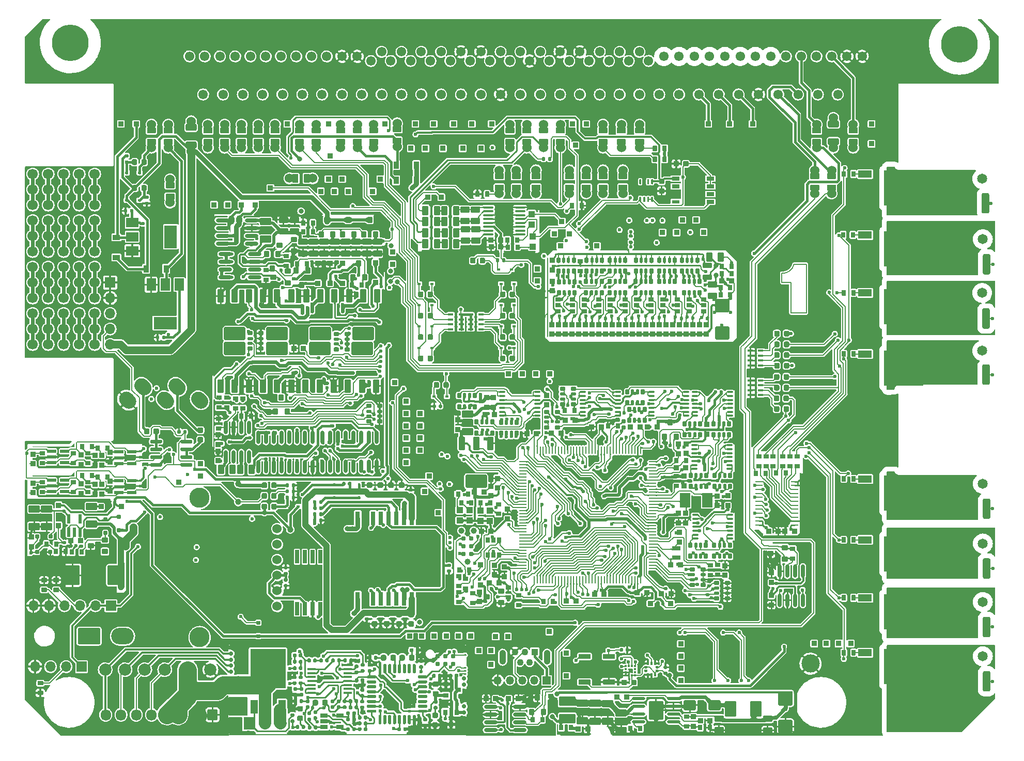
<source format=gtl>
G75*
G70*
%OFA0B0*%
%FSLAX25Y25*%
%IPPOS*%
%LPD*%
%AMOC8*
5,1,8,0,0,1.08239X$1,22.5*
%
%AMM1*
21,1,0.070870,0.036220,0.000000,0.000000,0.000000*
21,1,0.061810,0.045280,0.000000,0.000000,0.000000*
1,1,0.009060,0.030910,-0.018110*
1,1,0.009060,-0.030910,-0.018110*
1,1,0.009060,-0.030910,0.018110*
1,1,0.009060,0.030910,0.018110*
%
%AMM10*
21,1,0.033470,0.026770,0.000000,0.000000,90.000000*
21,1,0.026770,0.033470,0.000000,0.000000,90.000000*
1,1,0.006690,0.013390,0.013390*
1,1,0.006690,0.013390,-0.013390*
1,1,0.006690,-0.013390,-0.013390*
1,1,0.006690,-0.013390,0.013390*
%
%AMM11*
21,1,0.035830,0.026770,0.000000,0.000000,90.000000*
21,1,0.029130,0.033470,0.000000,0.000000,90.000000*
1,1,0.006690,0.013390,0.014570*
1,1,0.006690,0.013390,-0.014570*
1,1,0.006690,-0.013390,-0.014570*
1,1,0.006690,-0.013390,0.014570*
%
%AMM12*
21,1,0.047240,0.015750,0.000000,0.000000,135.000000*
1,1,0.015750,0.016700,-0.016700*
1,1,0.015750,-0.016700,0.016700*
%
%AMM139*
21,1,0.035430,0.030320,-0.000000,-0.000000,0.000000*
21,1,0.028350,0.037400,-0.000000,-0.000000,0.000000*
1,1,0.007090,0.014170,-0.015160*
1,1,0.007090,-0.014170,-0.015160*
1,1,0.007090,-0.014170,0.015160*
1,1,0.007090,0.014170,0.015160*
%
%AMM140*
21,1,0.033470,0.026770,-0.000000,-0.000000,180.000000*
21,1,0.026770,0.033470,-0.000000,-0.000000,180.000000*
1,1,0.006690,-0.013390,0.013390*
1,1,0.006690,0.013390,0.013390*
1,1,0.006690,0.013390,-0.013390*
1,1,0.006690,-0.013390,-0.013390*
%
%AMM141*
21,1,0.027560,0.030710,-0.000000,-0.000000,0.000000*
21,1,0.022050,0.036220,-0.000000,-0.000000,0.000000*
1,1,0.005510,0.011020,-0.015350*
1,1,0.005510,-0.011020,-0.015350*
1,1,0.005510,-0.011020,0.015350*
1,1,0.005510,0.011020,0.015350*
%
%AMM145*
21,1,0.035430,0.030320,0.000000,-0.000000,90.000000*
21,1,0.028350,0.037400,0.000000,-0.000000,90.000000*
1,1,0.007090,0.015160,0.014170*
1,1,0.007090,0.015160,-0.014170*
1,1,0.007090,-0.015160,-0.014170*
1,1,0.007090,-0.015160,0.014170*
%
%AMM146*
21,1,0.033470,0.026770,0.000000,-0.000000,270.000000*
21,1,0.026770,0.033470,0.000000,-0.000000,270.000000*
1,1,0.006690,-0.013390,-0.013390*
1,1,0.006690,-0.013390,0.013390*
1,1,0.006690,0.013390,0.013390*
1,1,0.006690,0.013390,-0.013390*
%
%AMM147*
21,1,0.027560,0.030710,0.000000,-0.000000,90.000000*
21,1,0.022050,0.036220,0.000000,-0.000000,90.000000*
1,1,0.005510,0.015350,0.011020*
1,1,0.005510,0.015350,-0.011020*
1,1,0.005510,-0.015350,-0.011020*
1,1,0.005510,-0.015350,0.011020*
%
%AMM171*
21,1,0.039370,0.049210,-0.000000,-0.000000,270.000000*
21,1,0.031500,0.057090,-0.000000,-0.000000,270.000000*
1,1,0.007870,-0.024610,-0.015750*
1,1,0.007870,-0.024610,0.015750*
1,1,0.007870,0.024610,0.015750*
1,1,0.007870,0.024610,-0.015750*
%
%AMM172*
21,1,0.106300,0.050390,-0.000000,-0.000000,180.000000*
21,1,0.093700,0.062990,-0.000000,-0.000000,180.000000*
1,1,0.012600,-0.046850,0.025200*
1,1,0.012600,0.046850,0.025200*
1,1,0.012600,0.046850,-0.025200*
1,1,0.012600,-0.046850,-0.025200*
%
%AMM173*
21,1,0.074800,0.083460,-0.000000,-0.000000,0.000000*
21,1,0.059840,0.098430,-0.000000,-0.000000,0.000000*
1,1,0.014960,0.029920,-0.041730*
1,1,0.014960,-0.029920,-0.041730*
1,1,0.014960,-0.029920,0.041730*
1,1,0.014960,0.029920,0.041730*
%
%AMM174*
21,1,0.033470,0.026770,-0.000000,-0.000000,0.000000*
21,1,0.026770,0.033470,-0.000000,-0.000000,0.000000*
1,1,0.006690,0.013390,-0.013390*
1,1,0.006690,-0.013390,-0.013390*
1,1,0.006690,-0.013390,0.013390*
1,1,0.006690,0.013390,0.013390*
%
%AMM175*
21,1,0.033470,0.026770,-0.000000,-0.000000,90.000000*
21,1,0.026770,0.033470,-0.000000,-0.000000,90.000000*
1,1,0.006690,0.013390,0.013390*
1,1,0.006690,0.013390,-0.013390*
1,1,0.006690,-0.013390,-0.013390*
1,1,0.006690,-0.013390,0.013390*
%
%AMM176*
21,1,0.122050,0.075590,-0.000000,-0.000000,90.000000*
21,1,0.103150,0.094490,-0.000000,-0.000000,90.000000*
1,1,0.018900,0.037800,0.051580*
1,1,0.018900,0.037800,-0.051580*
1,1,0.018900,-0.037800,-0.051580*
1,1,0.018900,-0.037800,0.051580*
%
%AMM177*
21,1,0.078740,0.053540,-0.000000,-0.000000,0.000000*
21,1,0.065350,0.066930,-0.000000,-0.000000,0.000000*
1,1,0.013390,0.032680,-0.026770*
1,1,0.013390,-0.032680,-0.026770*
1,1,0.013390,-0.032680,0.026770*
1,1,0.013390,0.032680,0.026770*
%
%AMM178*
21,1,0.070870,0.036220,-0.000000,-0.000000,0.000000*
21,1,0.061810,0.045280,-0.000000,-0.000000,0.000000*
1,1,0.009060,0.030910,-0.018110*
1,1,0.009060,-0.030910,-0.018110*
1,1,0.009060,-0.030910,0.018110*
1,1,0.009060,0.030910,0.018110*
%
%AMM179*
21,1,0.086610,0.073230,-0.000000,-0.000000,270.000000*
21,1,0.069290,0.090550,-0.000000,-0.000000,270.000000*
1,1,0.017320,-0.036610,-0.034650*
1,1,0.017320,-0.036610,0.034650*
1,1,0.017320,0.036610,0.034650*
1,1,0.017320,0.036610,-0.034650*
%
%AMM180*
21,1,0.027560,0.030710,-0.000000,-0.000000,270.000000*
21,1,0.022050,0.036220,-0.000000,-0.000000,270.000000*
1,1,0.005510,-0.015350,-0.011020*
1,1,0.005510,-0.015350,0.011020*
1,1,0.005510,0.015350,0.011020*
1,1,0.005510,0.015350,-0.011020*
%
%AMM195*
21,1,0.039370,0.049210,-0.000000,-0.000000,180.000000*
21,1,0.031500,0.057090,-0.000000,-0.000000,180.000000*
1,1,0.007870,-0.015750,0.024610*
1,1,0.007870,0.015750,0.024610*
1,1,0.007870,0.015750,-0.024610*
1,1,0.007870,-0.015750,-0.024610*
%
%AMM196*
21,1,0.039370,0.035430,-0.000000,-0.000000,90.000000*
21,1,0.031500,0.043310,-0.000000,-0.000000,90.000000*
1,1,0.007870,0.017720,0.015750*
1,1,0.007870,0.017720,-0.015750*
1,1,0.007870,-0.017720,-0.015750*
1,1,0.007870,-0.017720,0.015750*
%
%AMM2*
21,1,0.033470,0.026770,0.000000,0.000000,180.000000*
21,1,0.026770,0.033470,0.000000,0.000000,180.000000*
1,1,0.006690,-0.013390,0.013390*
1,1,0.006690,0.013390,0.013390*
1,1,0.006690,0.013390,-0.013390*
1,1,0.006690,-0.013390,-0.013390*
%
%AMM220*
21,1,0.035430,0.050000,-0.000000,-0.000000,90.000000*
21,1,0.028350,0.057090,-0.000000,-0.000000,90.000000*
1,1,0.007090,0.025000,0.014170*
1,1,0.007090,0.025000,-0.014170*
1,1,0.007090,-0.025000,-0.014170*
1,1,0.007090,-0.025000,0.014170*
%
%AMM221*
21,1,0.086610,0.073230,-0.000000,-0.000000,90.000000*
21,1,0.069290,0.090550,-0.000000,-0.000000,90.000000*
1,1,0.017320,0.036610,0.034650*
1,1,0.017320,0.036610,-0.034650*
1,1,0.017320,-0.036610,-0.034650*
1,1,0.017320,-0.036610,0.034650*
%
%AMM222*
21,1,0.039370,0.049210,-0.000000,-0.000000,0.000000*
21,1,0.031500,0.057090,-0.000000,-0.000000,0.000000*
1,1,0.007870,0.015750,-0.024610*
1,1,0.007870,-0.015750,-0.024610*
1,1,0.007870,-0.015750,0.024610*
1,1,0.007870,0.015750,0.024610*
%
%AMM223*
21,1,0.023620,0.030710,-0.000000,-0.000000,270.000000*
21,1,0.018900,0.035430,-0.000000,-0.000000,270.000000*
1,1,0.004720,-0.015350,-0.009450*
1,1,0.004720,-0.015350,0.009450*
1,1,0.004720,0.015350,0.009450*
1,1,0.004720,0.015350,-0.009450*
%
%AMM224*
21,1,0.025590,0.026380,-0.000000,-0.000000,180.000000*
21,1,0.020470,0.031500,-0.000000,-0.000000,180.000000*
1,1,0.005120,-0.010240,0.013190*
1,1,0.005120,0.010240,0.013190*
1,1,0.005120,0.010240,-0.013190*
1,1,0.005120,-0.010240,-0.013190*
%
%AMM225*
21,1,0.017720,0.027950,-0.000000,-0.000000,180.000000*
21,1,0.014170,0.031500,-0.000000,-0.000000,180.000000*
1,1,0.003540,-0.007090,0.013980*
1,1,0.003540,0.007090,0.013980*
1,1,0.003540,0.007090,-0.013980*
1,1,0.003540,-0.007090,-0.013980*
%
%AMM226*
21,1,0.027560,0.030710,-0.000000,-0.000000,180.000000*
21,1,0.022050,0.036220,-0.000000,-0.000000,180.000000*
1,1,0.005510,-0.011020,0.015350*
1,1,0.005510,0.011020,0.015350*
1,1,0.005510,0.011020,-0.015350*
1,1,0.005510,-0.011020,-0.015350*
%
%AMM227*
21,1,0.007870,0.503940,-0.000000,-0.000000,0.000000*
21,1,0.000000,0.511810,-0.000000,-0.000000,0.000000*
1,1,0.007870,-0.000000,-0.251970*
1,1,0.007870,-0.000000,-0.251970*
1,1,0.007870,-0.000000,0.251970*
1,1,0.007870,-0.000000,0.251970*
%
%AMM228*
21,1,0.009840,0.919290,-0.000000,-0.000000,90.000000*
21,1,0.000000,0.929130,-0.000000,-0.000000,90.000000*
1,1,0.009840,0.459650,-0.000000*
1,1,0.009840,0.459650,-0.000000*
1,1,0.009840,-0.459650,-0.000000*
1,1,0.009840,-0.459650,-0.000000*
%
%AMM229*
21,1,0.007870,0.041340,-0.000000,-0.000000,180.000000*
21,1,0.000000,0.049210,-0.000000,-0.000000,180.000000*
1,1,0.007870,-0.000000,0.020670*
1,1,0.007870,-0.000000,0.020670*
1,1,0.007870,-0.000000,-0.020670*
1,1,0.007870,-0.000000,-0.020670*
%
%AMM26*
21,1,0.027560,0.030710,0.000000,0.000000,180.000000*
21,1,0.022050,0.036220,0.000000,0.000000,180.000000*
1,1,0.005510,-0.011020,0.015350*
1,1,0.005510,0.011020,0.015350*
1,1,0.005510,0.011020,-0.015350*
1,1,0.005510,-0.011020,-0.015350*
%
%AMM263*
21,1,0.035430,0.030320,-0.000000,-0.000000,90.000000*
21,1,0.028350,0.037400,-0.000000,-0.000000,90.000000*
1,1,0.007090,0.015160,0.014170*
1,1,0.007090,0.015160,-0.014170*
1,1,0.007090,-0.015160,-0.014170*
1,1,0.007090,-0.015160,0.014170*
%
%AMM264*
21,1,0.035430,0.030320,-0.000000,-0.000000,180.000000*
21,1,0.028350,0.037400,-0.000000,-0.000000,180.000000*
1,1,0.007090,-0.014170,0.015160*
1,1,0.007090,0.014170,0.015160*
1,1,0.007090,0.014170,-0.015160*
1,1,0.007090,-0.014170,-0.015160*
%
%AMM265*
21,1,0.070870,0.036220,-0.000000,-0.000000,180.000000*
21,1,0.061810,0.045280,-0.000000,-0.000000,180.000000*
1,1,0.009060,-0.030910,0.018110*
1,1,0.009060,0.030910,0.018110*
1,1,0.009060,0.030910,-0.018110*
1,1,0.009060,-0.030910,-0.018110*
%
%AMM266*
21,1,0.043310,0.075980,-0.000000,-0.000000,0.000000*
21,1,0.034650,0.084650,-0.000000,-0.000000,0.000000*
1,1,0.008660,0.017320,-0.037990*
1,1,0.008660,-0.017320,-0.037990*
1,1,0.008660,-0.017320,0.037990*
1,1,0.008660,0.017320,0.037990*
%
%AMM267*
21,1,0.043310,0.075990,-0.000000,-0.000000,0.000000*
21,1,0.034650,0.084650,-0.000000,-0.000000,0.000000*
1,1,0.008660,0.017320,-0.037990*
1,1,0.008660,-0.017320,-0.037990*
1,1,0.008660,-0.017320,0.037990*
1,1,0.008660,0.017320,0.037990*
%
%AMM268*
21,1,0.137800,0.067720,-0.000000,-0.000000,0.000000*
21,1,0.120870,0.084650,-0.000000,-0.000000,0.000000*
1,1,0.016930,0.060430,-0.033860*
1,1,0.016930,-0.060430,-0.033860*
1,1,0.016930,-0.060430,0.033860*
1,1,0.016930,0.060430,0.033860*
%
%AMM269*
21,1,0.025590,0.026380,-0.000000,-0.000000,270.000000*
21,1,0.020470,0.031500,-0.000000,-0.000000,270.000000*
1,1,0.005120,-0.013190,-0.010240*
1,1,0.005120,-0.013190,0.010240*
1,1,0.005120,0.013190,0.010240*
1,1,0.005120,0.013190,-0.010240*
%
%AMM270*
21,1,0.017720,0.027950,-0.000000,-0.000000,270.000000*
21,1,0.014170,0.031500,-0.000000,-0.000000,270.000000*
1,1,0.003540,-0.013980,-0.007090*
1,1,0.003540,-0.013980,0.007090*
1,1,0.003540,0.013980,0.007090*
1,1,0.003540,0.013980,-0.007090*
%
%AMM271*
21,1,0.035830,0.026770,-0.000000,-0.000000,270.000000*
21,1,0.029130,0.033470,-0.000000,-0.000000,270.000000*
1,1,0.006690,-0.013390,-0.014570*
1,1,0.006690,-0.013390,0.014570*
1,1,0.006690,0.013390,0.014570*
1,1,0.006690,0.013390,-0.014570*
%
%AMM272*
21,1,0.003940,0.007870,-0.000000,-0.000000,315.000000*
1,1,0.007870,-0.001390,0.001390*
1,1,0.007870,0.001390,-0.001390*
%
%AMM273*
21,1,0.087800,0.007870,-0.000000,-0.000000,225.000000*
1,1,0.007870,0.031040,0.031040*
1,1,0.007870,-0.031040,-0.031040*
%
%AMM274*
21,1,0.031500,0.007870,-0.000000,-0.000000,135.000000*
1,1,0.007870,0.011140,-0.011140*
1,1,0.007870,-0.011140,0.011140*
%
%AMM288*
21,1,0.027560,0.030710,-0.000000,-0.000000,90.000000*
21,1,0.022050,0.036220,-0.000000,-0.000000,90.000000*
1,1,0.005510,0.015350,0.011020*
1,1,0.005510,0.015350,-0.011020*
1,1,0.005510,-0.015350,-0.011020*
1,1,0.005510,-0.015350,0.011020*
%
%AMM289*
21,1,0.015750,0.009840,-0.000000,-0.000000,225.000000*
1,1,0.009840,0.005570,0.005570*
1,1,0.009840,-0.005570,-0.005570*
%
%AMM3*
21,1,0.035430,0.030320,0.000000,0.000000,90.000000*
21,1,0.028350,0.037400,0.000000,0.000000,90.000000*
1,1,0.007090,0.015160,0.014170*
1,1,0.007090,0.015160,-0.014170*
1,1,0.007090,-0.015160,-0.014170*
1,1,0.007090,-0.015160,0.014170*
%
%AMM328*
21,1,0.033470,0.026770,-0.000000,-0.000000,270.000000*
21,1,0.026770,0.033470,-0.000000,-0.000000,270.000000*
1,1,0.006690,-0.013390,-0.013390*
1,1,0.006690,-0.013390,0.013390*
1,1,0.006690,0.013390,0.013390*
1,1,0.006690,0.013390,-0.013390*
%
%AMM329*
21,1,0.023620,0.030710,-0.000000,-0.000000,0.000000*
21,1,0.018900,0.035430,-0.000000,-0.000000,0.000000*
1,1,0.004720,0.009450,-0.015350*
1,1,0.004720,-0.009450,-0.015350*
1,1,0.004720,-0.009450,0.015350*
1,1,0.004720,0.009450,0.015350*
%
%AMM33*
21,1,0.033470,0.026770,0.000000,0.000000,270.000000*
21,1,0.026770,0.033470,0.000000,0.000000,270.000000*
1,1,0.006690,-0.013390,-0.013390*
1,1,0.006690,-0.013390,0.013390*
1,1,0.006690,0.013390,0.013390*
1,1,0.006690,0.013390,-0.013390*
%
%AMM330*
21,1,0.027560,0.018900,-0.000000,-0.000000,0.000000*
21,1,0.022840,0.023620,-0.000000,-0.000000,0.000000*
1,1,0.004720,0.011420,-0.009450*
1,1,0.004720,-0.011420,-0.009450*
1,1,0.004720,-0.011420,0.009450*
1,1,0.004720,0.011420,0.009450*
%
%AMM331*
21,1,0.137800,0.067720,-0.000000,-0.000000,180.000000*
21,1,0.120870,0.084650,-0.000000,-0.000000,180.000000*
1,1,0.016930,-0.060430,0.033860*
1,1,0.016930,0.060430,0.033860*
1,1,0.016930,0.060430,-0.033860*
1,1,0.016930,-0.060430,-0.033860*
%
%AMM332*
21,1,0.043310,0.075980,-0.000000,-0.000000,180.000000*
21,1,0.034650,0.084650,-0.000000,-0.000000,180.000000*
1,1,0.008660,-0.017320,0.037990*
1,1,0.008660,0.017320,0.037990*
1,1,0.008660,0.017320,-0.037990*
1,1,0.008660,-0.017320,-0.037990*
%
%AMM333*
21,1,0.043310,0.075990,-0.000000,-0.000000,180.000000*
21,1,0.034650,0.084650,-0.000000,-0.000000,180.000000*
1,1,0.008660,-0.017320,0.037990*
1,1,0.008660,0.017320,0.037990*
1,1,0.008660,0.017320,-0.037990*
1,1,0.008660,-0.017320,-0.037990*
%
%AMM334*
21,1,0.035830,0.026770,-0.000000,-0.000000,90.000000*
21,1,0.029130,0.033470,-0.000000,-0.000000,90.000000*
1,1,0.006690,0.013390,0.014570*
1,1,0.006690,0.013390,-0.014570*
1,1,0.006690,-0.013390,-0.014570*
1,1,0.006690,-0.013390,0.014570*
%
%AMM335*
21,1,0.025590,0.026380,-0.000000,-0.000000,90.000000*
21,1,0.020470,0.031500,-0.000000,-0.000000,90.000000*
1,1,0.005120,0.013190,0.010240*
1,1,0.005120,0.013190,-0.010240*
1,1,0.005120,-0.013190,-0.010240*
1,1,0.005120,-0.013190,0.010240*
%
%AMM336*
21,1,0.017720,0.027950,-0.000000,-0.000000,90.000000*
21,1,0.014170,0.031500,-0.000000,-0.000000,90.000000*
1,1,0.003540,0.013980,0.007090*
1,1,0.003540,0.013980,-0.007090*
1,1,0.003540,-0.013980,-0.007090*
1,1,0.003540,-0.013980,0.007090*
%
%AMM337*
21,1,0.027560,0.049610,-0.000000,-0.000000,90.000000*
21,1,0.022050,0.055120,-0.000000,-0.000000,90.000000*
1,1,0.005510,0.024800,0.011020*
1,1,0.005510,0.024800,-0.011020*
1,1,0.005510,-0.024800,-0.011020*
1,1,0.005510,-0.024800,0.011020*
%
%AMM338*
21,1,0.035830,0.026770,-0.000000,-0.000000,0.000000*
21,1,0.029130,0.033470,-0.000000,-0.000000,0.000000*
1,1,0.006690,0.014570,-0.013390*
1,1,0.006690,-0.014570,-0.013390*
1,1,0.006690,-0.014570,0.013390*
1,1,0.006690,0.014570,0.013390*
%
%AMM339*
21,1,0.007870,0.029130,-0.000000,-0.000000,45.000000*
21,1,0.000000,0.037010,-0.000000,-0.000000,45.000000*
1,1,0.007870,0.010300,-0.010300*
1,1,0.007870,0.010300,-0.010300*
1,1,0.007870,-0.010300,0.010300*
1,1,0.007870,-0.010300,0.010300*
%
%AMM340*
21,1,0.007870,0.014960,-0.000000,-0.000000,315.000000*
21,1,0.000000,0.022840,-0.000000,-0.000000,315.000000*
1,1,0.007870,-0.005290,-0.005290*
1,1,0.007870,-0.005290,-0.005290*
1,1,0.007870,0.005290,0.005290*
1,1,0.007870,0.005290,0.005290*
%
%AMM341*
21,1,0.007870,0.013780,-0.000000,-0.000000,225.000000*
21,1,0.000000,0.021650,-0.000000,-0.000000,225.000000*
1,1,0.007870,-0.004870,0.004870*
1,1,0.007870,-0.004870,0.004870*
1,1,0.007870,0.004870,-0.004870*
1,1,0.007870,0.004870,-0.004870*
%
%AMM342*
21,1,0.007870,0.039370,-0.000000,-0.000000,225.000000*
21,1,0.000000,0.047240,-0.000000,-0.000000,225.000000*
1,1,0.007870,-0.013920,0.013920*
1,1,0.007870,-0.013920,0.013920*
1,1,0.007870,0.013920,-0.013920*
1,1,0.007870,0.013920,-0.013920*
%
%AMM343*
21,1,0.007870,0.055120,-0.000000,-0.000000,90.000000*
21,1,0.000000,0.062990,-0.000000,-0.000000,90.000000*
1,1,0.007870,0.027560,-0.000000*
1,1,0.007870,0.027560,-0.000000*
1,1,0.007870,-0.027560,-0.000000*
1,1,0.007870,-0.027560,-0.000000*
%
%AMM344*
21,1,0.007870,0.023620,-0.000000,-0.000000,135.000000*
21,1,0.000000,0.031500,-0.000000,-0.000000,135.000000*
1,1,0.007870,0.008350,0.008350*
1,1,0.007870,0.008350,0.008350*
1,1,0.007870,-0.008350,-0.008350*
1,1,0.007870,-0.008350,-0.008350*
%
%AMM345*
21,1,0.007870,1.704720,-0.000000,-0.000000,90.000000*
21,1,0.000000,1.712600,-0.000000,-0.000000,90.000000*
1,1,0.007870,0.852360,-0.000000*
1,1,0.007870,0.852360,-0.000000*
1,1,0.007870,-0.852360,-0.000000*
1,1,0.007870,-0.852360,-0.000000*
%
%AMM346*
21,1,0.007870,1.405510,-0.000000,-0.000000,0.000000*
21,1,0.000000,1.413390,-0.000000,-0.000000,0.000000*
1,1,0.007870,-0.000000,-0.702760*
1,1,0.007870,-0.000000,-0.702760*
1,1,0.007870,-0.000000,0.702760*
1,1,0.007870,-0.000000,0.702760*
%
%AMM347*
21,1,0.007870,1.787400,-0.000000,-0.000000,90.000000*
21,1,0.000000,1.795280,-0.000000,-0.000000,90.000000*
1,1,0.007870,0.893700,-0.000000*
1,1,0.007870,0.893700,-0.000000*
1,1,0.007870,-0.893700,-0.000000*
1,1,0.007870,-0.893700,-0.000000*
%
%AMM348*
21,1,0.007870,1.416930,-0.000000,-0.000000,0.000000*
21,1,0.000000,1.424800,-0.000000,-0.000000,0.000000*
1,1,0.007870,-0.000000,-0.708470*
1,1,0.007870,-0.000000,-0.708470*
1,1,0.007870,-0.000000,0.708470*
1,1,0.007870,-0.000000,0.708470*
%
%AMM349*
21,1,0.009840,0.017720,-0.000000,-0.000000,0.000000*
21,1,0.000000,0.027560,-0.000000,-0.000000,0.000000*
1,1,0.009840,-0.000000,-0.008860*
1,1,0.009840,-0.000000,-0.008860*
1,1,0.009840,-0.000000,0.008860*
1,1,0.009840,-0.000000,0.008860*
%
%AMM4*
21,1,0.021650,0.052760,0.000000,0.000000,0.000000*
21,1,0.017320,0.057090,0.000000,0.000000,0.000000*
1,1,0.004330,0.008660,-0.026380*
1,1,0.004330,-0.008660,-0.026380*
1,1,0.004330,-0.008660,0.026380*
1,1,0.004330,0.008660,0.026380*
%
%AMM5*
21,1,0.094490,0.111020,0.000000,0.000000,180.000000*
21,1,0.075590,0.129920,0.000000,0.000000,180.000000*
1,1,0.018900,-0.037800,0.055510*
1,1,0.018900,0.037800,0.055510*
1,1,0.018900,0.037800,-0.055510*
1,1,0.018900,-0.037800,-0.055510*
%
%AMM6*
21,1,0.023620,0.018900,0.000000,0.000000,270.000000*
21,1,0.018900,0.023620,0.000000,0.000000,270.000000*
1,1,0.004720,-0.009450,-0.009450*
1,1,0.004720,-0.009450,0.009450*
1,1,0.004720,0.009450,0.009450*
1,1,0.004720,0.009450,-0.009450*
%
%AMM7*
21,1,0.035830,0.026770,0.000000,0.000000,0.000000*
21,1,0.029130,0.033470,0.000000,0.000000,0.000000*
1,1,0.006690,0.014570,-0.013390*
1,1,0.006690,-0.014570,-0.013390*
1,1,0.006690,-0.014570,0.013390*
1,1,0.006690,0.014570,0.013390*
%
%AMM71*
21,1,0.021650,0.052760,0.000000,0.000000,270.000000*
21,1,0.017320,0.057090,0.000000,0.000000,270.000000*
1,1,0.004330,-0.026380,-0.008660*
1,1,0.004330,-0.026380,0.008660*
1,1,0.004330,0.026380,0.008660*
1,1,0.004330,0.026380,-0.008660*
%
%AMM72*
21,1,0.027560,0.030710,0.000000,0.000000,270.000000*
21,1,0.022050,0.036220,0.000000,0.000000,270.000000*
1,1,0.005510,-0.015350,-0.011020*
1,1,0.005510,-0.015350,0.011020*
1,1,0.005510,0.015350,0.011020*
1,1,0.005510,0.015350,-0.011020*
%
%AMM8*
21,1,0.023620,0.018900,0.000000,0.000000,180.000000*
21,1,0.018900,0.023620,0.000000,0.000000,180.000000*
1,1,0.004720,-0.009450,0.009450*
1,1,0.004720,0.009450,0.009450*
1,1,0.004720,0.009450,-0.009450*
1,1,0.004720,-0.009450,-0.009450*
%
%AMM9*
21,1,0.027560,0.030710,0.000000,0.000000,0.000000*
21,1,0.022050,0.036220,0.000000,0.000000,0.000000*
1,1,0.005510,0.011020,-0.015350*
1,1,0.005510,-0.011020,-0.015350*
1,1,0.005510,-0.011020,0.015350*
1,1,0.005510,0.011020,0.015350*
%
%ADD10C,0.00787*%
%ADD100R,0.07874X0.05906*%
%ADD101R,0.01772X0.02362*%
%ADD102R,0.04724X0.03543*%
%ADD103C,0.03150*%
%ADD104C,0.03200*%
%ADD105C,0.01181*%
%ADD106C,0.00984*%
%ADD107C,0.01575*%
%ADD11R,0.09449X0.06299*%
%ADD119C,0.00800*%
%ADD12R,0.05217X0.05906*%
%ADD13R,0.05157X0.02559*%
%ADD14R,0.05157X0.02362*%
%ADD140M1*%
%ADD141M2*%
%ADD142M3*%
%ADD143M4*%
%ADD144M5*%
%ADD145M6*%
%ADD146M7*%
%ADD147M8*%
%ADD148M9*%
%ADD149M10*%
%ADD15O,0.00984X0.40157*%
%ADD150M11*%
%ADD151O,0.03937X0.34429*%
%ADD152O,0.00787X0.36221*%
%ADD153O,0.03937X0.01968*%
%ADD154O,0.00787X0.01968*%
%ADD155M12*%
%ADD156C,0.01968*%
%ADD16O,0.22835X0.00984*%
%ADD17O,0.00787X0.01575*%
%ADD172O,0.08661X0.02362*%
%ADD174M26*%
%ADD175O,0.01968X0.00984*%
%ADD176O,0.00984X0.01968*%
%ADD18C,0.02362*%
%ADD183R,0.04724X0.08661*%
%ADD184R,0.22835X0.25197*%
%ADD185R,0.03543X0.03150*%
%ADD186R,0.05709X0.01772*%
%ADD187R,0.04803X0.02559*%
%ADD188R,0.03150X0.03543*%
%ADD189C,0.03100*%
%ADD19O,1.01181X0.00787*%
%ADD190R,0.07500X0.07874*%
%ADD191O,0.07500X0.07874*%
%ADD192C,0.01969*%
%ADD193C,0.03900*%
%ADD199M33*%
%ADD20O,0.00787X0.16732*%
%ADD200O,0.08661X0.01968*%
%ADD206O,0.01968X0.03937*%
%ADD207O,0.01968X0.11811*%
%ADD208O,0.01575X0.28347*%
%ADD21O,0.00787X1.01772*%
%ADD22O,0.00787X0.14173*%
%ADD220O,0.07087X0.01378*%
%ADD23O,0.44587X0.00787*%
%ADD24O,0.00787X0.16339*%
%ADD247M71*%
%ADD248M72*%
%ADD25O,0.06693X0.00787*%
%ADD258O,0.02362X0.08661*%
%ADD26O,0.00787X0.56693*%
%ADD27O,0.00787X0.34744*%
%ADD278O,0.04961X0.00984*%
%ADD28O,0.03937X0.05906*%
%ADD280O,0.00984X0.40158*%
%ADD284O,0.05118X0.00866*%
%ADD285O,0.00866X0.05118*%
%ADD29O,0.03150X0.02362*%
%ADD290O,0.04331X0.01181*%
%ADD291R,0.06693X0.09449*%
%ADD30C,0.06000*%
%ADD308R,0.01968X0.01968*%
%ADD31C,0.06102*%
%ADD32C,0.23622*%
%ADD33R,0.08661X0.04724*%
%ADD34R,0.25197X0.22835*%
%ADD344M139*%
%ADD345M140*%
%ADD346M141*%
%ADD35R,0.06693X0.06693*%
%ADD350M145*%
%ADD351M146*%
%ADD352M147*%
%ADD36O,0.06693X0.06693*%
%ADD37R,0.02520X0.08504*%
%ADD38C,0.06496*%
%ADD39R,0.02362X0.01772*%
%ADD397M171*%
%ADD398M172*%
%ADD399M173*%
%ADD40R,0.03346X0.03346*%
%ADD400M174*%
%ADD401M175*%
%ADD402M176*%
%ADD403M177*%
%ADD404M178*%
%ADD405M179*%
%ADD406M180*%
%ADD41R,0.03543X0.04724*%
%ADD42O,0.05315X0.05315*%
%ADD427M195*%
%ADD428M196*%
%ADD43R,0.05315X0.05315*%
%ADD44C,0.11811*%
%ADD45C,0.06693*%
%ADD452M220*%
%ADD453M221*%
%ADD454M222*%
%ADD455M223*%
%ADD456M224*%
%ADD457M225*%
%ADD458M226*%
%ADD459M227*%
%ADD46R,0.03543X0.01575*%
%ADD460M228*%
%ADD461M229*%
%ADD47C,0.07874*%
%ADD48C,0.03937*%
%ADD49R,0.03150X0.08661*%
%ADD50R,0.08000X0.20000*%
%ADD51C,0.05118*%
%ADD510M263*%
%ADD511M264*%
%ADD512M265*%
%ADD513M266*%
%ADD514M267*%
%ADD515M268*%
%ADD516M269*%
%ADD517M270*%
%ADD518M271*%
%ADD519M272*%
%ADD52R,0.45000X0.30000*%
%ADD520M273*%
%ADD521M274*%
%ADD53O,0.38583X0.01575*%
%ADD539M288*%
%ADD54O,0.43701X0.00787*%
%ADD540M289*%
%ADD55O,0.01969X0.00984*%
%ADD56O,0.00787X0.26772*%
%ADD57O,0.00787X0.22323*%
%ADD58O,0.00984X0.01969*%
%ADD583M328*%
%ADD584M329*%
%ADD585M330*%
%ADD586M331*%
%ADD587M332*%
%ADD588M333*%
%ADD589M334*%
%ADD59R,0.01476X0.01378*%
%ADD590M335*%
%ADD591M336*%
%ADD592M337*%
%ADD593M338*%
%ADD594M339*%
%ADD595M340*%
%ADD596M341*%
%ADD597M342*%
%ADD598M343*%
%ADD599M344*%
%ADD60R,0.01378X0.01476*%
%ADD600M345*%
%ADD601M346*%
%ADD602M347*%
%ADD603M348*%
%ADD604M349*%
%ADD61O,0.00787X0.03937*%
%ADD62O,0.20472X0.00787*%
%ADD63O,0.69291X0.00787*%
%ADD64O,0.50394X0.00787*%
%ADD65O,0.14567X0.10630*%
%ADD66C,0.02756*%
%ADD67R,1.54528X0.00984*%
%ADD68R,0.00984X0.12205*%
%ADD69R,0.00984X0.03740*%
%ADD70R,0.00984X0.11614*%
%ADD71R,0.00984X0.05709*%
%ADD72R,0.00984X0.08858*%
%ADD73R,0.00984X0.11811*%
%ADD74O,0.03937X0.01969*%
%ADD75O,0.19685X0.01575*%
%ADD76O,0.00787X0.12205*%
%ADD77O,0.01575X0.28346*%
%ADD78O,1.18110X0.01575*%
%ADD79O,0.01969X0.11811*%
%ADD80O,1.39370X0.01575*%
%ADD81O,0.06693X0.07283*%
%ADD82O,0.04331X0.09449*%
%ADD83C,0.04331*%
%ADD84R,0.04331X0.04331*%
%ADD85C,0.13000*%
%ADD86O,0.03937X0.34428*%
%ADD87O,0.00787X0.36220*%
%ADD88O,0.35433X0.01575*%
%ADD89O,0.54331X0.00787*%
%ADD90O,0.00787X0.01969*%
%ADD91O,0.01575X0.21260*%
%ADD92O,0.25591X0.00787*%
%ADD93R,0.14961X0.07874*%
%ADD94R,0.05906X0.07874*%
%ADD95O,0.26772X0.00787*%
%ADD96O,0.00787X0.43701*%
%ADD97O,0.01575X0.38583*%
%ADD98O,0.22323X0.00787*%
%ADD99R,0.07874X0.14961*%
X0000000Y0000000D02*
%LPD*%
G01*
D10*
X0489101Y0293427D02*
X0495006Y0293427D01*
X0495006Y0273742D02*
X0504849Y0273742D01*
X0495006Y0293427D02*
X0495006Y0273742D01*
X0504849Y0305238D02*
X0496975Y0305238D01*
X0504849Y0273742D02*
X0504849Y0305238D01*
X0489101Y0293427D02*
X0489101Y0299333D01*
X0489101Y0299333D02*
G75*
G03*
X0496975Y0305238I0000309J0007791D01*
G01*
D11*
X0401575Y0352756D03*
G36*
G01*
X0405118Y0348720D02*
X0405709Y0348720D01*
G75*
G02*
X0406004Y0348425I0000000J-000295D01*
G01*
X0406004Y0345669D01*
G75*
G02*
X0405709Y0345374I-000295J0000000D01*
G01*
X0405118Y0345374D01*
G75*
G02*
X0404823Y0345669I0000000J0000295D01*
G01*
X0404823Y0348425D01*
G75*
G02*
X0405118Y0348720I0000295J0000000D01*
G01*
G37*
G36*
G01*
X0402559Y0348720D02*
X0403150Y0348720D01*
G75*
G02*
X0403445Y0348425I0000000J-000295D01*
G01*
X0403445Y0345669D01*
G75*
G02*
X0403150Y0345374I-000295J0000000D01*
G01*
X0402559Y0345374D01*
G75*
G02*
X0402264Y0345669I0000000J0000295D01*
G01*
X0402264Y0348425D01*
G75*
G02*
X0402559Y0348720I0000295J0000000D01*
G01*
G37*
G36*
G01*
X0400000Y0348720D02*
X0400591Y0348720D01*
G75*
G02*
X0400886Y0348425I0000000J-000295D01*
G01*
X0400886Y0345669D01*
G75*
G02*
X0400591Y0345374I-000295J0000000D01*
G01*
X0400000Y0345374D01*
G75*
G02*
X0399705Y0345669I0000000J0000295D01*
G01*
X0399705Y0348425D01*
G75*
G02*
X0400000Y0348720I0000295J0000000D01*
G01*
G37*
G36*
G01*
X0397441Y0348720D02*
X0398032Y0348720D01*
G75*
G02*
X0398327Y0348425I0000000J-000295D01*
G01*
X0398327Y0345669D01*
G75*
G02*
X0398032Y0345374I-000295J0000000D01*
G01*
X0397441Y0345374D01*
G75*
G02*
X0397146Y0345669I0000000J0000295D01*
G01*
X0397146Y0348425D01*
G75*
G02*
X0397441Y0348720I0000295J0000000D01*
G01*
G37*
G36*
G01*
X0397441Y0360138D02*
X0398032Y0360138D01*
G75*
G02*
X0398327Y0359842I0000000J-000295D01*
G01*
X0398327Y0357086D01*
G75*
G02*
X0398032Y0356791I-000295J0000000D01*
G01*
X0397441Y0356791D01*
G75*
G02*
X0397146Y0357086I0000000J0000295D01*
G01*
X0397146Y0359842D01*
G75*
G02*
X0397441Y0360138I0000295J0000000D01*
G01*
G37*
G36*
G01*
X0400000Y0360138D02*
X0400591Y0360138D01*
G75*
G02*
X0400886Y0359842I0000000J-000295D01*
G01*
X0400886Y0357086D01*
G75*
G02*
X0400591Y0356791I-000295J0000000D01*
G01*
X0400000Y0356791D01*
G75*
G02*
X0399705Y0357086I0000000J0000295D01*
G01*
X0399705Y0359842D01*
G75*
G02*
X0400000Y0360138I0000295J0000000D01*
G01*
G37*
G36*
G01*
X0402559Y0360138D02*
X0403150Y0360138D01*
G75*
G02*
X0403445Y0359842I0000000J-000295D01*
G01*
X0403445Y0357086D01*
G75*
G02*
X0403150Y0356791I-000295J0000000D01*
G01*
X0402559Y0356791D01*
G75*
G02*
X0402264Y0357086I0000000J0000295D01*
G01*
X0402264Y0359842D01*
G75*
G02*
X0402559Y0360138I0000295J0000000D01*
G01*
G37*
G36*
G01*
X0405118Y0360138D02*
X0405709Y0360138D01*
G75*
G02*
X0406004Y0359842I0000000J-000295D01*
G01*
X0406004Y0357086D01*
G75*
G02*
X0405709Y0356791I-000295J0000000D01*
G01*
X0405118Y0356791D01*
G75*
G02*
X0404823Y0357086I0000000J0000295D01*
G01*
X0404823Y0359842D01*
G75*
G02*
X0405118Y0360138I0000295J0000000D01*
G01*
G37*
D12*
X0434351Y0355905D03*
X0434351Y0350000D03*
X0429134Y0350000D03*
X0429134Y0355905D03*
D13*
X0442943Y0360453D03*
X0442943Y0355453D03*
X0442943Y0350453D03*
X0442943Y0345453D03*
D14*
X0420542Y0345453D03*
D13*
X0420542Y0350453D03*
X0420542Y0355453D03*
X0420542Y0360453D03*
G36*
G01*
X0458666Y0083487D02*
X0458666Y0225180D01*
G75*
G02*
X0459060Y0225573I0000394J0000000D01*
G01*
X0459060Y0225573D01*
G75*
G02*
X0459454Y0225180I0000000J-000394D01*
G01*
X0459454Y0083487D01*
G75*
G02*
X0459060Y0083093I-000394J0000000D01*
G01*
X0459060Y0083093D01*
G75*
G02*
X0458666Y0083487I0000000J0000394D01*
G01*
G37*
G36*
G01*
X0277003Y0226463D02*
X0278061Y0227521D01*
G75*
G02*
X0278617Y0227521I0000278J-000278D01*
G01*
X0278617Y0227521D01*
G75*
G02*
X0278617Y0226964I-000278J-000278D01*
G01*
X0277560Y0225906D01*
G75*
G02*
X0277003Y0225906I-000278J0000278D01*
G01*
X0277003Y0225906D01*
G75*
G02*
X0277003Y0226463I0000278J0000278D01*
G01*
G37*
G36*
G01*
X0316324Y0225385D02*
X0316324Y0227156D01*
G75*
G02*
X0316816Y0227649I0000492J0000000D01*
G01*
X0316816Y0227649D01*
G75*
G02*
X0317308Y0227156I0000000J-000492D01*
G01*
X0317308Y0225385D01*
G75*
G02*
X0316816Y0224893I-000492J0000000D01*
G01*
X0316816Y0224893D01*
G75*
G02*
X0316324Y0225385I0000000J0000492D01*
G01*
G37*
G36*
G01*
X0277552Y0085894D02*
X0278526Y0084920D01*
G75*
G02*
X0278526Y0084363I-000278J-000278D01*
G01*
X0278526Y0084363D01*
G75*
G02*
X0277970Y0084363I-000278J0000278D01*
G01*
X0276995Y0085338D01*
G75*
G02*
X0276995Y0085894I0000278J0000278D01*
G01*
X0276995Y0085894D01*
G75*
G02*
X0277552Y0085894I0000278J-000278D01*
G01*
G37*
G36*
G01*
X0456993Y0226861D02*
X0278253Y0226861D01*
G75*
G02*
X0277859Y0227255I0000000J0000394D01*
G01*
X0277859Y0227255D01*
G75*
G02*
X0278253Y0227649I0000394J0000000D01*
G01*
X0456993Y0227649D01*
G75*
G02*
X0457387Y0227255I0000000J-000394D01*
G01*
X0457387Y0227255D01*
G75*
G02*
X0456993Y0226861I-000394J0000000D01*
G01*
G37*
G36*
G01*
X0284275Y0084880D02*
X0287059Y0082096D01*
G75*
G02*
X0287059Y0081539I-000278J-000278D01*
G01*
X0287059Y0081539D01*
G75*
G02*
X0286502Y0081539I-000278J0000278D01*
G01*
X0283718Y0084323D01*
G75*
G02*
X0283718Y0084880I0000278J0000278D01*
G01*
X0283718Y0084880D01*
G75*
G02*
X0284275Y0084880I0000278J-000278D01*
G01*
G37*
G36*
G01*
X0283863Y0084243D02*
X0278351Y0084243D01*
G75*
G02*
X0277958Y0084637I0000000J0000394D01*
G01*
X0277958Y0084637D01*
G75*
G02*
X0278351Y0085030I0000394J0000000D01*
G01*
X0283863Y0085030D01*
G75*
G02*
X0284257Y0084637I0000000J-000394D01*
G01*
X0284257Y0084637D01*
G75*
G02*
X0283863Y0084243I-000394J0000000D01*
G01*
G37*
G36*
G01*
X0458778Y0224913D02*
X0456718Y0226973D01*
G75*
G02*
X0456718Y0227530I0000278J0000278D01*
G01*
X0456718Y0227530D01*
G75*
G02*
X0457275Y0227530I0000278J-000278D01*
G01*
X0459335Y0225470D01*
G75*
G02*
X0459335Y0224913I-000278J-000278D01*
G01*
X0459335Y0224913D01*
G75*
G02*
X0458778Y0224913I-000278J0000278D01*
G01*
G37*
G36*
G01*
X0276875Y0085621D02*
X0276875Y0226172D01*
G75*
G02*
X0277269Y0226566I0000394J0000000D01*
G01*
X0277269Y0226566D01*
G75*
G02*
X0277662Y0226172I0000000J-000394D01*
G01*
X0277662Y0085621D01*
G75*
G02*
X0277269Y0085227I-000394J0000000D01*
G01*
X0277269Y0085227D01*
G75*
G02*
X0276875Y0085621I0000000J0000394D01*
G01*
G37*
G36*
G01*
X0457326Y0081389D02*
X0286854Y0081389D01*
G75*
G02*
X0286460Y0081782I0000000J0000394D01*
G01*
X0286460Y0081782D01*
G75*
G02*
X0286854Y0082176I0000394J0000000D01*
G01*
X0457326Y0082176D01*
G75*
G02*
X0457720Y0081782I0000000J-000394D01*
G01*
X0457720Y0081782D01*
G75*
G02*
X0457326Y0081389I-000394J0000000D01*
G01*
G37*
G36*
G01*
X0459326Y0083187D02*
X0457655Y0081517D01*
G75*
G02*
X0457098Y0081517I-000278J0000278D01*
G01*
X0457098Y0081517D01*
G75*
G02*
X0457098Y0082074I0000278J0000278D01*
G01*
X0458769Y0083744D01*
G75*
G02*
X0459326Y0083744I0000278J-000278D01*
G01*
X0459326Y0083744D01*
G75*
G02*
X0459326Y0083187I-000278J-000278D01*
G01*
G37*
G36*
G01*
X0501402Y0131356D02*
X0501402Y0131356D01*
G75*
G02*
X0501402Y0130660I-000348J-000348D01*
G01*
X0500288Y0129546D01*
G75*
G02*
X0499592Y0129546I-000348J0000348D01*
G01*
X0499592Y0129546D01*
G75*
G02*
X0499592Y0130242I0000348J0000348D01*
G01*
X0500706Y0131356D01*
G75*
G02*
X0501402Y0131356I0000348J-000348D01*
G01*
G37*
D15*
X0501088Y0150530D03*
D16*
X0488834Y0129861D03*
D17*
X0471068Y0182517D03*
X0474060Y0182517D03*
X0478686Y0182517D03*
X0483312Y0182517D03*
X0486619Y0182517D03*
X0489572Y0182517D03*
X0494198Y0182517D03*
X0498824Y0182517D03*
D18*
X0478981Y0142754D03*
X0471757Y0144428D03*
X0479828Y0146593D03*
X0478981Y0150038D03*
X0478686Y0153384D03*
X0471757Y0154664D03*
X0476914Y0159782D03*
X0471757Y0162341D03*
X0495084Y0134093D03*
X0479040Y0135274D03*
G36*
G01*
X0125160Y0168333D02*
X0125160Y0168333D01*
G75*
G02*
X0124604Y0168333I-000278J0000278D01*
G01*
X0122377Y0170561D01*
G75*
G02*
X0122377Y0171117I0000278J0000278D01*
G01*
X0122377Y0171117D01*
G75*
G02*
X0122933Y0171117I0000278J-000278D01*
G01*
X0125160Y0168890D01*
G75*
G02*
X0125160Y0168333I-000278J-000278D01*
G01*
G37*
D19*
X0175300Y0168608D03*
G36*
G01*
X0232349Y0336592D02*
X0232627Y0336313D01*
G75*
G02*
X0232627Y0335757I-000278J-000278D01*
G01*
X0232627Y0335757D01*
G75*
G02*
X0232070Y0335757I-000278J0000278D01*
G01*
X0231792Y0336035D01*
G75*
G02*
X0231792Y0336592I0000278J0000278D01*
G01*
X0231792Y0336592D01*
G75*
G02*
X0232349Y0336592I0000278J-000278D01*
G01*
G37*
D20*
X0231895Y0308372D03*
D21*
X0122643Y0284258D03*
D22*
X0232485Y0329277D03*
D23*
X0170084Y0336226D03*
D24*
X0122637Y0178703D03*
D25*
X0228942Y0336462D03*
G36*
G01*
X0232090Y0175157D02*
X0232090Y0175157D01*
G75*
G02*
X0232090Y0174600I-000278J-000278D01*
G01*
X0225882Y0168392D01*
G75*
G02*
X0225325Y0168392I-000278J0000278D01*
G01*
X0225325Y0168392D01*
G75*
G02*
X0225325Y0168949I0000278J0000278D01*
G01*
X0231533Y0175157D01*
G75*
G02*
X0232090Y0175157I0000278J-000278D01*
G01*
G37*
D26*
X0231889Y0203172D03*
D27*
X0231889Y0271512D03*
D28*
X0134129Y0333948D03*
X0139074Y0333948D03*
X0195668Y0333948D03*
D29*
X0231318Y0320183D03*
G36*
G01*
X0173228Y0358169D02*
X0173228Y0363090D01*
G75*
G02*
X0173622Y0363484I0000394J0000000D01*
G01*
X0176772Y0363484D01*
G75*
G02*
X0177165Y0363090I0000000J-000394D01*
G01*
X0177165Y0358169D01*
G75*
G02*
X0176772Y0357775I-000394J0000000D01*
G01*
X0173622Y0357775D01*
G75*
G02*
X0173228Y0358169I0000000J0000394D01*
G01*
G37*
D30*
X0171437Y0360630D03*
G36*
G01*
X0180709Y0358169D02*
X0180709Y0363090D01*
G75*
G02*
X0181103Y0363484I0000394J0000000D01*
G01*
X0184252Y0363484D01*
G75*
G02*
X0184646Y0363090I0000000J-000394D01*
G01*
X0184646Y0358169D01*
G75*
G02*
X0184252Y0357775I-000394J0000000D01*
G01*
X0181103Y0357775D01*
G75*
G02*
X0180709Y0358169I0000000J0000394D01*
G01*
G37*
X0186437Y0360630D03*
G36*
G01*
X0412884Y0350827D02*
X0410207Y0350827D01*
G75*
G02*
X0409872Y0351161I0000000J0000335D01*
G01*
X0409872Y0353838D01*
G75*
G02*
X0410207Y0354173I0000335J0000000D01*
G01*
X0412884Y0354173D01*
G75*
G02*
X0413219Y0353838I0000000J-000335D01*
G01*
X0413219Y0351161D01*
G75*
G02*
X0412884Y0350827I-000335J0000000D01*
G01*
G37*
G36*
G01*
X0412884Y0357047D02*
X0410207Y0357047D01*
G75*
G02*
X0409872Y0357382I0000000J0000335D01*
G01*
X0409872Y0360059D01*
G75*
G02*
X0410207Y0360394I0000335J0000000D01*
G01*
X0412884Y0360394D01*
G75*
G02*
X0413219Y0360059I0000000J-000335D01*
G01*
X0413219Y0357382D01*
G75*
G02*
X0412884Y0357047I-000335J0000000D01*
G01*
G37*
G36*
G01*
X0419272Y0368740D02*
X0419272Y0371417D01*
G75*
G02*
X0419607Y0371752I0000335J0000000D01*
G01*
X0422284Y0371752D01*
G75*
G02*
X0422618Y0371417I0000000J-000335D01*
G01*
X0422618Y0368740D01*
G75*
G02*
X0422284Y0368405I-000335J0000000D01*
G01*
X0419607Y0368405D01*
G75*
G02*
X0419272Y0368740I0000000J0000335D01*
G01*
G37*
G36*
G01*
X0425492Y0368740D02*
X0425492Y0371417D01*
G75*
G02*
X0425827Y0371752I0000335J0000000D01*
G01*
X0428504Y0371752D01*
G75*
G02*
X0428839Y0371417I0000000J-000335D01*
G01*
X0428839Y0368740D01*
G75*
G02*
X0428504Y0368405I-000335J0000000D01*
G01*
X0425827Y0368405D01*
G75*
G02*
X0425492Y0368740I0000000J0000335D01*
G01*
G37*
D31*
X0525168Y0414788D03*
X0512373Y0414788D03*
X0499577Y0414788D03*
X0486782Y0414788D03*
X0473987Y0414788D03*
X0461192Y0414788D03*
X0448396Y0414788D03*
X0435601Y0414788D03*
X0422806Y0414788D03*
X0410010Y0414788D03*
X0397215Y0414788D03*
X0384420Y0414788D03*
X0371625Y0414788D03*
X0358829Y0414788D03*
X0346034Y0414788D03*
X0333239Y0414788D03*
X0320444Y0414788D03*
X0307648Y0414788D03*
X0294853Y0414788D03*
X0282058Y0414788D03*
X0269262Y0414788D03*
X0256467Y0414788D03*
X0243672Y0414788D03*
X0230877Y0414788D03*
X0218081Y0414788D03*
X0205286Y0414788D03*
X0192491Y0414788D03*
X0179695Y0414788D03*
X0166900Y0414788D03*
X0154105Y0414788D03*
X0141310Y0414788D03*
X0128514Y0414788D03*
X0115719Y0414788D03*
X0531073Y0439394D03*
X0511388Y0439394D03*
X0491703Y0439394D03*
X0472018Y0439394D03*
X0452333Y0439394D03*
X0432648Y0439394D03*
X0412963Y0439394D03*
X0397215Y0442347D03*
X0384420Y0442347D03*
X0371625Y0442347D03*
X0358829Y0442347D03*
X0346034Y0442347D03*
X0333239Y0442347D03*
X0320444Y0442347D03*
X0307648Y0442347D03*
X0294853Y0442347D03*
X0282058Y0442347D03*
X0269262Y0442347D03*
X0256467Y0442347D03*
X0243672Y0442347D03*
X0230877Y0442347D03*
X0215129Y0439394D03*
X0195444Y0439394D03*
X0175758Y0439394D03*
X0156073Y0439394D03*
X0136388Y0439394D03*
X0116703Y0439394D03*
X0540916Y0439394D03*
X0521231Y0439394D03*
X0501546Y0439394D03*
X0481861Y0439394D03*
X0462176Y0439394D03*
X0442491Y0439394D03*
X0422806Y0439394D03*
X0403121Y0436442D03*
X0390325Y0436442D03*
X0377530Y0436442D03*
X0364735Y0436442D03*
X0351940Y0436442D03*
X0339144Y0436442D03*
X0326349Y0436442D03*
X0313554Y0436442D03*
X0300758Y0436442D03*
X0287963Y0436442D03*
X0275168Y0436442D03*
X0262373Y0436442D03*
X0249577Y0436442D03*
X0236782Y0436442D03*
X0223987Y0436442D03*
X0205286Y0439394D03*
X0185601Y0439394D03*
X0165916Y0439394D03*
X0146231Y0439394D03*
X0126546Y0439394D03*
X0106861Y0439394D03*
D32*
X0030050Y0448253D03*
X0603711Y0447268D03*
D30*
X0082387Y0380385D03*
G36*
G01*
X0079926Y0386113D02*
X0084847Y0386113D01*
G75*
G02*
X0085241Y0385719I0000000J-000394D01*
G01*
X0085241Y0382570D01*
G75*
G02*
X0084847Y0382176I-000394J0000000D01*
G01*
X0079926Y0382176D01*
G75*
G02*
X0079532Y0382570I0000000J0000394D01*
G01*
X0079532Y0385719D01*
G75*
G02*
X0079926Y0386113I0000394J0000000D01*
G01*
G37*
G36*
G01*
X0079926Y0393593D02*
X0084847Y0393593D01*
G75*
G02*
X0085241Y0393200I0000000J-000394D01*
G01*
X0085241Y0390050D01*
G75*
G02*
X0084847Y0389656I-000394J0000000D01*
G01*
X0079926Y0389656D01*
G75*
G02*
X0079532Y0390050I0000000J0000394D01*
G01*
X0079532Y0393200D01*
G75*
G02*
X0079926Y0393593I0000394J0000000D01*
G01*
G37*
X0082387Y0395385D03*
X0118804Y0395385D03*
G36*
G01*
X0116344Y0393593D02*
X0121265Y0393593D01*
G75*
G02*
X0121658Y0393200I0000000J-000394D01*
G01*
X0121658Y0390050D01*
G75*
G02*
X0121265Y0389656I-000394J0000000D01*
G01*
X0116344Y0389656D01*
G75*
G02*
X0115950Y0390050I0000000J0000394D01*
G01*
X0115950Y0393200D01*
G75*
G02*
X0116344Y0393593I0000394J0000000D01*
G01*
G37*
G36*
G01*
X0116344Y0386113D02*
X0121265Y0386113D01*
G75*
G02*
X0121658Y0385719I0000000J-000394D01*
G01*
X0121658Y0382570D01*
G75*
G02*
X0121265Y0382176I-000394J0000000D01*
G01*
X0116344Y0382176D01*
G75*
G02*
X0115950Y0382570I0000000J0000394D01*
G01*
X0115950Y0385719D01*
G75*
G02*
X0116344Y0386113I0000394J0000000D01*
G01*
G37*
X0118804Y0380385D03*
G36*
G01*
X0137997Y0393593D02*
X0142918Y0393593D01*
G75*
G02*
X0143312Y0393200I0000000J-000394D01*
G01*
X0143312Y0390050D01*
G75*
G02*
X0142918Y0389656I-000394J0000000D01*
G01*
X0137997Y0389656D01*
G75*
G02*
X0137603Y0390050I0000000J0000394D01*
G01*
X0137603Y0393200D01*
G75*
G02*
X0137997Y0393593I0000394J0000000D01*
G01*
G37*
X0140458Y0395385D03*
X0140458Y0380385D03*
G36*
G01*
X0137997Y0386113D02*
X0142918Y0386113D01*
G75*
G02*
X0143312Y0385719I0000000J-000394D01*
G01*
X0143312Y0382570D01*
G75*
G02*
X0142918Y0382176I-000394J0000000D01*
G01*
X0137997Y0382176D01*
G75*
G02*
X0137603Y0382570I0000000J0000394D01*
G01*
X0137603Y0385719D01*
G75*
G02*
X0137997Y0386113I0000394J0000000D01*
G01*
G37*
X0177859Y0395385D03*
G36*
G01*
X0175399Y0393593D02*
X0180320Y0393593D01*
G75*
G02*
X0180714Y0393200I0000000J-000394D01*
G01*
X0180714Y0390050D01*
G75*
G02*
X0180320Y0389656I-000394J0000000D01*
G01*
X0175399Y0389656D01*
G75*
G02*
X0175005Y0390050I0000000J0000394D01*
G01*
X0175005Y0393200D01*
G75*
G02*
X0175399Y0393593I0000394J0000000D01*
G01*
G37*
X0177859Y0380385D03*
G36*
G01*
X0175399Y0386113D02*
X0180320Y0386113D01*
G75*
G02*
X0180714Y0385719I0000000J-000394D01*
G01*
X0180714Y0382570D01*
G75*
G02*
X0180320Y0382176I-000394J0000000D01*
G01*
X0175399Y0382176D01*
G75*
G02*
X0175005Y0382570I0000000J0000394D01*
G01*
X0175005Y0385719D01*
G75*
G02*
X0175399Y0386113I0000394J0000000D01*
G01*
G37*
G36*
G01*
X0201973Y0393593D02*
X0206895Y0393593D01*
G75*
G02*
X0207288Y0393200I0000000J-000394D01*
G01*
X0207288Y0390050D01*
G75*
G02*
X0206895Y0389656I-000394J0000000D01*
G01*
X0201973Y0389656D01*
G75*
G02*
X0201580Y0390050I0000000J0000394D01*
G01*
X0201580Y0393200D01*
G75*
G02*
X0201973Y0393593I0000394J0000000D01*
G01*
G37*
X0204434Y0395385D03*
G36*
G01*
X0201973Y0386113D02*
X0206895Y0386113D01*
G75*
G02*
X0207288Y0385719I0000000J-000394D01*
G01*
X0207288Y0382570D01*
G75*
G02*
X0206895Y0382176I-000394J0000000D01*
G01*
X0201973Y0382176D01*
G75*
G02*
X0201580Y0382570I0000000J0000394D01*
G01*
X0201580Y0385719D01*
G75*
G02*
X0201973Y0386113I0000394J0000000D01*
G01*
G37*
X0204434Y0380385D03*
X0335340Y0380385D03*
G36*
G01*
X0332879Y0386113D02*
X0337800Y0386113D01*
G75*
G02*
X0338194Y0385719I0000000J-000394D01*
G01*
X0338194Y0382570D01*
G75*
G02*
X0337800Y0382176I-000394J0000000D01*
G01*
X0332879Y0382176D01*
G75*
G02*
X0332485Y0382570I0000000J0000394D01*
G01*
X0332485Y0385719D01*
G75*
G02*
X0332879Y0386113I0000394J0000000D01*
G01*
G37*
G36*
G01*
X0332879Y0393593D02*
X0337800Y0393593D01*
G75*
G02*
X0338194Y0393200I0000000J-000394D01*
G01*
X0338194Y0390050D01*
G75*
G02*
X0337800Y0389656I-000394J0000000D01*
G01*
X0332879Y0389656D01*
G75*
G02*
X0332485Y0390050I0000000J0000394D01*
G01*
X0332485Y0393200D01*
G75*
G02*
X0332879Y0393593I0000394J0000000D01*
G01*
G37*
X0335340Y0395385D03*
G36*
G01*
X0343706Y0393593D02*
X0348627Y0393593D01*
G75*
G02*
X0349021Y0393200I0000000J-000394D01*
G01*
X0349021Y0390050D01*
G75*
G02*
X0348627Y0389656I-000394J0000000D01*
G01*
X0343706Y0389656D01*
G75*
G02*
X0343312Y0390050I0000000J0000394D01*
G01*
X0343312Y0393200D01*
G75*
G02*
X0343706Y0393593I0000394J0000000D01*
G01*
G37*
X0346166Y0395385D03*
G36*
G01*
X0343706Y0386113D02*
X0348627Y0386113D01*
G75*
G02*
X0349021Y0385719I0000000J-000394D01*
G01*
X0349021Y0382570D01*
G75*
G02*
X0348627Y0382176I-000394J0000000D01*
G01*
X0343706Y0382176D01*
G75*
G02*
X0343312Y0382570I0000000J0000394D01*
G01*
X0343312Y0385719D01*
G75*
G02*
X0343706Y0386113I0000394J0000000D01*
G01*
G37*
X0346166Y0380385D03*
G36*
G01*
X0371265Y0364066D02*
X0376186Y0364066D01*
G75*
G02*
X0376580Y0363672I0000000J-000394D01*
G01*
X0376580Y0360523D01*
G75*
G02*
X0376186Y0360129I-000394J0000000D01*
G01*
X0371265Y0360129D01*
G75*
G02*
X0370871Y0360523I0000000J0000394D01*
G01*
X0370871Y0363672D01*
G75*
G02*
X0371265Y0364066I0000394J0000000D01*
G01*
G37*
X0373725Y0365857D03*
X0373725Y0350857D03*
G36*
G01*
X0371265Y0356586D02*
X0376186Y0356586D01*
G75*
G02*
X0376580Y0356192I0000000J-000394D01*
G01*
X0376580Y0353042D01*
G75*
G02*
X0376186Y0352649I-000394J0000000D01*
G01*
X0371265Y0352649D01*
G75*
G02*
X0370871Y0353042I0000000J0000394D01*
G01*
X0370871Y0356192D01*
G75*
G02*
X0371265Y0356586I0000394J0000000D01*
G01*
G37*
X0386521Y0365857D03*
G36*
G01*
X0384060Y0364066D02*
X0388981Y0364066D01*
G75*
G02*
X0389375Y0363672I0000000J-000394D01*
G01*
X0389375Y0360523D01*
G75*
G02*
X0388981Y0360129I-000394J0000000D01*
G01*
X0384060Y0360129D01*
G75*
G02*
X0383666Y0360523I0000000J0000394D01*
G01*
X0383666Y0363672D01*
G75*
G02*
X0384060Y0364066I0000394J0000000D01*
G01*
G37*
G36*
G01*
X0384060Y0356586D02*
X0388981Y0356586D01*
G75*
G02*
X0389375Y0356192I0000000J-000394D01*
G01*
X0389375Y0353042D01*
G75*
G02*
X0388981Y0352649I-000394J0000000D01*
G01*
X0384060Y0352649D01*
G75*
G02*
X0383666Y0353042I0000000J0000394D01*
G01*
X0383666Y0356192D01*
G75*
G02*
X0384060Y0356586I0000394J0000000D01*
G01*
G37*
X0386521Y0350857D03*
G36*
G01*
X0509060Y0393593D02*
X0513981Y0393593D01*
G75*
G02*
X0514375Y0393200I0000000J-000394D01*
G01*
X0514375Y0390050D01*
G75*
G02*
X0513981Y0389656I-000394J0000000D01*
G01*
X0509060Y0389656D01*
G75*
G02*
X0508666Y0390050I0000000J0000394D01*
G01*
X0508666Y0393200D01*
G75*
G02*
X0509060Y0393593I0000394J0000000D01*
G01*
G37*
X0511521Y0395385D03*
G36*
G01*
X0509060Y0386113D02*
X0513981Y0386113D01*
G75*
G02*
X0514375Y0385719I0000000J-000394D01*
G01*
X0514375Y0382570D01*
G75*
G02*
X0513981Y0382176I-000394J0000000D01*
G01*
X0509060Y0382176D01*
G75*
G02*
X0508666Y0382570I0000000J0000394D01*
G01*
X0508666Y0385719D01*
G75*
G02*
X0509060Y0386113I0000394J0000000D01*
G01*
G37*
X0511521Y0380385D03*
X0535143Y0380385D03*
G36*
G01*
X0532682Y0386113D02*
X0537603Y0386113D01*
G75*
G02*
X0537997Y0385719I0000000J-000394D01*
G01*
X0537997Y0382570D01*
G75*
G02*
X0537603Y0382176I-000394J0000000D01*
G01*
X0532682Y0382176D01*
G75*
G02*
X0532288Y0382570I0000000J0000394D01*
G01*
X0532288Y0385719D01*
G75*
G02*
X0532682Y0386113I0000394J0000000D01*
G01*
G37*
G36*
G01*
X0532682Y0393593D02*
X0537603Y0393593D01*
G75*
G02*
X0537997Y0393200I0000000J-000394D01*
G01*
X0537997Y0390050D01*
G75*
G02*
X0537603Y0389656I-000394J0000000D01*
G01*
X0532682Y0389656D01*
G75*
G02*
X0532288Y0390050I0000000J0000394D01*
G01*
X0532288Y0393200D01*
G75*
G02*
X0532682Y0393593I0000394J0000000D01*
G01*
G37*
X0535143Y0395385D03*
X0093214Y0395385D03*
G36*
G01*
X0090753Y0393593D02*
X0095674Y0393593D01*
G75*
G02*
X0096068Y0393200I0000000J-000394D01*
G01*
X0096068Y0390050D01*
G75*
G02*
X0095674Y0389656I-000394J0000000D01*
G01*
X0090753Y0389656D01*
G75*
G02*
X0090359Y0390050I0000000J0000394D01*
G01*
X0090359Y0393200D01*
G75*
G02*
X0090753Y0393593I0000394J0000000D01*
G01*
G37*
G36*
G01*
X0090753Y0386113D02*
X0095674Y0386113D01*
G75*
G02*
X0096068Y0385719I0000000J-000394D01*
G01*
X0096068Y0382570D01*
G75*
G02*
X0095674Y0382176I-000394J0000000D01*
G01*
X0090753Y0382176D01*
G75*
G02*
X0090359Y0382570I0000000J0000394D01*
G01*
X0090359Y0385719D01*
G75*
G02*
X0090753Y0386113I0000394J0000000D01*
G01*
G37*
X0093214Y0380385D03*
G36*
G01*
X0127170Y0393593D02*
X0132092Y0393593D01*
G75*
G02*
X0132485Y0393200I0000000J-000394D01*
G01*
X0132485Y0390050D01*
G75*
G02*
X0132092Y0389656I-000394J0000000D01*
G01*
X0127170Y0389656D01*
G75*
G02*
X0126777Y0390050I0000000J0000394D01*
G01*
X0126777Y0393200D01*
G75*
G02*
X0127170Y0393593I0000394J0000000D01*
G01*
G37*
X0129631Y0395385D03*
X0129631Y0380385D03*
G36*
G01*
X0127170Y0386113D02*
X0132092Y0386113D01*
G75*
G02*
X0132485Y0385719I0000000J-000394D01*
G01*
X0132485Y0382570D01*
G75*
G02*
X0132092Y0382176I-000394J0000000D01*
G01*
X0127170Y0382176D01*
G75*
G02*
X0126777Y0382570I0000000J0000394D01*
G01*
X0126777Y0385719D01*
G75*
G02*
X0127170Y0386113I0000394J0000000D01*
G01*
G37*
X0162111Y0395385D03*
G36*
G01*
X0159651Y0393593D02*
X0164572Y0393593D01*
G75*
G02*
X0164966Y0393200I0000000J-000394D01*
G01*
X0164966Y0390050D01*
G75*
G02*
X0164572Y0389656I-000394J0000000D01*
G01*
X0159651Y0389656D01*
G75*
G02*
X0159257Y0390050I0000000J0000394D01*
G01*
X0159257Y0393200D01*
G75*
G02*
X0159651Y0393593I0000394J0000000D01*
G01*
G37*
X0162111Y0380385D03*
G36*
G01*
X0159651Y0386113D02*
X0164572Y0386113D01*
G75*
G02*
X0164966Y0385719I0000000J-000394D01*
G01*
X0164966Y0382570D01*
G75*
G02*
X0164572Y0382176I-000394J0000000D01*
G01*
X0159651Y0382176D01*
G75*
G02*
X0159257Y0382570I0000000J0000394D01*
G01*
X0159257Y0385719D01*
G75*
G02*
X0159651Y0386113I0000394J0000000D01*
G01*
G37*
G36*
G01*
X0186225Y0393593D02*
X0191147Y0393593D01*
G75*
G02*
X0191540Y0393200I0000000J-000394D01*
G01*
X0191540Y0390050D01*
G75*
G02*
X0191147Y0389656I-000394J0000000D01*
G01*
X0186225Y0389656D01*
G75*
G02*
X0185832Y0390050I0000000J0000394D01*
G01*
X0185832Y0393200D01*
G75*
G02*
X0186225Y0393593I0000394J0000000D01*
G01*
G37*
X0188686Y0395385D03*
G36*
G01*
X0186225Y0386113D02*
X0191147Y0386113D01*
G75*
G02*
X0191540Y0385719I0000000J-000394D01*
G01*
X0191540Y0382570D01*
G75*
G02*
X0191147Y0382176I-000394J0000000D01*
G01*
X0186225Y0382176D01*
G75*
G02*
X0185832Y0382570I0000000J0000394D01*
G01*
X0185832Y0385719D01*
G75*
G02*
X0186225Y0386113I0000394J0000000D01*
G01*
G37*
X0188686Y0380385D03*
X0225694Y0395385D03*
G36*
G01*
X0223233Y0393593D02*
X0228155Y0393593D01*
G75*
G02*
X0228548Y0393200I0000000J-000394D01*
G01*
X0228548Y0390050D01*
G75*
G02*
X0228155Y0389656I-000394J0000000D01*
G01*
X0223233Y0389656D01*
G75*
G02*
X0222840Y0390050I0000000J0000394D01*
G01*
X0222840Y0393200D01*
G75*
G02*
X0223233Y0393593I0000394J0000000D01*
G01*
G37*
X0225694Y0380385D03*
G36*
G01*
X0223233Y0386113D02*
X0228155Y0386113D01*
G75*
G02*
X0228548Y0385719I0000000J-000394D01*
G01*
X0228548Y0382570D01*
G75*
G02*
X0228155Y0382176I-000394J0000000D01*
G01*
X0223233Y0382176D01*
G75*
G02*
X0222840Y0382570I0000000J0000394D01*
G01*
X0222840Y0385719D01*
G75*
G02*
X0223233Y0386113I0000394J0000000D01*
G01*
G37*
G36*
G01*
X0304336Y0364066D02*
X0309257Y0364066D01*
G75*
G02*
X0309651Y0363672I0000000J-000394D01*
G01*
X0309651Y0360523D01*
G75*
G02*
X0309257Y0360129I-000394J0000000D01*
G01*
X0304336Y0360129D01*
G75*
G02*
X0303942Y0360523I0000000J0000394D01*
G01*
X0303942Y0363672D01*
G75*
G02*
X0304336Y0364066I0000394J0000000D01*
G01*
G37*
X0306796Y0365857D03*
G36*
G01*
X0304336Y0356586D02*
X0309257Y0356586D01*
G75*
G02*
X0309651Y0356192I0000000J-000394D01*
G01*
X0309651Y0353042D01*
G75*
G02*
X0309257Y0352649I-000394J0000000D01*
G01*
X0304336Y0352649D01*
G75*
G02*
X0303942Y0353042I0000000J0000394D01*
G01*
X0303942Y0356192D01*
G75*
G02*
X0304336Y0356586I0000394J0000000D01*
G01*
G37*
X0306796Y0350857D03*
X0317820Y0365857D03*
G36*
G01*
X0315359Y0364066D02*
X0320281Y0364066D01*
G75*
G02*
X0320674Y0363672I0000000J-000394D01*
G01*
X0320674Y0360523D01*
G75*
G02*
X0320281Y0360129I-000394J0000000D01*
G01*
X0315359Y0360129D01*
G75*
G02*
X0314966Y0360523I0000000J0000394D01*
G01*
X0314966Y0363672D01*
G75*
G02*
X0315359Y0364066I0000394J0000000D01*
G01*
G37*
G36*
G01*
X0315359Y0356586D02*
X0320281Y0356586D01*
G75*
G02*
X0320674Y0356192I0000000J-000394D01*
G01*
X0320674Y0353042D01*
G75*
G02*
X0320281Y0352649I-000394J0000000D01*
G01*
X0315359Y0352649D01*
G75*
G02*
X0314966Y0353042I0000000J0000394D01*
G01*
X0314966Y0356192D01*
G75*
G02*
X0315359Y0356586I0000394J0000000D01*
G01*
G37*
X0317820Y0350857D03*
G36*
G01*
X0322052Y0386113D02*
X0326973Y0386113D01*
G75*
G02*
X0327367Y0385719I0000000J-000394D01*
G01*
X0327367Y0382570D01*
G75*
G02*
X0326973Y0382176I-000394J0000000D01*
G01*
X0322052Y0382176D01*
G75*
G02*
X0321658Y0382570I0000000J0000394D01*
G01*
X0321658Y0385719D01*
G75*
G02*
X0322052Y0386113I0000394J0000000D01*
G01*
G37*
X0324513Y0380385D03*
X0324513Y0395385D03*
G36*
G01*
X0322052Y0393593D02*
X0326973Y0393593D01*
G75*
G02*
X0327367Y0393200I0000000J-000394D01*
G01*
X0327367Y0390050D01*
G75*
G02*
X0326973Y0389656I-000394J0000000D01*
G01*
X0322052Y0389656D01*
G75*
G02*
X0321658Y0390050I0000000J0000394D01*
G01*
X0321658Y0393200D01*
G75*
G02*
X0322052Y0393593I0000394J0000000D01*
G01*
G37*
X0352072Y0365857D03*
G36*
G01*
X0349611Y0364066D02*
X0354532Y0364066D01*
G75*
G02*
X0354926Y0363672I0000000J-000394D01*
G01*
X0354926Y0360523D01*
G75*
G02*
X0354532Y0360129I-000394J0000000D01*
G01*
X0349611Y0360129D01*
G75*
G02*
X0349218Y0360523I0000000J0000394D01*
G01*
X0349218Y0363672D01*
G75*
G02*
X0349611Y0364066I0000394J0000000D01*
G01*
G37*
G36*
G01*
X0349611Y0356586D02*
X0354532Y0356586D01*
G75*
G02*
X0354926Y0356192I0000000J-000394D01*
G01*
X0354926Y0353042D01*
G75*
G02*
X0354532Y0352649I-000394J0000000D01*
G01*
X0349611Y0352649D01*
G75*
G02*
X0349218Y0353042I0000000J0000394D01*
G01*
X0349218Y0356192D01*
G75*
G02*
X0349611Y0356586I0000394J0000000D01*
G01*
G37*
X0352072Y0350857D03*
G36*
G01*
X0360438Y0364066D02*
X0365359Y0364066D01*
G75*
G02*
X0365753Y0363672I0000000J-000394D01*
G01*
X0365753Y0360523D01*
G75*
G02*
X0365359Y0360129I-000394J0000000D01*
G01*
X0360438Y0360129D01*
G75*
G02*
X0360044Y0360523I0000000J0000394D01*
G01*
X0360044Y0363672D01*
G75*
G02*
X0360438Y0364066I0000394J0000000D01*
G01*
G37*
X0362899Y0365857D03*
X0362899Y0350857D03*
G36*
G01*
X0360438Y0356586D02*
X0365359Y0356586D01*
G75*
G02*
X0365753Y0356192I0000000J-000394D01*
G01*
X0365753Y0353042D01*
G75*
G02*
X0365359Y0352649I-000394J0000000D01*
G01*
X0360438Y0352649D01*
G75*
G02*
X0360044Y0353042I0000000J0000394D01*
G01*
X0360044Y0356192D01*
G75*
G02*
X0360438Y0356586I0000394J0000000D01*
G01*
G37*
G36*
G01*
X0518804Y0394401D02*
X0518804Y0397117D01*
G75*
G02*
X0519710Y0398023I0000906J0000000D01*
G01*
X0524985Y0398023D01*
G75*
G02*
X0525891Y0397117I0000000J-000906D01*
G01*
X0525891Y0394401D01*
G75*
G02*
X0524985Y0393495I-000906J0000000D01*
G01*
X0519710Y0393495D01*
G75*
G02*
X0518804Y0394401I0000000J0000906D01*
G01*
G37*
X0522347Y0399696D03*
X0522347Y0380405D03*
G36*
G01*
X0518804Y0382983D02*
X0518804Y0385700D01*
G75*
G02*
X0519710Y0386605I0000906J0000000D01*
G01*
X0524985Y0386605D01*
G75*
G02*
X0525891Y0385700I0000000J-000906D01*
G01*
X0525891Y0382983D01*
G75*
G02*
X0524985Y0382078I-000906J0000000D01*
G01*
X0519710Y0382078D01*
G75*
G02*
X0518804Y0382983I0000000J0000906D01*
G01*
G37*
G36*
G01*
X0104434Y0392235D02*
X0104434Y0394952D01*
G75*
G02*
X0105340Y0395857I0000906J0000000D01*
G01*
X0110615Y0395857D01*
G75*
G02*
X0111521Y0394952I0000000J-000906D01*
G01*
X0111521Y0392235D01*
G75*
G02*
X0110615Y0391330I-000906J0000000D01*
G01*
X0105340Y0391330D01*
G75*
G02*
X0104434Y0392235I0000000J0000906D01*
G01*
G37*
X0107977Y0397530D03*
X0107977Y0378239D03*
G36*
G01*
X0104434Y0380818D02*
X0104434Y0383534D01*
G75*
G02*
X0105340Y0384440I0000906J0000000D01*
G01*
X0110615Y0384440D01*
G75*
G02*
X0111521Y0383534I0000000J-000906D01*
G01*
X0111521Y0380818D01*
G75*
G02*
X0110615Y0379912I-000906J0000000D01*
G01*
X0105340Y0379912D01*
G75*
G02*
X0104434Y0380818I0000000J0000906D01*
G01*
G37*
X0330418Y0365857D03*
G36*
G01*
X0327958Y0364066D02*
X0332879Y0364066D01*
G75*
G02*
X0333273Y0363672I0000000J-000394D01*
G01*
X0333273Y0360523D01*
G75*
G02*
X0332879Y0360129I-000394J0000000D01*
G01*
X0327958Y0360129D01*
G75*
G02*
X0327564Y0360523I0000000J0000394D01*
G01*
X0327564Y0363672D01*
G75*
G02*
X0327958Y0364066I0000394J0000000D01*
G01*
G37*
X0330418Y0350857D03*
G36*
G01*
X0327958Y0356586D02*
X0332879Y0356586D01*
G75*
G02*
X0333273Y0356192I0000000J-000394D01*
G01*
X0333273Y0353042D01*
G75*
G02*
X0332879Y0352649I-000394J0000000D01*
G01*
X0327958Y0352649D01*
G75*
G02*
X0327564Y0353042I0000000J0000394D01*
G01*
X0327564Y0356192D01*
G75*
G02*
X0327958Y0356586I0000394J0000000D01*
G01*
G37*
G36*
G01*
X0371265Y0393593D02*
X0376186Y0393593D01*
G75*
G02*
X0376580Y0393200I0000000J-000394D01*
G01*
X0376580Y0390050D01*
G75*
G02*
X0376186Y0389656I-000394J0000000D01*
G01*
X0371265Y0389656D01*
G75*
G02*
X0370871Y0390050I0000000J0000394D01*
G01*
X0370871Y0393200D01*
G75*
G02*
X0371265Y0393593I0000394J0000000D01*
G01*
G37*
X0373725Y0395385D03*
G36*
G01*
X0371265Y0386113D02*
X0376186Y0386113D01*
G75*
G02*
X0376580Y0385719I0000000J-000394D01*
G01*
X0376580Y0382570D01*
G75*
G02*
X0376186Y0382176I-000394J0000000D01*
G01*
X0371265Y0382176D01*
G75*
G02*
X0370871Y0382570I0000000J0000394D01*
G01*
X0370871Y0385719D01*
G75*
G02*
X0371265Y0386113I0000394J0000000D01*
G01*
G37*
X0373725Y0380385D03*
X0397347Y0395385D03*
G36*
G01*
X0394887Y0393593D02*
X0399808Y0393593D01*
G75*
G02*
X0400202Y0393200I0000000J-000394D01*
G01*
X0400202Y0390050D01*
G75*
G02*
X0399808Y0389656I-000394J0000000D01*
G01*
X0394887Y0389656D01*
G75*
G02*
X0394493Y0390050I0000000J0000394D01*
G01*
X0394493Y0393200D01*
G75*
G02*
X0394887Y0393593I0000394J0000000D01*
G01*
G37*
G36*
G01*
X0394887Y0386113D02*
X0399808Y0386113D01*
G75*
G02*
X0400202Y0385719I0000000J-000394D01*
G01*
X0400202Y0382570D01*
G75*
G02*
X0399808Y0382176I-000394J0000000D01*
G01*
X0394887Y0382176D01*
G75*
G02*
X0394493Y0382570I0000000J0000394D01*
G01*
X0394493Y0385719D01*
G75*
G02*
X0394887Y0386113I0000394J0000000D01*
G01*
G37*
X0397347Y0380385D03*
G36*
G01*
X0518706Y0364066D02*
X0523627Y0364066D01*
G75*
G02*
X0524021Y0363672I0000000J-000394D01*
G01*
X0524021Y0360523D01*
G75*
G02*
X0523627Y0360129I-000394J0000000D01*
G01*
X0518706Y0360129D01*
G75*
G02*
X0518312Y0360523I0000000J0000394D01*
G01*
X0518312Y0363672D01*
G75*
G02*
X0518706Y0364066I0000394J0000000D01*
G01*
G37*
X0521166Y0365857D03*
X0521166Y0350857D03*
G36*
G01*
X0518706Y0356586D02*
X0523627Y0356586D01*
G75*
G02*
X0524021Y0356192I0000000J-000394D01*
G01*
X0524021Y0353042D01*
G75*
G02*
X0523627Y0352649I-000394J0000000D01*
G01*
X0518706Y0352649D01*
G75*
G02*
X0518312Y0353042I0000000J0000394D01*
G01*
X0518312Y0356192D01*
G75*
G02*
X0518706Y0356586I0000394J0000000D01*
G01*
G37*
X0510340Y0365857D03*
G36*
G01*
X0507879Y0364066D02*
X0512800Y0364066D01*
G75*
G02*
X0513194Y0363672I0000000J-000394D01*
G01*
X0513194Y0360523D01*
G75*
G02*
X0512800Y0360129I-000394J0000000D01*
G01*
X0507879Y0360129D01*
G75*
G02*
X0507485Y0360523I0000000J0000394D01*
G01*
X0507485Y0363672D01*
G75*
G02*
X0507879Y0364066I0000394J0000000D01*
G01*
G37*
G36*
G01*
X0507879Y0356586D02*
X0512800Y0356586D01*
G75*
G02*
X0513194Y0356192I0000000J-000394D01*
G01*
X0513194Y0353042D01*
G75*
G02*
X0512800Y0352649I-000394J0000000D01*
G01*
X0507879Y0352649D01*
G75*
G02*
X0507485Y0353042I0000000J0000394D01*
G01*
X0507485Y0356192D01*
G75*
G02*
X0507879Y0356586I0000394J0000000D01*
G01*
G37*
X0510340Y0350857D03*
G36*
G01*
X0148824Y0386113D02*
X0153745Y0386113D01*
G75*
G02*
X0154139Y0385719I0000000J-000394D01*
G01*
X0154139Y0382570D01*
G75*
G02*
X0153745Y0382176I-000394J0000000D01*
G01*
X0148824Y0382176D01*
G75*
G02*
X0148430Y0382570I0000000J0000394D01*
G01*
X0148430Y0385719D01*
G75*
G02*
X0148824Y0386113I0000394J0000000D01*
G01*
G37*
X0151284Y0380385D03*
G36*
G01*
X0148824Y0393593D02*
X0153745Y0393593D01*
G75*
G02*
X0154139Y0393200I0000000J-000394D01*
G01*
X0154139Y0390050D01*
G75*
G02*
X0153745Y0389656I-000394J0000000D01*
G01*
X0148824Y0389656D01*
G75*
G02*
X0148430Y0390050I0000000J0000394D01*
G01*
X0148430Y0393200D01*
G75*
G02*
X0148824Y0393593I0000394J0000000D01*
G01*
G37*
X0151284Y0395385D03*
D33*
X0542815Y0109223D03*
D34*
X0567618Y0118200D03*
D33*
X0542815Y0127176D03*
X0542815Y0345444D03*
D34*
X0567618Y0354420D03*
D33*
X0542815Y0363397D03*
X0542815Y0148593D03*
D34*
X0567618Y0157570D03*
D33*
X0542815Y0166546D03*
X0542815Y0306074D03*
D34*
X0567618Y0315050D03*
D33*
X0542815Y0324027D03*
X0542815Y0229302D03*
D34*
X0567618Y0238279D03*
D33*
X0542815Y0247255D03*
X0542815Y0268672D03*
D34*
X0567618Y0277649D03*
D33*
X0542815Y0286625D03*
G36*
G01*
X0168332Y0102491D02*
X0169670Y0102491D01*
G75*
G02*
X0170221Y0101940I0000000J-000551D01*
G01*
X0170221Y0100838D01*
G75*
G02*
X0169670Y0100286I-000551J0000000D01*
G01*
X0168332Y0100286D01*
G75*
G02*
X0167781Y0100838I0000000J0000551D01*
G01*
X0167781Y0101940D01*
G75*
G02*
X0168332Y0102491I0000551J0000000D01*
G01*
G37*
G36*
G01*
X0168332Y0098712D02*
X0169670Y0098712D01*
G75*
G02*
X0170221Y0098160I0000000J-000551D01*
G01*
X0170221Y0097058D01*
G75*
G02*
X0169670Y0096507I-000551J0000000D01*
G01*
X0168332Y0096507D01*
G75*
G02*
X0167781Y0097058I0000000J0000551D01*
G01*
X0167781Y0098160D01*
G75*
G02*
X0168332Y0098712I0000551J0000000D01*
G01*
G37*
G36*
G01*
X0169670Y0104381D02*
X0168332Y0104381D01*
G75*
G02*
X0167781Y0104932I0000000J0000551D01*
G01*
X0167781Y0106034D01*
G75*
G02*
X0168332Y0106586I0000551J0000000D01*
G01*
X0169670Y0106586D01*
G75*
G02*
X0170221Y0106034I0000000J-000551D01*
G01*
X0170221Y0104932D01*
G75*
G02*
X0169670Y0104381I-000551J0000000D01*
G01*
G37*
G36*
G01*
X0169670Y0108160D02*
X0168332Y0108160D01*
G75*
G02*
X0167781Y0108712I0000000J0000551D01*
G01*
X0167781Y0109814D01*
G75*
G02*
X0168332Y0110365I0000551J0000000D01*
G01*
X0169670Y0110365D01*
G75*
G02*
X0170221Y0109814I0000000J-000551D01*
G01*
X0170221Y0108712D01*
G75*
G02*
X0169670Y0108160I-000551J0000000D01*
G01*
G37*
D35*
X0055741Y0293420D03*
D36*
X0055741Y0283420D03*
X0055741Y0273420D03*
X0055741Y0263420D03*
X0055741Y0253420D03*
D37*
X0176265Y0116310D03*
X0181265Y0116310D03*
X0186265Y0116310D03*
X0191265Y0116310D03*
X0191265Y0082688D03*
X0186265Y0082688D03*
X0181265Y0082688D03*
X0176265Y0082688D03*
G36*
G01*
X0064552Y0338928D02*
X0064552Y0340385D01*
G75*
G02*
X0065084Y0340916I0000531J0000000D01*
G01*
X0066147Y0340916D01*
G75*
G02*
X0066678Y0340385I0000000J-000531D01*
G01*
X0066678Y0338928D01*
G75*
G02*
X0066147Y0338397I-000531J0000000D01*
G01*
X0065084Y0338397D01*
G75*
G02*
X0064552Y0338928I0000000J0000531D01*
G01*
G37*
G36*
G01*
X0068568Y0338928D02*
X0068568Y0340385D01*
G75*
G02*
X0069099Y0340916I0000531J0000000D01*
G01*
X0070162Y0340916D01*
G75*
G02*
X0070694Y0340385I0000000J-000531D01*
G01*
X0070694Y0338928D01*
G75*
G02*
X0070162Y0338397I-000531J0000000D01*
G01*
X0069099Y0338397D01*
G75*
G02*
X0068568Y0338928I0000000J0000531D01*
G01*
G37*
D38*
X0618371Y0286704D03*
X0598371Y0286704D03*
D39*
X0263292Y0278830D03*
X0255025Y0278830D03*
G36*
G01*
X0595477Y0065345D02*
X0595477Y0076566D01*
G75*
G02*
X0596462Y0077550I0000984J0000000D01*
G01*
X0599316Y0077550D01*
G75*
G02*
X0600300Y0076566I0000000J-000984D01*
G01*
X0600300Y0065345D01*
G75*
G02*
X0599316Y0064361I-000984J0000000D01*
G01*
X0596462Y0064361D01*
G75*
G02*
X0595477Y0065345I0000000J0000984D01*
G01*
G37*
G36*
G01*
X0618804Y0065345D02*
X0618804Y0076566D01*
G75*
G02*
X0619788Y0077550I0000984J0000000D01*
G01*
X0622643Y0077550D01*
G75*
G02*
X0623627Y0076566I0000000J-000984D01*
G01*
X0623627Y0065345D01*
G75*
G02*
X0622643Y0064361I-000984J0000000D01*
G01*
X0619788Y0064361D01*
G75*
G02*
X0618804Y0065345I0000000J0000984D01*
G01*
G37*
G36*
G01*
X0484208Y0259317D02*
X0484208Y0261335D01*
G75*
G02*
X0485069Y0262196I0000861J0000000D01*
G01*
X0486791Y0262196D01*
G75*
G02*
X0487653Y0261335I0000000J-000861D01*
G01*
X0487653Y0259317D01*
G75*
G02*
X0486791Y0258456I-000861J0000000D01*
G01*
X0485069Y0258456D01*
G75*
G02*
X0484208Y0259317I0000000J0000861D01*
G01*
G37*
G36*
G01*
X0490408Y0259317D02*
X0490408Y0261335D01*
G75*
G02*
X0491270Y0262196I0000861J0000000D01*
G01*
X0492992Y0262196D01*
G75*
G02*
X0493853Y0261335I0000000J-000861D01*
G01*
X0493853Y0259317D01*
G75*
G02*
X0492992Y0258456I-000861J0000000D01*
G01*
X0491270Y0258456D01*
G75*
G02*
X0490408Y0259317I0000000J0000861D01*
G01*
G37*
D40*
X0331403Y0302255D03*
G36*
G01*
X0254336Y0257152D02*
X0254336Y0259169D01*
G75*
G02*
X0255197Y0260030I0000861J0000000D01*
G01*
X0256919Y0260030D01*
G75*
G02*
X0257781Y0259169I0000000J-000861D01*
G01*
X0257781Y0257152D01*
G75*
G02*
X0256919Y0256290I-000861J0000000D01*
G01*
X0255197Y0256290D01*
G75*
G02*
X0254336Y0257152I0000000J0000861D01*
G01*
G37*
G36*
G01*
X0260536Y0257152D02*
X0260536Y0259169D01*
G75*
G02*
X0261398Y0260030I0000861J0000000D01*
G01*
X0263120Y0260030D01*
G75*
G02*
X0263981Y0259169I0000000J-000861D01*
G01*
X0263981Y0257152D01*
G75*
G02*
X0263120Y0256290I-000861J0000000D01*
G01*
X0261398Y0256290D01*
G75*
G02*
X0260536Y0257152I0000000J0000861D01*
G01*
G37*
D41*
X0078844Y0302255D03*
X0091836Y0302255D03*
D42*
X0305812Y0036507D03*
X0313686Y0036507D03*
X0321560Y0036507D03*
X0329434Y0036507D03*
D43*
X0337308Y0036507D03*
D44*
X0507584Y0047334D03*
G36*
G01*
X0316934Y0272949D02*
X0316934Y0270931D01*
G75*
G02*
X0316073Y0270070I-000861J0000000D01*
G01*
X0314350Y0270070D01*
G75*
G02*
X0313489Y0270931I0000000J0000861D01*
G01*
X0313489Y0272949D01*
G75*
G02*
X0314350Y0273810I0000861J0000000D01*
G01*
X0316073Y0273810D01*
G75*
G02*
X0316934Y0272949I0000000J-000861D01*
G01*
G37*
G36*
G01*
X0310733Y0272949D02*
X0310733Y0270931D01*
G75*
G02*
X0309872Y0270070I-000861J0000000D01*
G01*
X0308150Y0270070D01*
G75*
G02*
X0307288Y0270931I0000000J0000861D01*
G01*
X0307288Y0272949D01*
G75*
G02*
X0308150Y0273810I0000861J0000000D01*
G01*
X0309872Y0273810D01*
G75*
G02*
X0310733Y0272949I0000000J-000861D01*
G01*
G37*
D40*
X0369788Y0317019D03*
X0114080Y0176468D03*
X0267426Y0144775D03*
G36*
G01*
X0390910Y0324420D02*
X0392367Y0324420D01*
G75*
G02*
X0392899Y0323889I0000000J-000531D01*
G01*
X0392899Y0322826D01*
G75*
G02*
X0392367Y0322294I-000531J0000000D01*
G01*
X0390910Y0322294D01*
G75*
G02*
X0390379Y0322826I0000000J0000531D01*
G01*
X0390379Y0323889D01*
G75*
G02*
X0390910Y0324420I0000531J0000000D01*
G01*
G37*
G36*
G01*
X0390910Y0320405D02*
X0392367Y0320405D01*
G75*
G02*
X0392899Y0319873I0000000J-000531D01*
G01*
X0392899Y0318810D01*
G75*
G02*
X0392367Y0318279I-000531J0000000D01*
G01*
X0390910Y0318279D01*
G75*
G02*
X0390379Y0318810I0000000J0000531D01*
G01*
X0390379Y0319873D01*
G75*
G02*
X0390910Y0320405I0000531J0000000D01*
G01*
G37*
X0517820Y0060326D03*
X0248922Y0065247D03*
G36*
G01*
X0241068Y0080818D02*
X0243036Y0080818D01*
G75*
G02*
X0243922Y0079932I0000000J-000886D01*
G01*
X0243922Y0078160D01*
G75*
G02*
X0243036Y0077275I-000886J0000000D01*
G01*
X0241068Y0077275D01*
G75*
G02*
X0240182Y0078160I0000000J0000886D01*
G01*
X0240182Y0079932D01*
G75*
G02*
X0241068Y0080818I0000886J0000000D01*
G01*
G37*
G36*
G01*
X0241068Y0074716D02*
X0243036Y0074716D01*
G75*
G02*
X0243922Y0073830I0000000J-000886D01*
G01*
X0243922Y0072058D01*
G75*
G02*
X0243036Y0071172I-000886J0000000D01*
G01*
X0241068Y0071172D01*
G75*
G02*
X0240182Y0072058I0000000J0000886D01*
G01*
X0240182Y0073830D01*
G75*
G02*
X0241068Y0074716I0000886J0000000D01*
G01*
G37*
X0062702Y0395759D03*
G36*
G01*
X0254336Y0243372D02*
X0254336Y0245390D01*
G75*
G02*
X0255197Y0246251I0000861J0000000D01*
G01*
X0256919Y0246251D01*
G75*
G02*
X0257781Y0245390I0000000J-000861D01*
G01*
X0257781Y0243372D01*
G75*
G02*
X0256919Y0242511I-000861J0000000D01*
G01*
X0255197Y0242511D01*
G75*
G02*
X0254336Y0243372I0000000J0000861D01*
G01*
G37*
G36*
G01*
X0260536Y0243372D02*
X0260536Y0245390D01*
G75*
G02*
X0261398Y0246251I0000861J0000000D01*
G01*
X0263120Y0246251D01*
G75*
G02*
X0263981Y0245390I0000000J-000861D01*
G01*
X0263981Y0243372D01*
G75*
G02*
X0263120Y0242511I-000861J0000000D01*
G01*
X0261398Y0242511D01*
G75*
G02*
X0260536Y0243372I0000000J0000861D01*
G01*
G37*
D39*
X0066442Y0346546D03*
X0074710Y0346546D03*
D40*
X0239277Y0228830D03*
X0280418Y0065247D03*
X0196560Y0360134D03*
D45*
X0005741Y0303420D03*
X0015741Y0303420D03*
X0025741Y0303420D03*
X0035741Y0303420D03*
X0045741Y0303420D03*
X0005741Y0293420D03*
X0015741Y0293420D03*
X0025741Y0293420D03*
X0035741Y0293420D03*
X0045741Y0293420D03*
X0005741Y0283420D03*
X0015741Y0283420D03*
X0025741Y0283420D03*
X0035741Y0283420D03*
X0045741Y0283420D03*
D40*
X0277269Y0395759D03*
G36*
G01*
X0168883Y0153889D02*
X0168883Y0155345D01*
G75*
G02*
X0169414Y0155877I0000531J0000000D01*
G01*
X0170477Y0155877D01*
G75*
G02*
X0171009Y0155345I0000000J-000531D01*
G01*
X0171009Y0153889D01*
G75*
G02*
X0170477Y0153357I-000531J0000000D01*
G01*
X0169414Y0153357D01*
G75*
G02*
X0168883Y0153889I0000000J0000531D01*
G01*
G37*
G36*
G01*
X0172899Y0153889D02*
X0172899Y0155345D01*
G75*
G02*
X0173430Y0155877I0000531J0000000D01*
G01*
X0174493Y0155877D01*
G75*
G02*
X0175025Y0155345I0000000J-000531D01*
G01*
X0175025Y0153889D01*
G75*
G02*
X0174493Y0153357I-000531J0000000D01*
G01*
X0173430Y0153357D01*
G75*
G02*
X0172899Y0153889I0000000J0000531D01*
G01*
G37*
X0264670Y0065247D03*
D46*
X0282190Y0263279D03*
X0282190Y0266428D03*
X0282190Y0269578D03*
X0282190Y0272727D03*
X0275497Y0272727D03*
X0275497Y0269578D03*
X0275497Y0266428D03*
X0275497Y0263279D03*
D33*
X0542815Y0071822D03*
D34*
X0567618Y0080798D03*
D33*
X0542815Y0089775D03*
D40*
X0272544Y0065247D03*
X0264473Y0395759D03*
D47*
X0090907Y0043397D03*
D40*
X0304434Y0064853D03*
G36*
G01*
X0254336Y0270931D02*
X0254336Y0272949D01*
G75*
G02*
X0255197Y0273810I0000861J0000000D01*
G01*
X0256919Y0273810D01*
G75*
G02*
X0257781Y0272949I0000000J-000861D01*
G01*
X0257781Y0270931D01*
G75*
G02*
X0256919Y0270070I-000861J0000000D01*
G01*
X0255197Y0270070D01*
G75*
G02*
X0254336Y0270931I0000000J0000861D01*
G01*
G37*
G36*
G01*
X0260536Y0270931D02*
X0260536Y0272949D01*
G75*
G02*
X0261398Y0273810I0000861J0000000D01*
G01*
X0263120Y0273810D01*
G75*
G02*
X0263981Y0272949I0000000J-000861D01*
G01*
X0263981Y0270931D01*
G75*
G02*
X0263120Y0270070I-000861J0000000D01*
G01*
X0261398Y0270070D01*
G75*
G02*
X0260536Y0270931I0000000J0000861D01*
G01*
G37*
G36*
G01*
X0595084Y0228338D02*
X0595084Y0239558D01*
G75*
G02*
X0596068Y0240542I0000984J0000000D01*
G01*
X0598922Y0240542D01*
G75*
G02*
X0599907Y0239558I0000000J-000984D01*
G01*
X0599907Y0228338D01*
G75*
G02*
X0598922Y0227353I-000984J0000000D01*
G01*
X0596068Y0227353D01*
G75*
G02*
X0595084Y0228338I0000000J0000984D01*
G01*
G37*
G36*
G01*
X0618410Y0228338D02*
X0618410Y0239558D01*
G75*
G02*
X0619395Y0240542I0000984J0000000D01*
G01*
X0622249Y0240542D01*
G75*
G02*
X0623233Y0239558I0000000J-000984D01*
G01*
X0623233Y0228338D01*
G75*
G02*
X0622249Y0227353I-000984J0000000D01*
G01*
X0619395Y0227353D01*
G75*
G02*
X0618410Y0228338I0000000J0000984D01*
G01*
G37*
G36*
G01*
X0264523Y0226246D02*
X0264523Y0228264D01*
G75*
G02*
X0265384Y0229125I0000861J0000000D01*
G01*
X0267106Y0229125D01*
G75*
G02*
X0267968Y0228264I0000000J-000861D01*
G01*
X0267968Y0226246D01*
G75*
G02*
X0267106Y0225385I-000861J0000000D01*
G01*
X0265384Y0225385D01*
G75*
G02*
X0264523Y0226246I0000000J0000861D01*
G01*
G37*
G36*
G01*
X0270723Y0226246D02*
X0270723Y0228264D01*
G75*
G02*
X0271585Y0229125I0000861J0000000D01*
G01*
X0273307Y0229125D01*
G75*
G02*
X0274168Y0228264I0000000J-000861D01*
G01*
X0274168Y0226246D01*
G75*
G02*
X0273307Y0225385I-000861J0000000D01*
G01*
X0271585Y0225385D01*
G75*
G02*
X0270723Y0226246I0000000J0000861D01*
G01*
G37*
X0191639Y0352260D03*
G36*
G01*
X0224119Y0154716D02*
X0222151Y0154716D01*
G75*
G02*
X0221265Y0155601I0000000J0000886D01*
G01*
X0221265Y0157373D01*
G75*
G02*
X0222151Y0158259I0000886J0000000D01*
G01*
X0224119Y0158259D01*
G75*
G02*
X0225005Y0157373I0000000J-000886D01*
G01*
X0225005Y0155601D01*
G75*
G02*
X0224119Y0154716I-000886J0000000D01*
G01*
G37*
G36*
G01*
X0224119Y0160818D02*
X0222151Y0160818D01*
G75*
G02*
X0221265Y0161704I0000000J0000886D01*
G01*
X0221265Y0163475D01*
G75*
G02*
X0222151Y0164361I0000886J0000000D01*
G01*
X0224119Y0164361D01*
G75*
G02*
X0225005Y0163475I0000000J-000886D01*
G01*
X0225005Y0161704D01*
G75*
G02*
X0224119Y0160818I-000886J0000000D01*
G01*
G37*
G36*
G01*
X0168883Y0161763D02*
X0168883Y0163219D01*
G75*
G02*
X0169414Y0163751I0000531J0000000D01*
G01*
X0170477Y0163751D01*
G75*
G02*
X0171009Y0163219I0000000J-000531D01*
G01*
X0171009Y0161763D01*
G75*
G02*
X0170477Y0161231I-000531J0000000D01*
G01*
X0169414Y0161231D01*
G75*
G02*
X0168883Y0161763I0000000J0000531D01*
G01*
G37*
G36*
G01*
X0172899Y0161763D02*
X0172899Y0163219D01*
G75*
G02*
X0173430Y0163751I0000531J0000000D01*
G01*
X0174493Y0163751D01*
G75*
G02*
X0175025Y0163219I0000000J-000531D01*
G01*
X0175025Y0161763D01*
G75*
G02*
X0174493Y0161231I-000531J0000000D01*
G01*
X0173430Y0161231D01*
G75*
G02*
X0172899Y0161763I0000000J0000531D01*
G01*
G37*
G36*
G01*
X0484208Y0245537D02*
X0484208Y0247555D01*
G75*
G02*
X0485069Y0248416I0000861J0000000D01*
G01*
X0486791Y0248416D01*
G75*
G02*
X0487653Y0247555I0000000J-000861D01*
G01*
X0487653Y0245537D01*
G75*
G02*
X0486791Y0244676I-000861J0000000D01*
G01*
X0485069Y0244676D01*
G75*
G02*
X0484208Y0245537I0000000J0000861D01*
G01*
G37*
G36*
G01*
X0490408Y0245537D02*
X0490408Y0247555D01*
G75*
G02*
X0491270Y0248416I0000861J0000000D01*
G01*
X0492992Y0248416D01*
G75*
G02*
X0493853Y0247555I0000000J-000861D01*
G01*
X0493853Y0245537D01*
G75*
G02*
X0492992Y0244676I-000861J0000000D01*
G01*
X0491270Y0244676D01*
G75*
G02*
X0490408Y0245537I0000000J0000861D01*
G01*
G37*
X0246757Y0208751D03*
X0294985Y0380011D03*
G36*
G01*
X0237899Y0154716D02*
X0235930Y0154716D01*
G75*
G02*
X0235044Y0155601I0000000J0000886D01*
G01*
X0235044Y0157373D01*
G75*
G02*
X0235930Y0158259I0000886J0000000D01*
G01*
X0237899Y0158259D01*
G75*
G02*
X0238784Y0157373I0000000J-000886D01*
G01*
X0238784Y0155601D01*
G75*
G02*
X0237899Y0154716I-000886J0000000D01*
G01*
G37*
G36*
G01*
X0237899Y0160818D02*
X0235930Y0160818D01*
G75*
G02*
X0235044Y0161704I0000000J0000886D01*
G01*
X0235044Y0163475D01*
G75*
G02*
X0235930Y0164361I0000886J0000000D01*
G01*
X0237899Y0164361D01*
G75*
G02*
X0238784Y0163475I0000000J-000886D01*
G01*
X0238784Y0161704D01*
G75*
G02*
X0237899Y0160818I-000886J0000000D01*
G01*
G37*
X0533568Y0060326D03*
X0350103Y0039460D03*
G36*
G01*
X0233194Y0080916D02*
X0235162Y0080916D01*
G75*
G02*
X0236048Y0080030I0000000J-000886D01*
G01*
X0236048Y0078259D01*
G75*
G02*
X0235162Y0077373I-000886J0000000D01*
G01*
X0233194Y0077373D01*
G75*
G02*
X0232308Y0078259I0000000J0000886D01*
G01*
X0232308Y0080030D01*
G75*
G02*
X0233194Y0080916I0000886J0000000D01*
G01*
G37*
G36*
G01*
X0233194Y0074814D02*
X0235162Y0074814D01*
G75*
G02*
X0236048Y0073928I0000000J-000886D01*
G01*
X0236048Y0072156D01*
G75*
G02*
X0235162Y0071271I-000886J0000000D01*
G01*
X0233194Y0071271D01*
G75*
G02*
X0232308Y0072156I0000000J0000886D01*
G01*
X0232308Y0073928D01*
G75*
G02*
X0233194Y0074814I0000886J0000000D01*
G01*
G37*
D30*
X0313686Y0395385D03*
G36*
G01*
X0311225Y0393593D02*
X0316147Y0393593D01*
G75*
G02*
X0316540Y0393200I0000000J-000394D01*
G01*
X0316540Y0390050D01*
G75*
G02*
X0316147Y0389656I-000394J0000000D01*
G01*
X0311225Y0389656D01*
G75*
G02*
X0310832Y0390050I0000000J0000394D01*
G01*
X0310832Y0393200D01*
G75*
G02*
X0311225Y0393593I0000394J0000000D01*
G01*
G37*
X0313686Y0380385D03*
G36*
G01*
X0311225Y0386113D02*
X0316147Y0386113D01*
G75*
G02*
X0316540Y0385719I0000000J-000394D01*
G01*
X0316540Y0382570D01*
G75*
G02*
X0316147Y0382176I-000394J0000000D01*
G01*
X0311225Y0382176D01*
G75*
G02*
X0310832Y0382570I0000000J0000394D01*
G01*
X0310832Y0385719D01*
G75*
G02*
X0311225Y0386113I0000394J0000000D01*
G01*
G37*
G36*
G01*
X0211363Y0164145D02*
X0211363Y0162806D01*
G75*
G02*
X0210812Y0162255I-000551J0000000D01*
G01*
X0209710Y0162255D01*
G75*
G02*
X0209158Y0162806I0000000J0000551D01*
G01*
X0209158Y0164145D01*
G75*
G02*
X0209710Y0164696I0000551J0000000D01*
G01*
X0210812Y0164696D01*
G75*
G02*
X0211363Y0164145I0000000J-000551D01*
G01*
G37*
G36*
G01*
X0207584Y0164145D02*
X0207584Y0162806D01*
G75*
G02*
X0207032Y0162255I-000551J0000000D01*
G01*
X0205930Y0162255D01*
G75*
G02*
X0205379Y0162806I0000000J0000551D01*
G01*
X0205379Y0164145D01*
G75*
G02*
X0205930Y0164696I0000551J0000000D01*
G01*
X0207032Y0164696D01*
G75*
G02*
X0207584Y0164145I0000000J-000551D01*
G01*
G37*
G36*
G01*
X0361424Y0344538D02*
X0361424Y0341468D01*
G75*
G02*
X0361149Y0341192I-000276J0000000D01*
G01*
X0358944Y0341192D01*
G75*
G02*
X0358668Y0341468I0000000J0000276D01*
G01*
X0358668Y0344538D01*
G75*
G02*
X0358944Y0344814I0000276J0000000D01*
G01*
X0361149Y0344814D01*
G75*
G02*
X0361424Y0344538I0000000J-000276D01*
G01*
G37*
G36*
G01*
X0355125Y0344538D02*
X0355125Y0341468D01*
G75*
G02*
X0354849Y0341192I-000276J0000000D01*
G01*
X0352645Y0341192D01*
G75*
G02*
X0352369Y0341468I0000000J0000276D01*
G01*
X0352369Y0344538D01*
G75*
G02*
X0352645Y0344814I0000276J0000000D01*
G01*
X0354849Y0344814D01*
G75*
G02*
X0355125Y0344538I0000000J-000276D01*
G01*
G37*
G36*
G01*
X0623627Y0041527D02*
X0623627Y0030306D01*
G75*
G02*
X0622643Y0029322I-000984J0000000D01*
G01*
X0619788Y0029322D01*
G75*
G02*
X0618804Y0030306I0000000J0000984D01*
G01*
X0618804Y0041527D01*
G75*
G02*
X0619788Y0042511I0000984J0000000D01*
G01*
X0622643Y0042511D01*
G75*
G02*
X0623627Y0041527I0000000J-000984D01*
G01*
G37*
G36*
G01*
X0600300Y0041527D02*
X0600300Y0030306D01*
G75*
G02*
X0599316Y0029322I-000984J0000000D01*
G01*
X0596462Y0029322D01*
G75*
G02*
X0595477Y0030306I0000000J0000984D01*
G01*
X0595477Y0041527D01*
G75*
G02*
X0596462Y0042511I0000984J0000000D01*
G01*
X0599316Y0042511D01*
G75*
G02*
X0600300Y0041527I0000000J-000984D01*
G01*
G37*
D48*
X0138489Y0151664D03*
D30*
X0240851Y0396182D03*
G36*
G01*
X0238391Y0394391D02*
X0243312Y0394391D01*
G75*
G02*
X0243706Y0393997I0000000J-000394D01*
G01*
X0243706Y0390847D01*
G75*
G02*
X0243312Y0390454I-000394J0000000D01*
G01*
X0238391Y0390454D01*
G75*
G02*
X0237997Y0390847I0000000J0000394D01*
G01*
X0237997Y0393997D01*
G75*
G02*
X0238391Y0394391I0000394J0000000D01*
G01*
G37*
X0240851Y0381182D03*
G36*
G01*
X0238391Y0386910D02*
X0243312Y0386910D01*
G75*
G02*
X0243706Y0386517I0000000J-000394D01*
G01*
X0243706Y0383367D01*
G75*
G02*
X0243312Y0382973I-000394J0000000D01*
G01*
X0238391Y0382973D01*
G75*
G02*
X0237997Y0383367I0000000J0000394D01*
G01*
X0237997Y0386517D01*
G75*
G02*
X0238391Y0386910I0000394J0000000D01*
G01*
G37*
G36*
G01*
X0484060Y0210695D02*
X0484060Y0212713D01*
G75*
G02*
X0484921Y0213574I0000861J0000000D01*
G01*
X0486644Y0213574D01*
G75*
G02*
X0487505Y0212713I0000000J-000861D01*
G01*
X0487505Y0210695D01*
G75*
G02*
X0486644Y0209834I-000861J0000000D01*
G01*
X0484921Y0209834D01*
G75*
G02*
X0484060Y0210695I0000000J0000861D01*
G01*
G37*
G36*
G01*
X0490261Y0210695D02*
X0490261Y0212713D01*
G75*
G02*
X0491122Y0213574I0000861J0000000D01*
G01*
X0492845Y0213574D01*
G75*
G02*
X0493706Y0212713I0000000J-000861D01*
G01*
X0493706Y0210695D01*
G75*
G02*
X0492845Y0209834I-000861J0000000D01*
G01*
X0491122Y0209834D01*
G75*
G02*
X0490261Y0210695I0000000J0000861D01*
G01*
G37*
G36*
G01*
X0345379Y0310137D02*
X0345379Y0306003D01*
G75*
G02*
X0344985Y0305609I-000394J0000000D01*
G01*
X0344985Y0305609D01*
G75*
G02*
X0344592Y0306003I0000000J0000394D01*
G01*
X0344592Y0310137D01*
G75*
G02*
X0344985Y0310530I0000394J0000000D01*
G01*
X0344985Y0310530D01*
G75*
G02*
X0345379Y0310137I0000000J-000394D01*
G01*
G37*
G36*
G01*
X0348824Y0310137D02*
X0348824Y0306003D01*
G75*
G02*
X0348430Y0305609I-000394J0000000D01*
G01*
X0348430Y0305609D01*
G75*
G02*
X0348036Y0306003I0000000J0000394D01*
G01*
X0348036Y0310137D01*
G75*
G02*
X0348430Y0310530I0000394J0000000D01*
G01*
X0348430Y0310530D01*
G75*
G02*
X0348824Y0310137I0000000J-000394D01*
G01*
G37*
G36*
G01*
X0351973Y0310137D02*
X0351973Y0306003D01*
G75*
G02*
X0351580Y0305609I-000394J0000000D01*
G01*
X0351580Y0305609D01*
G75*
G02*
X0351186Y0306003I0000000J0000394D01*
G01*
X0351186Y0310137D01*
G75*
G02*
X0351580Y0310530I0000394J0000000D01*
G01*
X0351580Y0310530D01*
G75*
G02*
X0351973Y0310137I0000000J-000394D01*
G01*
G37*
G36*
G01*
X0355418Y0310137D02*
X0355418Y0306003D01*
G75*
G02*
X0355025Y0305609I-000394J0000000D01*
G01*
X0355025Y0305609D01*
G75*
G02*
X0354631Y0306003I0000000J0000394D01*
G01*
X0354631Y0310137D01*
G75*
G02*
X0355025Y0310530I0000394J0000000D01*
G01*
X0355025Y0310530D01*
G75*
G02*
X0355418Y0310137I0000000J-000394D01*
G01*
G37*
G36*
G01*
X0363607Y0310137D02*
X0363607Y0306003D01*
G75*
G02*
X0363214Y0305609I-000394J0000000D01*
G01*
X0363214Y0305609D01*
G75*
G02*
X0362820Y0306003I0000000J0000394D01*
G01*
X0362820Y0310137D01*
G75*
G02*
X0363214Y0310530I0000394J0000000D01*
G01*
X0363214Y0310530D01*
G75*
G02*
X0363607Y0310137I0000000J-000394D01*
G01*
G37*
G36*
G01*
X0367052Y0310137D02*
X0367052Y0306003D01*
G75*
G02*
X0366658Y0305609I-000394J0000000D01*
G01*
X0366658Y0305609D01*
G75*
G02*
X0366265Y0306003I0000000J0000394D01*
G01*
X0366265Y0310137D01*
G75*
G02*
X0366658Y0310530I0000394J0000000D01*
G01*
X0366658Y0310530D01*
G75*
G02*
X0367052Y0310137I0000000J-000394D01*
G01*
G37*
G36*
G01*
X0370202Y0310137D02*
X0370202Y0306003D01*
G75*
G02*
X0369808Y0305609I-000394J0000000D01*
G01*
X0369808Y0305609D01*
G75*
G02*
X0369414Y0306003I0000000J0000394D01*
G01*
X0369414Y0310137D01*
G75*
G02*
X0369808Y0310530I0000394J0000000D01*
G01*
X0369808Y0310530D01*
G75*
G02*
X0370202Y0310137I0000000J-000394D01*
G01*
G37*
G36*
G01*
X0373647Y0310137D02*
X0373647Y0306003D01*
G75*
G02*
X0373253Y0305609I-000394J0000000D01*
G01*
X0373253Y0305609D01*
G75*
G02*
X0372859Y0306003I0000000J0000394D01*
G01*
X0372859Y0310137D01*
G75*
G02*
X0373253Y0310530I0000394J0000000D01*
G01*
X0373253Y0310530D01*
G75*
G02*
X0373647Y0310137I0000000J-000394D01*
G01*
G37*
G36*
G01*
X0378568Y0310137D02*
X0378568Y0306003D01*
G75*
G02*
X0378174Y0305609I-000394J0000000D01*
G01*
X0378174Y0305609D01*
G75*
G02*
X0377780Y0306003I0000000J0000394D01*
G01*
X0377780Y0310137D01*
G75*
G02*
X0378174Y0310530I0000394J0000000D01*
G01*
X0378174Y0310530D01*
G75*
G02*
X0378568Y0310137I0000000J-000394D01*
G01*
G37*
G36*
G01*
X0382013Y0310137D02*
X0382013Y0306003D01*
G75*
G02*
X0381619Y0305609I-000394J0000000D01*
G01*
X0381619Y0305609D01*
G75*
G02*
X0381225Y0306003I0000000J0000394D01*
G01*
X0381225Y0310137D01*
G75*
G02*
X0381619Y0310530I0000394J0000000D01*
G01*
X0381619Y0310530D01*
G75*
G02*
X0382013Y0310137I0000000J-000394D01*
G01*
G37*
G36*
G01*
X0385162Y0310137D02*
X0385162Y0306003D01*
G75*
G02*
X0384769Y0305609I-000394J0000000D01*
G01*
X0384769Y0305609D01*
G75*
G02*
X0384375Y0306003I0000000J0000394D01*
G01*
X0384375Y0310137D01*
G75*
G02*
X0384769Y0310530I0000394J0000000D01*
G01*
X0384769Y0310530D01*
G75*
G02*
X0385162Y0310137I0000000J-000394D01*
G01*
G37*
G36*
G01*
X0388607Y0310137D02*
X0388607Y0306003D01*
G75*
G02*
X0388214Y0305609I-000394J0000000D01*
G01*
X0388214Y0305609D01*
G75*
G02*
X0387820Y0306003I0000000J0000394D01*
G01*
X0387820Y0310137D01*
G75*
G02*
X0388214Y0310530I0000394J0000000D01*
G01*
X0388214Y0310530D01*
G75*
G02*
X0388607Y0310137I0000000J-000394D01*
G01*
G37*
G36*
G01*
X0395399Y0310137D02*
X0395399Y0306003D01*
G75*
G02*
X0395005Y0305609I-000394J0000000D01*
G01*
X0395005Y0305609D01*
G75*
G02*
X0394611Y0306003I0000000J0000394D01*
G01*
X0394611Y0310137D01*
G75*
G02*
X0395005Y0310530I0000394J0000000D01*
G01*
X0395005Y0310530D01*
G75*
G02*
X0395399Y0310137I0000000J-000394D01*
G01*
G37*
G36*
G01*
X0398844Y0310137D02*
X0398844Y0306003D01*
G75*
G02*
X0398450Y0305609I-000394J0000000D01*
G01*
X0398450Y0305609D01*
G75*
G02*
X0398056Y0306003I0000000J0000394D01*
G01*
X0398056Y0310137D01*
G75*
G02*
X0398450Y0310530I0000394J0000000D01*
G01*
X0398450Y0310530D01*
G75*
G02*
X0398844Y0310137I0000000J-000394D01*
G01*
G37*
G36*
G01*
X0401993Y0310137D02*
X0401993Y0306003D01*
G75*
G02*
X0401599Y0305609I-000394J0000000D01*
G01*
X0401599Y0305609D01*
G75*
G02*
X0401206Y0306003I0000000J0000394D01*
G01*
X0401206Y0310137D01*
G75*
G02*
X0401599Y0310530I0000394J0000000D01*
G01*
X0401599Y0310530D01*
G75*
G02*
X0401993Y0310137I0000000J-000394D01*
G01*
G37*
G36*
G01*
X0405438Y0310137D02*
X0405438Y0306003D01*
G75*
G02*
X0405044Y0305609I-000394J0000000D01*
G01*
X0405044Y0305609D01*
G75*
G02*
X0404651Y0306003I0000000J0000394D01*
G01*
X0404651Y0310137D01*
G75*
G02*
X0405044Y0310530I0000394J0000000D01*
G01*
X0405044Y0310530D01*
G75*
G02*
X0405438Y0310137I0000000J-000394D01*
G01*
G37*
G36*
G01*
X0410458Y0310137D02*
X0410458Y0306003D01*
G75*
G02*
X0410064Y0305609I-000394J0000000D01*
G01*
X0410064Y0305609D01*
G75*
G02*
X0409670Y0306003I0000000J0000394D01*
G01*
X0409670Y0310137D01*
G75*
G02*
X0410064Y0310530I0000394J0000000D01*
G01*
X0410064Y0310530D01*
G75*
G02*
X0410458Y0310137I0000000J-000394D01*
G01*
G37*
G36*
G01*
X0413903Y0310137D02*
X0413903Y0306003D01*
G75*
G02*
X0413509Y0305609I-000394J0000000D01*
G01*
X0413509Y0305609D01*
G75*
G02*
X0413115Y0306003I0000000J0000394D01*
G01*
X0413115Y0310137D01*
G75*
G02*
X0413509Y0310530I0000394J0000000D01*
G01*
X0413509Y0310530D01*
G75*
G02*
X0413903Y0310137I0000000J-000394D01*
G01*
G37*
G36*
G01*
X0417052Y0310137D02*
X0417052Y0306003D01*
G75*
G02*
X0416658Y0305609I-000394J0000000D01*
G01*
X0416658Y0305609D01*
G75*
G02*
X0416265Y0306003I0000000J0000394D01*
G01*
X0416265Y0310137D01*
G75*
G02*
X0416658Y0310530I0000394J0000000D01*
G01*
X0416658Y0310530D01*
G75*
G02*
X0417052Y0310137I0000000J-000394D01*
G01*
G37*
G36*
G01*
X0420497Y0310137D02*
X0420497Y0306003D01*
G75*
G02*
X0420103Y0305609I-000394J0000000D01*
G01*
X0420103Y0305609D01*
G75*
G02*
X0419710Y0306003I0000000J0000394D01*
G01*
X0419710Y0310137D01*
G75*
G02*
X0420103Y0310530I0000394J0000000D01*
G01*
X0420103Y0310530D01*
G75*
G02*
X0420497Y0310137I0000000J-000394D01*
G01*
G37*
G36*
G01*
X0424926Y0310137D02*
X0424926Y0306003D01*
G75*
G02*
X0424532Y0305609I-000394J0000000D01*
G01*
X0424532Y0305609D01*
G75*
G02*
X0424139Y0306003I0000000J0000394D01*
G01*
X0424139Y0310137D01*
G75*
G02*
X0424532Y0310530I0000394J0000000D01*
G01*
X0424532Y0310530D01*
G75*
G02*
X0424926Y0310137I0000000J-000394D01*
G01*
G37*
G36*
G01*
X0428371Y0310137D02*
X0428371Y0306003D01*
G75*
G02*
X0427977Y0305609I-000394J0000000D01*
G01*
X0427977Y0305609D01*
G75*
G02*
X0427584Y0306003I0000000J0000394D01*
G01*
X0427584Y0310137D01*
G75*
G02*
X0427977Y0310530I0000394J0000000D01*
G01*
X0427977Y0310530D01*
G75*
G02*
X0428371Y0310137I0000000J-000394D01*
G01*
G37*
G36*
G01*
X0431521Y0310137D02*
X0431521Y0306003D01*
G75*
G02*
X0431127Y0305609I-000394J0000000D01*
G01*
X0431127Y0305609D01*
G75*
G02*
X0430733Y0306003I0000000J0000394D01*
G01*
X0430733Y0310137D01*
G75*
G02*
X0431127Y0310530I0000394J0000000D01*
G01*
X0431127Y0310530D01*
G75*
G02*
X0431521Y0310137I0000000J-000394D01*
G01*
G37*
G36*
G01*
X0434965Y0310137D02*
X0434965Y0306003D01*
G75*
G02*
X0434572Y0305609I-000394J0000000D01*
G01*
X0434572Y0305609D01*
G75*
G02*
X0434178Y0306003I0000000J0000394D01*
G01*
X0434178Y0310137D01*
G75*
G02*
X0434572Y0310530I0000394J0000000D01*
G01*
X0434572Y0310530D01*
G75*
G02*
X0434965Y0310137I0000000J-000394D01*
G01*
G37*
G36*
G01*
X0436344Y0311318D02*
X0344414Y0311318D01*
G75*
G02*
X0343922Y0311810I0000000J0000492D01*
G01*
X0343922Y0311810D01*
G75*
G02*
X0344414Y0312302I0000492J0000000D01*
G01*
X0436344Y0312302D01*
G75*
G02*
X0436836Y0311810I0000000J-000492D01*
G01*
X0436836Y0311810D01*
G75*
G02*
X0436344Y0311318I-000492J0000000D01*
G01*
G37*
G36*
G01*
X0344513Y0304723D02*
X0436442Y0304723D01*
G75*
G02*
X0436934Y0304231I0000000J-000492D01*
G01*
X0436934Y0304231D01*
G75*
G02*
X0436442Y0303739I-000492J0000000D01*
G01*
X0344513Y0303739D01*
G75*
G02*
X0344021Y0304231I0000000J0000492D01*
G01*
X0344021Y0304231D01*
G75*
G02*
X0344513Y0304723I0000492J0000000D01*
G01*
G37*
G36*
G01*
X0337505Y0258483D02*
X0337505Y0308877D01*
G75*
G02*
X0337899Y0309271I0000394J0000000D01*
G01*
X0337899Y0309271D01*
G75*
G02*
X0338292Y0308877I0000000J-000394D01*
G01*
X0338292Y0258483D01*
G75*
G02*
X0337899Y0258090I-000394J0000000D01*
G01*
X0337899Y0258090D01*
G75*
G02*
X0337505Y0258483I0000000J0000394D01*
G01*
G37*
D40*
X0301481Y0055798D03*
D38*
X0618765Y0321349D03*
X0598765Y0321349D03*
D40*
X0255812Y0193003D03*
G36*
G01*
X0011560Y0102649D02*
X0014631Y0102649D01*
G75*
G02*
X0014907Y0102373I0000000J-000276D01*
G01*
X0014907Y0100168D01*
G75*
G02*
X0014631Y0099893I-000276J0000000D01*
G01*
X0011560Y0099893D01*
G75*
G02*
X0011284Y0100168I0000000J0000276D01*
G01*
X0011284Y0102373D01*
G75*
G02*
X0011560Y0102649I0000276J0000000D01*
G01*
G37*
G36*
G01*
X0011560Y0096349D02*
X0014631Y0096349D01*
G75*
G02*
X0014907Y0096074I0000000J-000276D01*
G01*
X0014907Y0093869D01*
G75*
G02*
X0014631Y0093593I-000276J0000000D01*
G01*
X0011560Y0093593D01*
G75*
G02*
X0011284Y0093869I0000000J0000276D01*
G01*
X0011284Y0096074D01*
G75*
G02*
X0011560Y0096349I0000276J0000000D01*
G01*
G37*
D38*
X0618765Y0163475D03*
X0598765Y0163475D03*
G36*
G01*
X0595477Y0103141D02*
X0595477Y0114361D01*
G75*
G02*
X0596462Y0115345I0000984J0000000D01*
G01*
X0599316Y0115345D01*
G75*
G02*
X0600300Y0114361I0000000J-000984D01*
G01*
X0600300Y0103141D01*
G75*
G02*
X0599316Y0102156I-000984J0000000D01*
G01*
X0596462Y0102156D01*
G75*
G02*
X0595477Y0103141I0000000J0000984D01*
G01*
G37*
G36*
G01*
X0618804Y0103141D02*
X0618804Y0114361D01*
G75*
G02*
X0619788Y0115345I0000984J0000000D01*
G01*
X0622643Y0115345D01*
G75*
G02*
X0623627Y0114361I0000000J-000984D01*
G01*
X0623627Y0103141D01*
G75*
G02*
X0622643Y0102156I-000984J0000000D01*
G01*
X0619788Y0102156D01*
G75*
G02*
X0618804Y0103141I0000000J0000984D01*
G01*
G37*
D46*
X0468804Y0230208D03*
X0468804Y0227058D03*
X0468804Y0223908D03*
X0468804Y0220759D03*
X0475497Y0220759D03*
X0475497Y0223908D03*
X0475497Y0227058D03*
X0475497Y0230208D03*
D40*
X0256796Y0065247D03*
G36*
G01*
X0231009Y0154716D02*
X0229040Y0154716D01*
G75*
G02*
X0228155Y0155601I0000000J0000886D01*
G01*
X0228155Y0157373D01*
G75*
G02*
X0229040Y0158259I0000886J0000000D01*
G01*
X0231009Y0158259D01*
G75*
G02*
X0231895Y0157373I0000000J-000886D01*
G01*
X0231895Y0155601D01*
G75*
G02*
X0231009Y0154716I-000886J0000000D01*
G01*
G37*
G36*
G01*
X0231009Y0160818D02*
X0229040Y0160818D01*
G75*
G02*
X0228155Y0161704I0000000J0000886D01*
G01*
X0228155Y0163475D01*
G75*
G02*
X0229040Y0164361I0000886J0000000D01*
G01*
X0231009Y0164361D01*
G75*
G02*
X0231895Y0163475I0000000J-000886D01*
G01*
X0231895Y0161704D01*
G75*
G02*
X0231009Y0160818I-000886J0000000D01*
G01*
G37*
G36*
G01*
X0536752Y0365011D02*
X0536752Y0361940D01*
G75*
G02*
X0536477Y0361664I-000276J0000000D01*
G01*
X0534272Y0361664D01*
G75*
G02*
X0533996Y0361940I0000000J0000276D01*
G01*
X0533996Y0365011D01*
G75*
G02*
X0534272Y0365286I0000276J0000000D01*
G01*
X0536477Y0365286D01*
G75*
G02*
X0536752Y0365011I0000000J-000276D01*
G01*
G37*
G36*
G01*
X0530453Y0365011D02*
X0530453Y0361940D01*
G75*
G02*
X0530177Y0361664I-000276J0000000D01*
G01*
X0527973Y0361664D01*
G75*
G02*
X0527697Y0361940I0000000J0000276D01*
G01*
X0527697Y0365011D01*
G75*
G02*
X0527973Y0365286I0000276J0000000D01*
G01*
X0530177Y0365286D01*
G75*
G02*
X0530453Y0365011I0000000J-000276D01*
G01*
G37*
G36*
G01*
X0334277Y0372393D02*
X0334277Y0373849D01*
G75*
G02*
X0334808Y0374381I0000531J0000000D01*
G01*
X0335871Y0374381D01*
G75*
G02*
X0336403Y0373849I0000000J-000531D01*
G01*
X0336403Y0372393D01*
G75*
G02*
X0335871Y0371861I-000531J0000000D01*
G01*
X0334808Y0371861D01*
G75*
G02*
X0334277Y0372393I0000000J0000531D01*
G01*
G37*
G36*
G01*
X0338292Y0372393D02*
X0338292Y0373849D01*
G75*
G02*
X0338824Y0374381I0000531J0000000D01*
G01*
X0339887Y0374381D01*
G75*
G02*
X0340418Y0373849I0000000J-000531D01*
G01*
X0340418Y0372393D01*
G75*
G02*
X0339887Y0371861I-000531J0000000D01*
G01*
X0338824Y0371861D01*
G75*
G02*
X0338292Y0372393I0000000J0000531D01*
G01*
G37*
X0232977Y0395759D03*
X0312308Y0064853D03*
G36*
G01*
X0405773Y0371389D02*
X0405773Y0374460D01*
G75*
G02*
X0406048Y0374735I0000276J0000000D01*
G01*
X0408253Y0374735D01*
G75*
G02*
X0408529Y0374460I0000000J-000276D01*
G01*
X0408529Y0371389D01*
G75*
G02*
X0408253Y0371113I-000276J0000000D01*
G01*
X0406048Y0371113D01*
G75*
G02*
X0405773Y0371389I0000000J0000276D01*
G01*
G37*
G36*
G01*
X0412072Y0371389D02*
X0412072Y0374460D01*
G75*
G02*
X0412347Y0374735I0000276J0000000D01*
G01*
X0414552Y0374735D01*
G75*
G02*
X0414828Y0374460I0000000J-000276D01*
G01*
X0414828Y0371389D01*
G75*
G02*
X0414552Y0371113I-000276J0000000D01*
G01*
X0412347Y0371113D01*
G75*
G02*
X0412072Y0371389I0000000J0000276D01*
G01*
G37*
X0455418Y0395759D03*
G36*
G01*
X0623627Y0310818D02*
X0623627Y0299597D01*
G75*
G02*
X0622643Y0298613I-000984J0000000D01*
G01*
X0619788Y0298613D01*
G75*
G02*
X0618804Y0299597I0000000J0000984D01*
G01*
X0618804Y0310818D01*
G75*
G02*
X0619788Y0311802I0000984J0000000D01*
G01*
X0622643Y0311802D01*
G75*
G02*
X0623627Y0310818I0000000J-000984D01*
G01*
G37*
G36*
G01*
X0600300Y0310818D02*
X0600300Y0299597D01*
G75*
G02*
X0599316Y0298613I-000984J0000000D01*
G01*
X0596462Y0298613D01*
G75*
G02*
X0595477Y0299597I0000000J0000984D01*
G01*
X0595477Y0310818D01*
G75*
G02*
X0596462Y0311802I0000984J0000000D01*
G01*
X0599316Y0311802D01*
G75*
G02*
X0600300Y0310818I0000000J-000984D01*
G01*
G37*
D46*
X0468804Y0249302D03*
X0468804Y0246153D03*
X0468804Y0243003D03*
X0468804Y0239853D03*
X0475497Y0239853D03*
X0475497Y0243003D03*
X0475497Y0246153D03*
X0475497Y0249302D03*
D40*
X0339473Y0234342D03*
X0352072Y0324893D03*
X0339080Y0068003D03*
G36*
G01*
X0186757Y0147058D02*
X0186757Y0148397D01*
G75*
G02*
X0187308Y0148948I0000551J0000000D01*
G01*
X0188410Y0148948D01*
G75*
G02*
X0188962Y0148397I0000000J-000551D01*
G01*
X0188962Y0147058D01*
G75*
G02*
X0188410Y0146507I-000551J0000000D01*
G01*
X0187308Y0146507D01*
G75*
G02*
X0186757Y0147058I0000000J0000551D01*
G01*
G37*
G36*
G01*
X0190536Y0147058D02*
X0190536Y0148397D01*
G75*
G02*
X0191088Y0148948I0000551J0000000D01*
G01*
X0192190Y0148948D01*
G75*
G02*
X0192741Y0148397I0000000J-000551D01*
G01*
X0192741Y0147058D01*
G75*
G02*
X0192190Y0146507I-000551J0000000D01*
G01*
X0191088Y0146507D01*
G75*
G02*
X0190536Y0147058I0000000J0000551D01*
G01*
G37*
X0331403Y0294381D03*
G36*
G01*
X0114867Y0190149D02*
X0112899Y0190149D01*
G75*
G02*
X0112013Y0191034I0000000J0000886D01*
G01*
X0112013Y0192806D01*
G75*
G02*
X0112899Y0193692I0000886J0000000D01*
G01*
X0114867Y0193692D01*
G75*
G02*
X0115753Y0192806I0000000J-000886D01*
G01*
X0115753Y0191034D01*
G75*
G02*
X0114867Y0190149I-000886J0000000D01*
G01*
G37*
G36*
G01*
X0114867Y0196251D02*
X0112899Y0196251D01*
G75*
G02*
X0112013Y0197137I0000000J0000886D01*
G01*
X0112013Y0198908D01*
G75*
G02*
X0112899Y0199794I0000886J0000000D01*
G01*
X0114867Y0199794D01*
G75*
G02*
X0115753Y0198908I0000000J-000886D01*
G01*
X0115753Y0197137D01*
G75*
G02*
X0114867Y0196251I-000886J0000000D01*
G01*
G37*
G36*
G01*
X0484208Y0238648D02*
X0484208Y0240665D01*
G75*
G02*
X0485069Y0241527I0000861J0000000D01*
G01*
X0486791Y0241527D01*
G75*
G02*
X0487653Y0240665I0000000J-000861D01*
G01*
X0487653Y0238648D01*
G75*
G02*
X0486791Y0237786I-000861J0000000D01*
G01*
X0485069Y0237786D01*
G75*
G02*
X0484208Y0238648I0000000J0000861D01*
G01*
G37*
G36*
G01*
X0490408Y0238648D02*
X0490408Y0240665D01*
G75*
G02*
X0491270Y0241527I0000861J0000000D01*
G01*
X0492992Y0241527D01*
G75*
G02*
X0493853Y0240665I0000000J-000861D01*
G01*
X0493853Y0238648D01*
G75*
G02*
X0492992Y0237786I-000861J0000000D01*
G01*
X0491270Y0237786D01*
G75*
G02*
X0490408Y0238648I0000000J0000861D01*
G01*
G37*
G36*
G01*
X0085221Y0257235D02*
X0085221Y0258692D01*
G75*
G02*
X0085753Y0259223I0000531J0000000D01*
G01*
X0086816Y0259223D01*
G75*
G02*
X0087347Y0258692I0000000J-000531D01*
G01*
X0087347Y0257235D01*
G75*
G02*
X0086816Y0256704I-000531J0000000D01*
G01*
X0085753Y0256704D01*
G75*
G02*
X0085221Y0257235I0000000J0000531D01*
G01*
G37*
G36*
G01*
X0089237Y0257235D02*
X0089237Y0258692D01*
G75*
G02*
X0089769Y0259223I0000531J0000000D01*
G01*
X0090832Y0259223D01*
G75*
G02*
X0091363Y0258692I0000000J-000531D01*
G01*
X0091363Y0257235D01*
G75*
G02*
X0090832Y0256704I-000531J0000000D01*
G01*
X0089769Y0256704D01*
G75*
G02*
X0089237Y0257235I0000000J0000531D01*
G01*
G37*
D41*
X0240261Y0359342D03*
X0253253Y0359342D03*
D33*
X0542815Y0036389D03*
D34*
X0567618Y0045365D03*
D33*
X0542815Y0054342D03*
D40*
X0149316Y0343593D03*
G36*
G01*
X0269907Y0214204D02*
X0269907Y0212747D01*
G75*
G02*
X0269375Y0212216I-000531J0000000D01*
G01*
X0268312Y0212216D01*
G75*
G02*
X0267781Y0212747I0000000J0000531D01*
G01*
X0267781Y0214204D01*
G75*
G02*
X0268312Y0214735I0000531J0000000D01*
G01*
X0269375Y0214735D01*
G75*
G02*
X0269907Y0214204I0000000J-000531D01*
G01*
G37*
G36*
G01*
X0265891Y0214204D02*
X0265891Y0212747D01*
G75*
G02*
X0265359Y0212216I-000531J0000000D01*
G01*
X0264296Y0212216D01*
G75*
G02*
X0263765Y0212747I0000000J0000531D01*
G01*
X0263765Y0214204D01*
G75*
G02*
X0264296Y0214735I0000531J0000000D01*
G01*
X0265359Y0214735D01*
G75*
G02*
X0265891Y0214204I0000000J-000531D01*
G01*
G37*
G36*
G01*
X0079336Y0372161D02*
X0079336Y0370144D01*
G75*
G02*
X0078474Y0369282I-000861J0000000D01*
G01*
X0076752Y0369282D01*
G75*
G02*
X0075891Y0370144I0000000J0000861D01*
G01*
X0075891Y0372161D01*
G75*
G02*
X0076752Y0373023I0000861J0000000D01*
G01*
X0078474Y0373023D01*
G75*
G02*
X0079336Y0372161I0000000J-000861D01*
G01*
G37*
G36*
G01*
X0073135Y0372161D02*
X0073135Y0370144D01*
G75*
G02*
X0072274Y0369282I-000861J0000000D01*
G01*
X0070551Y0369282D01*
G75*
G02*
X0069690Y0370144I0000000J0000861D01*
G01*
X0069690Y0372161D01*
G75*
G02*
X0070551Y0373023I0000861J0000000D01*
G01*
X0072274Y0373023D01*
G75*
G02*
X0073135Y0372161I0000000J-000861D01*
G01*
G37*
G36*
G01*
X0483912Y0217585D02*
X0483912Y0219602D01*
G75*
G02*
X0484774Y0220464I0000861J0000000D01*
G01*
X0486496Y0220464D01*
G75*
G02*
X0487357Y0219602I0000000J-000861D01*
G01*
X0487357Y0217585D01*
G75*
G02*
X0486496Y0216723I-000861J0000000D01*
G01*
X0484774Y0216723D01*
G75*
G02*
X0483912Y0217585I0000000J0000861D01*
G01*
G37*
G36*
G01*
X0490113Y0217585D02*
X0490113Y0219602D01*
G75*
G02*
X0490974Y0220464I0000861J0000000D01*
G01*
X0492697Y0220464D01*
G75*
G02*
X0493558Y0219602I0000000J-000861D01*
G01*
X0493558Y0217585D01*
G75*
G02*
X0492697Y0216723I-000861J0000000D01*
G01*
X0490974Y0216723D01*
G75*
G02*
X0490113Y0217585I0000000J0000861D01*
G01*
G37*
X0421166Y0325680D03*
D46*
X0288292Y0272727D03*
X0288292Y0269578D03*
X0288292Y0266428D03*
X0288292Y0263279D03*
X0294985Y0263279D03*
X0294985Y0266428D03*
X0294985Y0269578D03*
X0294985Y0272727D03*
D30*
X0215261Y0380385D03*
G36*
G01*
X0212800Y0386113D02*
X0217721Y0386113D01*
G75*
G02*
X0218115Y0385719I0000000J-000394D01*
G01*
X0218115Y0382570D01*
G75*
G02*
X0217721Y0382176I-000394J0000000D01*
G01*
X0212800Y0382176D01*
G75*
G02*
X0212407Y0382570I0000000J0000394D01*
G01*
X0212407Y0385719D01*
G75*
G02*
X0212800Y0386113I0000394J0000000D01*
G01*
G37*
X0215261Y0395385D03*
G36*
G01*
X0212800Y0393593D02*
X0217721Y0393593D01*
G75*
G02*
X0218115Y0393200I0000000J-000394D01*
G01*
X0218115Y0390050D01*
G75*
G02*
X0217721Y0389656I-000394J0000000D01*
G01*
X0212800Y0389656D01*
G75*
G02*
X0212407Y0390050I0000000J0000394D01*
G01*
X0212407Y0393200D01*
G75*
G02*
X0212800Y0393593I0000394J0000000D01*
G01*
G37*
D39*
X0307977Y0265050D03*
X0316245Y0265050D03*
G36*
G01*
X0536713Y0055916D02*
X0536713Y0052845D01*
G75*
G02*
X0536437Y0052570I-000276J0000000D01*
G01*
X0534233Y0052570D01*
G75*
G02*
X0533957Y0052845I0000000J0000276D01*
G01*
X0533957Y0055916D01*
G75*
G02*
X0534233Y0056192I0000276J0000000D01*
G01*
X0536437Y0056192D01*
G75*
G02*
X0536713Y0055916I0000000J-000276D01*
G01*
G37*
G36*
G01*
X0530414Y0055916D02*
X0530414Y0052845D01*
G75*
G02*
X0530138Y0052570I-000276J0000000D01*
G01*
X0527933Y0052570D01*
G75*
G02*
X0527658Y0052845I0000000J0000276D01*
G01*
X0527658Y0055916D01*
G75*
G02*
X0527933Y0056192I0000276J0000000D01*
G01*
X0530138Y0056192D01*
G75*
G02*
X0530414Y0055916I0000000J-000276D01*
G01*
G37*
D40*
X0196560Y0395759D03*
X0255812Y0200877D03*
X0289080Y0395759D03*
G36*
G01*
X0150153Y0064111D02*
X0150153Y0066001D01*
G75*
G02*
X0150389Y0066237I0000236J0000000D01*
G01*
X0152279Y0066237D01*
G75*
G02*
X0152515Y0066001I0000000J-000236D01*
G01*
X0152515Y0064111D01*
G75*
G02*
X0152279Y0063875I-000236J0000000D01*
G01*
X0150389Y0063875D01*
G75*
G02*
X0150153Y0064111I0000000J0000236D01*
G01*
G37*
G36*
G01*
X0150153Y0072773D02*
X0150153Y0074662D01*
G75*
G02*
X0150389Y0074899I0000236J0000000D01*
G01*
X0152279Y0074899D01*
G75*
G02*
X0152515Y0074662I0000000J-000236D01*
G01*
X0152515Y0072773D01*
G75*
G02*
X0152279Y0072536I-000236J0000000D01*
G01*
X0150389Y0072536D01*
G75*
G02*
X0150153Y0072773I0000000J0000236D01*
G01*
G37*
G36*
G01*
X0536713Y0091389D02*
X0536713Y0088318D01*
G75*
G02*
X0536437Y0088042I-000276J0000000D01*
G01*
X0534232Y0088042D01*
G75*
G02*
X0533957Y0088318I0000000J0000276D01*
G01*
X0533957Y0091389D01*
G75*
G02*
X0534232Y0091664I0000276J0000000D01*
G01*
X0536437Y0091664D01*
G75*
G02*
X0536713Y0091389I0000000J-000276D01*
G01*
G37*
G36*
G01*
X0530414Y0091389D02*
X0530414Y0088318D01*
G75*
G02*
X0530138Y0088042I-000276J0000000D01*
G01*
X0527933Y0088042D01*
G75*
G02*
X0527658Y0088318I0000000J0000276D01*
G01*
X0527658Y0091389D01*
G75*
G02*
X0527933Y0091664I0000276J0000000D01*
G01*
X0530138Y0091664D01*
G75*
G02*
X0530414Y0091389I0000000J-000276D01*
G01*
G37*
X0301875Y0395759D03*
G36*
G01*
X0101088Y0190070D02*
X0101088Y0191251D01*
G75*
G02*
X0101678Y0191842I0000591J0000000D01*
G01*
X0108174Y0191842D01*
G75*
G02*
X0108765Y0191251I0000000J-000591D01*
G01*
X0108765Y0190070D01*
G75*
G02*
X0108174Y0189479I-000591J0000000D01*
G01*
X0101678Y0189479D01*
G75*
G02*
X0101088Y0190070I0000000J0000591D01*
G01*
G37*
G36*
G01*
X0101088Y0185070D02*
X0101088Y0186251D01*
G75*
G02*
X0101678Y0186842I0000591J0000000D01*
G01*
X0108174Y0186842D01*
G75*
G02*
X0108765Y0186251I0000000J-000591D01*
G01*
X0108765Y0185070D01*
G75*
G02*
X0108174Y0184479I-000591J0000000D01*
G01*
X0101678Y0184479D01*
G75*
G02*
X0101088Y0185070I0000000J0000591D01*
G01*
G37*
G36*
G01*
X0101088Y0180070D02*
X0101088Y0181251D01*
G75*
G02*
X0101678Y0181842I0000591J0000000D01*
G01*
X0108174Y0181842D01*
G75*
G02*
X0108765Y0181251I0000000J-000591D01*
G01*
X0108765Y0180070D01*
G75*
G02*
X0108174Y0179479I-000591J0000000D01*
G01*
X0101678Y0179479D01*
G75*
G02*
X0101088Y0180070I0000000J0000591D01*
G01*
G37*
G36*
G01*
X0101088Y0175070D02*
X0101088Y0176251D01*
G75*
G02*
X0101678Y0176842I0000591J0000000D01*
G01*
X0108174Y0176842D01*
G75*
G02*
X0108765Y0176251I0000000J-000591D01*
G01*
X0108765Y0175070D01*
G75*
G02*
X0108174Y0174479I-000591J0000000D01*
G01*
X0101678Y0174479D01*
G75*
G02*
X0101088Y0175070I0000000J0000591D01*
G01*
G37*
G36*
G01*
X0081599Y0175070D02*
X0081599Y0176251D01*
G75*
G02*
X0082190Y0176842I0000591J0000000D01*
G01*
X0088686Y0176842D01*
G75*
G02*
X0089277Y0176251I0000000J-000591D01*
G01*
X0089277Y0175070D01*
G75*
G02*
X0088686Y0174479I-000591J0000000D01*
G01*
X0082190Y0174479D01*
G75*
G02*
X0081599Y0175070I0000000J0000591D01*
G01*
G37*
G36*
G01*
X0081599Y0180070D02*
X0081599Y0181251D01*
G75*
G02*
X0082190Y0181842I0000591J0000000D01*
G01*
X0088686Y0181842D01*
G75*
G02*
X0089277Y0181251I0000000J-000591D01*
G01*
X0089277Y0180070D01*
G75*
G02*
X0088686Y0179479I-000591J0000000D01*
G01*
X0082190Y0179479D01*
G75*
G02*
X0081599Y0180070I0000000J0000591D01*
G01*
G37*
G36*
G01*
X0081599Y0185070D02*
X0081599Y0186251D01*
G75*
G02*
X0082190Y0186842I0000591J0000000D01*
G01*
X0088686Y0186842D01*
G75*
G02*
X0089277Y0186251I0000000J-000591D01*
G01*
X0089277Y0185070D01*
G75*
G02*
X0088686Y0184479I-000591J0000000D01*
G01*
X0082190Y0184479D01*
G75*
G02*
X0081599Y0185070I0000000J0000591D01*
G01*
G37*
G36*
G01*
X0081599Y0190070D02*
X0081599Y0191251D01*
G75*
G02*
X0082190Y0191842I0000591J0000000D01*
G01*
X0088686Y0191842D01*
G75*
G02*
X0089277Y0191251I0000000J-000591D01*
G01*
X0089277Y0190070D01*
G75*
G02*
X0088686Y0189479I-000591J0000000D01*
G01*
X0082190Y0189479D01*
G75*
G02*
X0081599Y0190070I0000000J0000591D01*
G01*
G37*
D49*
X0255477Y0141231D03*
X0250477Y0141231D03*
X0245477Y0141231D03*
X0240477Y0141231D03*
X0235477Y0141231D03*
X0230477Y0141231D03*
X0225477Y0141231D03*
X0220477Y0141231D03*
X0215477Y0141231D03*
X0210477Y0141231D03*
X0210477Y0089263D03*
X0215477Y0089263D03*
X0220477Y0089263D03*
X0225477Y0089263D03*
X0230477Y0089263D03*
X0235477Y0089263D03*
X0240477Y0089263D03*
X0245477Y0089263D03*
X0250477Y0089263D03*
X0255477Y0089263D03*
D50*
X0260977Y0115247D03*
D51*
X0252662Y0127058D03*
X0252662Y0103436D03*
X0232977Y0127058D03*
X0252662Y0115247D03*
X0213292Y0127058D03*
X0232977Y0103436D03*
X0232977Y0115247D03*
X0213292Y0103436D03*
D52*
X0232977Y0115247D03*
D51*
X0213292Y0115247D03*
D50*
X0204977Y0115247D03*
G36*
G01*
X0012269Y0027058D02*
X0009198Y0027058D01*
G75*
G02*
X0008922Y0027334I0000000J0000276D01*
G01*
X0008922Y0029538D01*
G75*
G02*
X0009198Y0029814I0000276J0000000D01*
G01*
X0012269Y0029814D01*
G75*
G02*
X0012544Y0029538I0000000J-000276D01*
G01*
X0012544Y0027334D01*
G75*
G02*
X0012269Y0027058I-000276J0000000D01*
G01*
G37*
G36*
G01*
X0012269Y0033357D02*
X0009198Y0033357D01*
G75*
G02*
X0008922Y0033633I0000000J0000276D01*
G01*
X0008922Y0035838D01*
G75*
G02*
X0009198Y0036113I0000276J0000000D01*
G01*
X0012269Y0036113D01*
G75*
G02*
X0012544Y0035838I0000000J-000276D01*
G01*
X0012544Y0033633D01*
G75*
G02*
X0012269Y0033357I-000276J0000000D01*
G01*
G37*
D53*
X0314031Y0028016D03*
D54*
X0316786Y0002032D03*
D55*
X0295822Y0028016D03*
D56*
X0295133Y0015172D03*
D57*
X0338342Y0012809D03*
D58*
X0336570Y0027819D03*
X0334601Y0027819D03*
D18*
X0308814Y0023685D03*
X0312259Y0021618D03*
X0307633Y0018666D03*
X0307928Y0004689D03*
G36*
G01*
X0595477Y0141723D02*
X0595477Y0152944D01*
G75*
G02*
X0596462Y0153928I0000984J0000000D01*
G01*
X0599316Y0153928D01*
G75*
G02*
X0600300Y0152944I0000000J-000984D01*
G01*
X0600300Y0141723D01*
G75*
G02*
X0599316Y0140739I-000984J0000000D01*
G01*
X0596462Y0140739D01*
G75*
G02*
X0595477Y0141723I0000000J0000984D01*
G01*
G37*
G36*
G01*
X0618804Y0141723D02*
X0618804Y0152944D01*
G75*
G02*
X0619788Y0153928I0000984J0000000D01*
G01*
X0622643Y0153928D01*
G75*
G02*
X0623627Y0152944I0000000J-000984D01*
G01*
X0623627Y0141723D01*
G75*
G02*
X0622643Y0140739I-000984J0000000D01*
G01*
X0619788Y0140739D01*
G75*
G02*
X0618804Y0141723I0000000J0000984D01*
G01*
G37*
G36*
G01*
X0484060Y0231364D02*
X0484060Y0233382D01*
G75*
G02*
X0484921Y0234243I0000861J0000000D01*
G01*
X0486644Y0234243D01*
G75*
G02*
X0487505Y0233382I0000000J-000861D01*
G01*
X0487505Y0231364D01*
G75*
G02*
X0486644Y0230503I-000861J0000000D01*
G01*
X0484921Y0230503D01*
G75*
G02*
X0484060Y0231364I0000000J0000861D01*
G01*
G37*
G36*
G01*
X0490261Y0231364D02*
X0490261Y0233382D01*
G75*
G02*
X0491122Y0234243I0000861J0000000D01*
G01*
X0492845Y0234243D01*
G75*
G02*
X0493706Y0233382I0000000J-000861D01*
G01*
X0493706Y0231364D01*
G75*
G02*
X0492845Y0230503I-000861J0000000D01*
G01*
X0491122Y0230503D01*
G75*
G02*
X0490261Y0231364I0000000J0000861D01*
G01*
G37*
G36*
G01*
X0623233Y0275779D02*
X0623233Y0264558D01*
G75*
G02*
X0622249Y0263574I-000984J0000000D01*
G01*
X0619395Y0263574D01*
G75*
G02*
X0618410Y0264558I0000000J0000984D01*
G01*
X0618410Y0275779D01*
G75*
G02*
X0619395Y0276763I0000984J0000000D01*
G01*
X0622249Y0276763D01*
G75*
G02*
X0623233Y0275779I0000000J-000984D01*
G01*
G37*
G36*
G01*
X0599907Y0275779D02*
X0599907Y0264558D01*
G75*
G02*
X0598922Y0263574I-000984J0000000D01*
G01*
X0596068Y0263574D01*
G75*
G02*
X0595084Y0264558I0000000J0000984D01*
G01*
X0595084Y0275779D01*
G75*
G02*
X0596068Y0276763I0000984J0000000D01*
G01*
X0598922Y0276763D01*
G75*
G02*
X0599907Y0275779I0000000J-000984D01*
G01*
G37*
D38*
X0618371Y0249302D03*
X0598371Y0249302D03*
D41*
X0253253Y0369184D03*
X0240261Y0369184D03*
D59*
X0394444Y0043633D03*
X0394444Y0041664D03*
D60*
X0394395Y0039647D03*
X0392426Y0039647D03*
X0390458Y0039647D03*
X0388489Y0039647D03*
D59*
X0388440Y0041664D03*
X0388440Y0043633D03*
D60*
X0388489Y0045651D03*
X0390458Y0045651D03*
X0392426Y0045651D03*
X0394395Y0045651D03*
G36*
G01*
X0383076Y0393593D02*
X0387997Y0393593D01*
G75*
G02*
X0388391Y0393200I0000000J-000394D01*
G01*
X0388391Y0390050D01*
G75*
G02*
X0387997Y0389656I-000394J0000000D01*
G01*
X0383076Y0389656D01*
G75*
G02*
X0382682Y0390050I0000000J0000394D01*
G01*
X0382682Y0393200D01*
G75*
G02*
X0383076Y0393593I0000394J0000000D01*
G01*
G37*
D30*
X0385536Y0395385D03*
X0385536Y0380385D03*
G36*
G01*
X0383076Y0386113D02*
X0387997Y0386113D01*
G75*
G02*
X0388391Y0385719I0000000J-000394D01*
G01*
X0388391Y0382570D01*
G75*
G02*
X0387997Y0382176I-000394J0000000D01*
G01*
X0383076Y0382176D01*
G75*
G02*
X0382682Y0382570I0000000J0000394D01*
G01*
X0382682Y0385719D01*
G75*
G02*
X0383076Y0386113I0000394J0000000D01*
G01*
G37*
D47*
X0065317Y0043397D03*
G36*
G01*
X0168883Y0157826D02*
X0168883Y0159282D01*
G75*
G02*
X0169414Y0159814I0000531J0000000D01*
G01*
X0170477Y0159814D01*
G75*
G02*
X0171009Y0159282I0000000J-000531D01*
G01*
X0171009Y0157826D01*
G75*
G02*
X0170477Y0157294I-000531J0000000D01*
G01*
X0169414Y0157294D01*
G75*
G02*
X0168883Y0157826I0000000J0000531D01*
G01*
G37*
G36*
G01*
X0172899Y0157826D02*
X0172899Y0159282D01*
G75*
G02*
X0173430Y0159814I0000531J0000000D01*
G01*
X0174493Y0159814D01*
G75*
G02*
X0175025Y0159282I0000000J-000531D01*
G01*
X0175025Y0157826D01*
G75*
G02*
X0174493Y0157294I-000531J0000000D01*
G01*
X0173430Y0157294D01*
G75*
G02*
X0172899Y0157826I0000000J0000531D01*
G01*
G37*
D40*
X0342229Y0324893D03*
D38*
X0618765Y0087097D03*
X0598765Y0087097D03*
X0618765Y0124893D03*
X0598765Y0124893D03*
G36*
G01*
X0536752Y0248869D02*
X0536752Y0245798D01*
G75*
G02*
X0536477Y0245523I-000276J0000000D01*
G01*
X0534272Y0245523D01*
G75*
G02*
X0533996Y0245798I0000000J0000276D01*
G01*
X0533996Y0248869D01*
G75*
G02*
X0534272Y0249145I0000276J0000000D01*
G01*
X0536477Y0249145D01*
G75*
G02*
X0536752Y0248869I0000000J-000276D01*
G01*
G37*
G36*
G01*
X0530453Y0248869D02*
X0530453Y0245798D01*
G75*
G02*
X0530177Y0245523I-000276J0000000D01*
G01*
X0527973Y0245523D01*
G75*
G02*
X0527697Y0245798I0000000J0000276D01*
G01*
X0527697Y0248869D01*
G75*
G02*
X0527973Y0249145I0000276J0000000D01*
G01*
X0530177Y0249145D01*
G75*
G02*
X0530453Y0248869I0000000J-000276D01*
G01*
G37*
G36*
G01*
X0105064Y0197609D02*
X0105064Y0196271D01*
G75*
G02*
X0104513Y0195719I-000551J0000000D01*
G01*
X0103410Y0195719D01*
G75*
G02*
X0102859Y0196271I0000000J0000551D01*
G01*
X0102859Y0197609D01*
G75*
G02*
X0103410Y0198160I0000551J0000000D01*
G01*
X0104513Y0198160D01*
G75*
G02*
X0105064Y0197609I0000000J-000551D01*
G01*
G37*
G36*
G01*
X0101284Y0197609D02*
X0101284Y0196271D01*
G75*
G02*
X0100733Y0195719I-000551J0000000D01*
G01*
X0099631Y0195719D01*
G75*
G02*
X0099080Y0196271I0000000J0000551D01*
G01*
X0099080Y0197609D01*
G75*
G02*
X0099631Y0198160I0000551J0000000D01*
G01*
X0100733Y0198160D01*
G75*
G02*
X0101284Y0197609I0000000J-000551D01*
G01*
G37*
D45*
X0005741Y0333420D03*
X0015741Y0333420D03*
X0025741Y0333420D03*
X0035741Y0333420D03*
X0045741Y0333420D03*
X0005741Y0323420D03*
X0015741Y0323420D03*
X0025741Y0323420D03*
X0035741Y0323420D03*
X0045741Y0323420D03*
X0005741Y0313420D03*
X0015741Y0313420D03*
X0025741Y0313420D03*
X0035741Y0313420D03*
X0045741Y0313420D03*
D47*
X0105671Y0043397D03*
G36*
G01*
X0358189Y0053543D02*
X0365433Y0053543D01*
G75*
G02*
X0365748Y0053228I0000000J-000315D01*
G01*
X0365748Y0050708D01*
G75*
G02*
X0365433Y0050393I-000315J0000000D01*
G01*
X0358189Y0050393D01*
G75*
G02*
X0357874Y0050708I0000000J0000315D01*
G01*
X0357874Y0053228D01*
G75*
G02*
X0358189Y0053543I0000315J0000000D01*
G01*
G37*
G36*
G01*
X0358189Y0037008D02*
X0365433Y0037008D01*
G75*
G02*
X0365748Y0036693I0000000J-000315D01*
G01*
X0365748Y0034173D01*
G75*
G02*
X0365433Y0033858I-000315J0000000D01*
G01*
X0358189Y0033858D01*
G75*
G02*
X0357874Y0034173I0000000J0000315D01*
G01*
X0357874Y0036693D01*
G75*
G02*
X0358189Y0037008I0000315J0000000D01*
G01*
G37*
D40*
X0424907Y0333751D03*
D39*
X0263292Y0292609D03*
X0255025Y0292609D03*
G36*
G01*
X0065714Y0376192D02*
X0067170Y0376192D01*
G75*
G02*
X0067702Y0375660I0000000J-000531D01*
G01*
X0067702Y0374597D01*
G75*
G02*
X0067170Y0374066I-000531J0000000D01*
G01*
X0065714Y0374066D01*
G75*
G02*
X0065182Y0374597I0000000J0000531D01*
G01*
X0065182Y0375660D01*
G75*
G02*
X0065714Y0376192I0000531J0000000D01*
G01*
G37*
G36*
G01*
X0065714Y0372176D02*
X0067170Y0372176D01*
G75*
G02*
X0067702Y0371645I0000000J-000531D01*
G01*
X0067702Y0370582D01*
G75*
G02*
X0067170Y0370050I-000531J0000000D01*
G01*
X0065714Y0370050D01*
G75*
G02*
X0065182Y0370582I0000000J0000531D01*
G01*
X0065182Y0371645D01*
G75*
G02*
X0065714Y0372176I0000531J0000000D01*
G01*
G37*
D36*
X0007308Y0045365D03*
X0017308Y0045365D03*
X0027308Y0045365D03*
D35*
X0037308Y0045365D03*
D39*
X0307977Y0292609D03*
X0316245Y0292609D03*
D40*
X0225103Y0352260D03*
X0283174Y0380011D03*
G36*
G01*
X0019434Y0102649D02*
X0022505Y0102649D01*
G75*
G02*
X0022781Y0102373I0000000J-000276D01*
G01*
X0022781Y0100168D01*
G75*
G02*
X0022505Y0099893I-000276J0000000D01*
G01*
X0019434Y0099893D01*
G75*
G02*
X0019158Y0100168I0000000J0000276D01*
G01*
X0019158Y0102373D01*
G75*
G02*
X0019434Y0102649I0000276J0000000D01*
G01*
G37*
G36*
G01*
X0019434Y0096349D02*
X0022505Y0096349D01*
G75*
G02*
X0022781Y0096074I0000000J-000276D01*
G01*
X0022781Y0093869D01*
G75*
G02*
X0022505Y0093593I-000276J0000000D01*
G01*
X0019434Y0093593D01*
G75*
G02*
X0019158Y0093869I0000000J0000276D01*
G01*
X0019158Y0096074D01*
G75*
G02*
X0019434Y0096349I0000276J0000000D01*
G01*
G37*
G36*
G01*
X0254336Y0284711D02*
X0254336Y0286728D01*
G75*
G02*
X0255197Y0287590I0000861J0000000D01*
G01*
X0256919Y0287590D01*
G75*
G02*
X0257781Y0286728I0000000J-000861D01*
G01*
X0257781Y0284711D01*
G75*
G02*
X0256919Y0283849I-000861J0000000D01*
G01*
X0255197Y0283849D01*
G75*
G02*
X0254336Y0284711I0000000J0000861D01*
G01*
G37*
G36*
G01*
X0260536Y0284711D02*
X0260536Y0286728D01*
G75*
G02*
X0261398Y0287590I0000861J0000000D01*
G01*
X0263120Y0287590D01*
G75*
G02*
X0263981Y0286728I0000000J-000861D01*
G01*
X0263981Y0284711D01*
G75*
G02*
X0263120Y0283849I-000861J0000000D01*
G01*
X0261398Y0283849D01*
G75*
G02*
X0260536Y0284711I0000000J0000861D01*
G01*
G37*
X0255615Y0185129D03*
D55*
X0256107Y0319493D03*
X0256107Y0326284D03*
X0256107Y0333075D03*
X0256107Y0339768D03*
D61*
X0331037Y0341977D03*
D62*
X0319869Y0313219D03*
D63*
X0296748Y0343817D03*
D64*
X0281501Y0313194D03*
D58*
X0308076Y0313686D03*
D55*
X0330737Y0337392D03*
X0330714Y0323134D03*
G36*
G01*
X0087210Y0198318D02*
X0087210Y0196349D01*
G75*
G02*
X0086324Y0195464I-000886J0000000D01*
G01*
X0084552Y0195464D01*
G75*
G02*
X0083666Y0196349I0000000J0000886D01*
G01*
X0083666Y0198318D01*
G75*
G02*
X0084552Y0199204I0000886J0000000D01*
G01*
X0086324Y0199204D01*
G75*
G02*
X0087210Y0198318I0000000J-000886D01*
G01*
G37*
G36*
G01*
X0081107Y0198318D02*
X0081107Y0196349D01*
G75*
G02*
X0080221Y0195464I-000886J0000000D01*
G01*
X0078450Y0195464D01*
G75*
G02*
X0077564Y0196349I0000000J0000886D01*
G01*
X0077564Y0198318D01*
G75*
G02*
X0078450Y0199204I0000886J0000000D01*
G01*
X0080221Y0199204D01*
G75*
G02*
X0081107Y0198318I0000000J-000886D01*
G01*
G37*
D65*
X0063784Y0065050D03*
G36*
G01*
X0048430Y0059735D02*
X0035832Y0059735D01*
G75*
G02*
X0034847Y0060719I0000000J0000984D01*
G01*
X0034847Y0069381D01*
G75*
G02*
X0035832Y0070365I0000984J0000000D01*
G01*
X0048430Y0070365D01*
G75*
G02*
X0049414Y0069381I0000000J-000984D01*
G01*
X0049414Y0060719D01*
G75*
G02*
X0048430Y0059735I-000984J0000000D01*
G01*
G37*
D39*
X0177072Y0148712D03*
X0168804Y0148712D03*
D40*
X0246757Y0200877D03*
X0438686Y0325877D03*
G36*
G01*
X0384513Y0055523D02*
X0384513Y0056861D01*
G75*
G02*
X0385064Y0057412I0000551J0000000D01*
G01*
X0386166Y0057412D01*
G75*
G02*
X0386718Y0056861I0000000J-000551D01*
G01*
X0386718Y0055523D01*
G75*
G02*
X0386166Y0054971I-000551J0000000D01*
G01*
X0385064Y0054971D01*
G75*
G02*
X0384513Y0055523I0000000J0000551D01*
G01*
G37*
G36*
G01*
X0388292Y0055523D02*
X0388292Y0056861D01*
G75*
G02*
X0388844Y0057412I0000551J0000000D01*
G01*
X0389946Y0057412D01*
G75*
G02*
X0390497Y0056861I0000000J-000551D01*
G01*
X0390497Y0055523D01*
G75*
G02*
X0389946Y0054971I-000551J0000000D01*
G01*
X0388844Y0054971D01*
G75*
G02*
X0388292Y0055523I0000000J0000551D01*
G01*
G37*
G36*
G01*
X0285733Y0052845D02*
X0285733Y0052845D01*
G75*
G02*
X0285241Y0052353I-000492J0000000D01*
G01*
X0284257Y0052353D01*
G75*
G02*
X0283765Y0052845I0000000J0000492D01*
G01*
X0283765Y0052845D01*
G75*
G02*
X0284257Y0053338I0000492J0000000D01*
G01*
X0285241Y0053338D01*
G75*
G02*
X0285733Y0052845I0000000J-000492D01*
G01*
G37*
G36*
G01*
X0285733Y0044578D02*
X0285733Y0044578D01*
G75*
G02*
X0285241Y0044086I-000492J0000000D01*
G01*
X0284257Y0044086D01*
G75*
G02*
X0283765Y0044578I0000000J0000492D01*
G01*
X0283765Y0044578D01*
G75*
G02*
X0284257Y0045070I0000492J0000000D01*
G01*
X0285241Y0045070D01*
G75*
G02*
X0285733Y0044578I0000000J-000492D01*
G01*
G37*
G36*
G01*
X0285733Y0042609D02*
X0285733Y0042609D01*
G75*
G02*
X0285241Y0042117I-000492J0000000D01*
G01*
X0284257Y0042117D01*
G75*
G02*
X0283765Y0042609I0000000J0000492D01*
G01*
X0283765Y0042609D01*
G75*
G02*
X0284257Y0043101I0000492J0000000D01*
G01*
X0285241Y0043101D01*
G75*
G02*
X0285733Y0042609I0000000J-000492D01*
G01*
G37*
G36*
G01*
X0285733Y0040641D02*
X0285733Y0040641D01*
G75*
G02*
X0285241Y0040149I-000492J0000000D01*
G01*
X0284257Y0040149D01*
G75*
G02*
X0283765Y0040641I0000000J0000492D01*
G01*
X0283765Y0040641D01*
G75*
G02*
X0284257Y0041133I0000492J0000000D01*
G01*
X0285241Y0041133D01*
G75*
G02*
X0285733Y0040641I0000000J-000492D01*
G01*
G37*
D66*
X0284158Y0037688D03*
X0284158Y0033751D03*
X0284158Y0019775D03*
X0284158Y0015838D03*
G36*
G01*
X0254336Y0016133D02*
X0254336Y0017117D01*
G75*
G02*
X0254828Y0017609I0000492J0000000D01*
G01*
X0259749Y0017609D01*
G75*
G02*
X0260241Y0017117I0000000J-000492D01*
G01*
X0260241Y0016133D01*
G75*
G02*
X0259749Y0015641I-000492J0000000D01*
G01*
X0254828Y0015641D01*
G75*
G02*
X0254336Y0016133I0000000J0000492D01*
G01*
G37*
G36*
G01*
X0247741Y0016133D02*
X0247741Y0017117D01*
G75*
G02*
X0248233Y0017609I0000492J0000000D01*
G01*
X0249218Y0017609D01*
G75*
G02*
X0249710Y0017117I0000000J-000492D01*
G01*
X0249710Y0016133D01*
G75*
G02*
X0249218Y0015641I-000492J0000000D01*
G01*
X0248233Y0015641D01*
G75*
G02*
X0247741Y0016133I0000000J0000492D01*
G01*
G37*
G36*
G01*
X0252170Y0018790D02*
X0251186Y0018790D01*
G75*
G02*
X0250694Y0019282I0000000J0000492D01*
G01*
X0250694Y0020267D01*
G75*
G02*
X0251186Y0020759I0000492J0000000D01*
G01*
X0252170Y0020759D01*
G75*
G02*
X0252662Y0020267I0000000J-000492D01*
G01*
X0252662Y0019282D01*
G75*
G02*
X0252170Y0018790I-000492J0000000D01*
G01*
G37*
G36*
G01*
X0250891Y0008751D02*
X0250891Y0013672D01*
G75*
G02*
X0251383Y0014164I0000492J0000000D01*
G01*
X0252367Y0014164D01*
G75*
G02*
X0252859Y0013672I0000000J-000492D01*
G01*
X0252859Y0008751D01*
G75*
G02*
X0252367Y0008259I-000492J0000000D01*
G01*
X0251383Y0008259D01*
G75*
G02*
X0250891Y0008751I0000000J0000492D01*
G01*
G37*
G36*
G01*
X0254336Y0019282D02*
X0254336Y0020267D01*
G75*
G02*
X0254828Y0020759I0000492J0000000D01*
G01*
X0259749Y0020759D01*
G75*
G02*
X0260241Y0020267I0000000J-000492D01*
G01*
X0260241Y0019282D01*
G75*
G02*
X0259749Y0018790I-000492J0000000D01*
G01*
X0254828Y0018790D01*
G75*
G02*
X0254336Y0019282I0000000J0000492D01*
G01*
G37*
G36*
G01*
X0247741Y0008751D02*
X0247741Y0013672D01*
G75*
G02*
X0248233Y0014164I0000492J0000000D01*
G01*
X0249218Y0014164D01*
G75*
G02*
X0249710Y0013672I0000000J-000492D01*
G01*
X0249710Y0008751D01*
G75*
G02*
X0249218Y0008259I-000492J0000000D01*
G01*
X0248233Y0008259D01*
G75*
G02*
X0247741Y0008751I0000000J0000492D01*
G01*
G37*
D67*
X0208863Y0001566D03*
D68*
X0285635Y0007176D03*
D69*
X0132092Y0058259D03*
D70*
X0132092Y0006881D03*
D71*
X0285635Y0057275D03*
D67*
X0208863Y0059637D03*
D72*
X0285635Y0026763D03*
D73*
X0132092Y0019775D03*
D44*
X0138489Y0033554D03*
D66*
X0133568Y0042019D03*
X0133568Y0045956D03*
X0133568Y0049893D03*
X0133568Y0053830D03*
G36*
G01*
X0414700Y0040060D02*
X0413361Y0040060D01*
G75*
G02*
X0412810Y0040611I0000000J0000551D01*
G01*
X0412810Y0041714D01*
G75*
G02*
X0413361Y0042265I0000551J0000000D01*
G01*
X0414700Y0042265D01*
G75*
G02*
X0415251Y0041714I0000000J-000551D01*
G01*
X0415251Y0040611D01*
G75*
G02*
X0414700Y0040060I-000551J0000000D01*
G01*
G37*
G36*
G01*
X0414700Y0043840D02*
X0413361Y0043840D01*
G75*
G02*
X0412810Y0044391I0000000J0000551D01*
G01*
X0412810Y0045493D01*
G75*
G02*
X0413361Y0046044I0000551J0000000D01*
G01*
X0414700Y0046044D01*
G75*
G02*
X0415251Y0045493I0000000J-000551D01*
G01*
X0415251Y0044391D01*
G75*
G02*
X0414700Y0043840I-000551J0000000D01*
G01*
G37*
D40*
X0114080Y0168593D03*
D45*
X0005741Y0363420D03*
X0015741Y0363420D03*
X0025741Y0363420D03*
X0035741Y0363420D03*
X0045741Y0363420D03*
X0005741Y0353420D03*
X0015741Y0353420D03*
X0025741Y0353420D03*
X0035741Y0353420D03*
X0045741Y0353420D03*
X0005741Y0343420D03*
X0015741Y0343420D03*
X0025741Y0343420D03*
X0035741Y0343420D03*
X0045741Y0343420D03*
D40*
X0441639Y0395759D03*
G36*
G01*
X0385674Y0033790D02*
X0385674Y0036468D01*
G75*
G02*
X0386009Y0036802I0000335J0000000D01*
G01*
X0388686Y0036802D01*
G75*
G02*
X0389021Y0036468I0000000J-000335D01*
G01*
X0389021Y0033790D01*
G75*
G02*
X0388686Y0033456I-000335J0000000D01*
G01*
X0386009Y0033456D01*
G75*
G02*
X0385674Y0033790I0000000J0000335D01*
G01*
G37*
G36*
G01*
X0391895Y0033790D02*
X0391895Y0036468D01*
G75*
G02*
X0392229Y0036802I0000335J0000000D01*
G01*
X0394907Y0036802D01*
G75*
G02*
X0395241Y0036468I0000000J-000335D01*
G01*
X0395241Y0033790D01*
G75*
G02*
X0394907Y0033456I-000335J0000000D01*
G01*
X0392229Y0033456D01*
G75*
G02*
X0391895Y0033790I0000000J0000335D01*
G01*
G37*
X0356009Y0381979D03*
X0246757Y0216625D03*
X0140458Y0343593D03*
G36*
G01*
X0484208Y0252427D02*
X0484208Y0254445D01*
G75*
G02*
X0485069Y0255306I0000861J0000000D01*
G01*
X0486791Y0255306D01*
G75*
G02*
X0487653Y0254445I0000000J-000861D01*
G01*
X0487653Y0252427D01*
G75*
G02*
X0486791Y0251566I-000861J0000000D01*
G01*
X0485069Y0251566D01*
G75*
G02*
X0484208Y0252427I0000000J0000861D01*
G01*
G37*
G36*
G01*
X0490408Y0252427D02*
X0490408Y0254445D01*
G75*
G02*
X0491270Y0255306I0000861J0000000D01*
G01*
X0492992Y0255306D01*
G75*
G02*
X0493853Y0254445I0000000J-000861D01*
G01*
X0493853Y0252427D01*
G75*
G02*
X0492992Y0251566I-000861J0000000D01*
G01*
X0491270Y0251566D01*
G75*
G02*
X0490408Y0252427I0000000J0000861D01*
G01*
G37*
X0509946Y0060326D03*
G36*
G01*
X0316934Y0286728D02*
X0316934Y0284711D01*
G75*
G02*
X0316073Y0283849I-000861J0000000D01*
G01*
X0314350Y0283849D01*
G75*
G02*
X0313489Y0284711I0000000J0000861D01*
G01*
X0313489Y0286728D01*
G75*
G02*
X0314350Y0287590I0000861J0000000D01*
G01*
X0316073Y0287590D01*
G75*
G02*
X0316934Y0286728I0000000J-000861D01*
G01*
G37*
G36*
G01*
X0310733Y0286728D02*
X0310733Y0284711D01*
G75*
G02*
X0309872Y0283849I-000861J0000000D01*
G01*
X0308150Y0283849D01*
G75*
G02*
X0307288Y0284711I0000000J0000861D01*
G01*
X0307288Y0286728D01*
G75*
G02*
X0308150Y0287590I0000861J0000000D01*
G01*
X0309872Y0287590D01*
G75*
G02*
X0310733Y0286728I0000000J-000861D01*
G01*
G37*
X0258568Y0158554D03*
X0246757Y0185129D03*
X0423922Y0044381D03*
G36*
G01*
X0536319Y0325641D02*
X0536319Y0322570D01*
G75*
G02*
X0536044Y0322294I-000276J0000000D01*
G01*
X0533839Y0322294D01*
G75*
G02*
X0533563Y0322570I0000000J0000276D01*
G01*
X0533563Y0325641D01*
G75*
G02*
X0533839Y0325916I0000276J0000000D01*
G01*
X0536044Y0325916D01*
G75*
G02*
X0536319Y0325641I0000000J-000276D01*
G01*
G37*
G36*
G01*
X0530020Y0325641D02*
X0530020Y0322570D01*
G75*
G02*
X0529744Y0322294I-000276J0000000D01*
G01*
X0527540Y0322294D01*
G75*
G02*
X0527264Y0322570I0000000J0000276D01*
G01*
X0527264Y0325641D01*
G75*
G02*
X0527540Y0325916I0000276J0000000D01*
G01*
X0529744Y0325916D01*
G75*
G02*
X0530020Y0325641I0000000J-000276D01*
G01*
G37*
D55*
X0074513Y0184292D03*
X0074513Y0180847D03*
X0074513Y0178091D03*
X0004336Y0176320D03*
X0004336Y0185769D03*
D18*
X0497055Y0002895D03*
D74*
X0345940Y0017560D03*
D75*
X0355812Y0001812D03*
D76*
X0344070Y0018741D03*
D77*
X0498283Y0015417D03*
D78*
X0439720Y0002009D03*
D18*
X0448775Y0002895D03*
X0392869Y0002895D03*
X0349956Y0002895D03*
D74*
X0345940Y0010080D03*
D18*
X0491590Y0017855D03*
D79*
X0491590Y0023299D03*
D80*
X0426334Y0028879D03*
D40*
X0122741Y0343593D03*
X0423922Y0052255D03*
G36*
G01*
X0079336Y0355429D02*
X0079336Y0353411D01*
G75*
G02*
X0078474Y0352550I-000861J0000000D01*
G01*
X0076752Y0352550D01*
G75*
G02*
X0075891Y0353411I0000000J0000861D01*
G01*
X0075891Y0355429D01*
G75*
G02*
X0076752Y0356290I0000861J0000000D01*
G01*
X0078474Y0356290D01*
G75*
G02*
X0079336Y0355429I0000000J-000861D01*
G01*
G37*
G36*
G01*
X0073135Y0355429D02*
X0073135Y0353411D01*
G75*
G02*
X0072274Y0352550I-000861J0000000D01*
G01*
X0070551Y0352550D01*
G75*
G02*
X0069690Y0353411I0000000J0000861D01*
G01*
X0069690Y0355429D01*
G75*
G02*
X0070551Y0356290I0000861J0000000D01*
G01*
X0072274Y0356290D01*
G75*
G02*
X0073135Y0355429I0000000J-000861D01*
G01*
G37*
G36*
G01*
X0536713Y0288239D02*
X0536713Y0285168D01*
G75*
G02*
X0536437Y0284893I-000276J0000000D01*
G01*
X0534232Y0284893D01*
G75*
G02*
X0533957Y0285168I0000000J0000276D01*
G01*
X0533957Y0288239D01*
G75*
G02*
X0534232Y0288515I0000276J0000000D01*
G01*
X0536437Y0288515D01*
G75*
G02*
X0536713Y0288239I0000000J-000276D01*
G01*
G37*
G36*
G01*
X0530414Y0288239D02*
X0530414Y0285168D01*
G75*
G02*
X0530138Y0284893I-000276J0000000D01*
G01*
X0527933Y0284893D01*
G75*
G02*
X0527658Y0285168I0000000J0000276D01*
G01*
X0527658Y0288239D01*
G75*
G02*
X0527933Y0288515I0000276J0000000D01*
G01*
X0530138Y0288515D01*
G75*
G02*
X0530414Y0288239I0000000J-000276D01*
G01*
G37*
G36*
G01*
X0125103Y0016921D02*
X0125103Y0011605D01*
G75*
G02*
X0124120Y0010621I-000984J0000000D01*
G01*
X0119394Y0010621D01*
G75*
G02*
X0118410Y0011605I0000000J0000984D01*
G01*
X0118410Y0016921D01*
G75*
G02*
X0119394Y0017905I0000984J0000000D01*
G01*
X0124120Y0017905D01*
G75*
G02*
X0125103Y0016921I0000000J-000984D01*
G01*
G37*
D81*
X0111914Y0014263D03*
X0102072Y0014263D03*
X0092229Y0014263D03*
X0082387Y0014263D03*
X0072544Y0014263D03*
X0062702Y0014263D03*
X0052859Y0014263D03*
D40*
X0159158Y0354420D03*
G36*
G01*
X0163145Y0163500D02*
X0163145Y0161482D01*
G75*
G02*
X0162283Y0160621I-000861J0000000D01*
G01*
X0160561Y0160621D01*
G75*
G02*
X0159700Y0161482I0000000J0000861D01*
G01*
X0159700Y0163500D01*
G75*
G02*
X0160561Y0164361I0000861J0000000D01*
G01*
X0162283Y0164361D01*
G75*
G02*
X0163145Y0163500I0000000J-000861D01*
G01*
G37*
G36*
G01*
X0156944Y0163500D02*
X0156944Y0161482D01*
G75*
G02*
X0156083Y0160621I-000861J0000000D01*
G01*
X0154360Y0160621D01*
G75*
G02*
X0153499Y0161482I0000000J0000861D01*
G01*
X0153499Y0163500D01*
G75*
G02*
X0154360Y0164361I0000861J0000000D01*
G01*
X0156083Y0164361D01*
G75*
G02*
X0156944Y0163500I0000000J-000861D01*
G01*
G37*
D82*
X0337702Y0051468D03*
X0308962Y0051468D03*
D83*
X0317032Y0054912D03*
X0320182Y0048023D03*
X0323332Y0054912D03*
X0326481Y0048023D03*
D84*
X0329631Y0054912D03*
D40*
X0330418Y0234342D03*
X0269395Y0348515D03*
X0412111Y0325680D03*
D39*
X0263292Y0251271D03*
X0255025Y0251271D03*
G36*
G01*
X0163145Y0156610D02*
X0163145Y0154593D01*
G75*
G02*
X0162283Y0153731I-000861J0000000D01*
G01*
X0160561Y0153731D01*
G75*
G02*
X0159700Y0154593I0000000J0000861D01*
G01*
X0159700Y0156610D01*
G75*
G02*
X0160561Y0157471I0000861J0000000D01*
G01*
X0162283Y0157471D01*
G75*
G02*
X0163145Y0156610I0000000J-000861D01*
G01*
G37*
G36*
G01*
X0156944Y0156610D02*
X0156944Y0154593D01*
G75*
G02*
X0156083Y0153731I-000861J0000000D01*
G01*
X0154360Y0153731D01*
G75*
G02*
X0153499Y0154593I0000000J0000861D01*
G01*
X0153499Y0156610D01*
G75*
G02*
X0154360Y0157471I0000861J0000000D01*
G01*
X0156083Y0157471D01*
G75*
G02*
X0156944Y0156610I0000000J-000861D01*
G01*
G37*
D40*
X0230025Y0360134D03*
X0525694Y0060326D03*
D47*
X0052522Y0043397D03*
D40*
X0259158Y0380011D03*
D36*
X0006206Y0084735D03*
X0016206Y0084735D03*
X0026206Y0084735D03*
X0036206Y0084735D03*
X0046206Y0084735D03*
D35*
X0056206Y0084735D03*
G36*
G01*
X0192741Y0140582D02*
X0192741Y0139125D01*
G75*
G02*
X0192210Y0138593I-000531J0000000D01*
G01*
X0191147Y0138593D01*
G75*
G02*
X0190615Y0139125I0000000J0000531D01*
G01*
X0190615Y0140582D01*
G75*
G02*
X0191147Y0141113I0000531J0000000D01*
G01*
X0192210Y0141113D01*
G75*
G02*
X0192741Y0140582I0000000J-000531D01*
G01*
G37*
G36*
G01*
X0188725Y0140582D02*
X0188725Y0139125D01*
G75*
G02*
X0188194Y0138593I-000531J0000000D01*
G01*
X0187131Y0138593D01*
G75*
G02*
X0186599Y0139125I0000000J0000531D01*
G01*
X0186599Y0140582D01*
G75*
G02*
X0187131Y0141113I0000531J0000000D01*
G01*
X0188194Y0141113D01*
G75*
G02*
X0188725Y0140582I0000000J-000531D01*
G01*
G37*
D40*
X0246757Y0193003D03*
X0312702Y0234342D03*
D48*
X0171954Y0133948D03*
D40*
X0260536Y0348515D03*
X0362899Y0395759D03*
G36*
G01*
X0408125Y0040887D02*
X0408125Y0039509D01*
G75*
G02*
X0407731Y0039115I-000394J0000000D01*
G01*
X0406944Y0039115D01*
G75*
G02*
X0406550Y0039509I0000000J0000394D01*
G01*
X0406550Y0040887D01*
G75*
G02*
X0406944Y0041280I0000394J0000000D01*
G01*
X0407731Y0041280D01*
G75*
G02*
X0408125Y0040887I0000000J-000394D01*
G01*
G37*
G36*
G01*
X0405763Y0040887D02*
X0405763Y0039509D01*
G75*
G02*
X0405369Y0039115I-000394J0000000D01*
G01*
X0404582Y0039115D01*
G75*
G02*
X0404188Y0039509I0000000J0000394D01*
G01*
X0404188Y0040887D01*
G75*
G02*
X0404582Y0041280I0000394J0000000D01*
G01*
X0405369Y0041280D01*
G75*
G02*
X0405763Y0040887I0000000J-000394D01*
G01*
G37*
G36*
G01*
X0403401Y0040887D02*
X0403401Y0039509D01*
G75*
G02*
X0403007Y0039115I-000394J0000000D01*
G01*
X0402220Y0039115D01*
G75*
G02*
X0401826Y0039509I0000000J0000394D01*
G01*
X0401826Y0040887D01*
G75*
G02*
X0402220Y0041280I0000394J0000000D01*
G01*
X0403007Y0041280D01*
G75*
G02*
X0403401Y0040887I0000000J-000394D01*
G01*
G37*
G36*
G01*
X0402416Y0043052D02*
X0402416Y0042265D01*
G75*
G02*
X0402023Y0041871I-000394J0000000D01*
G01*
X0400645Y0041871D01*
G75*
G02*
X0400251Y0042265I0000000J0000394D01*
G01*
X0400251Y0043052D01*
G75*
G02*
X0400645Y0043446I0000394J0000000D01*
G01*
X0402023Y0043446D01*
G75*
G02*
X0402416Y0043052I0000000J-000394D01*
G01*
G37*
G36*
G01*
X0402416Y0045414D02*
X0402416Y0044627D01*
G75*
G02*
X0402023Y0044233I-000394J0000000D01*
G01*
X0400645Y0044233D01*
G75*
G02*
X0400251Y0044627I0000000J0000394D01*
G01*
X0400251Y0045414D01*
G75*
G02*
X0400645Y0045808I0000394J0000000D01*
G01*
X0402023Y0045808D01*
G75*
G02*
X0402416Y0045414I0000000J-000394D01*
G01*
G37*
G36*
G01*
X0403401Y0048170D02*
X0403401Y0046792D01*
G75*
G02*
X0403007Y0046399I-000394J0000000D01*
G01*
X0402220Y0046399D01*
G75*
G02*
X0401826Y0046792I0000000J0000394D01*
G01*
X0401826Y0048170D01*
G75*
G02*
X0402220Y0048564I0000394J0000000D01*
G01*
X0403007Y0048564D01*
G75*
G02*
X0403401Y0048170I0000000J-000394D01*
G01*
G37*
G36*
G01*
X0405763Y0048170D02*
X0405763Y0046792D01*
G75*
G02*
X0405369Y0046399I-000394J0000000D01*
G01*
X0404582Y0046399D01*
G75*
G02*
X0404188Y0046792I0000000J0000394D01*
G01*
X0404188Y0048170D01*
G75*
G02*
X0404582Y0048564I0000394J0000000D01*
G01*
X0405369Y0048564D01*
G75*
G02*
X0405763Y0048170I0000000J-000394D01*
G01*
G37*
G36*
G01*
X0408125Y0048170D02*
X0408125Y0046792D01*
G75*
G02*
X0407731Y0046399I-000394J0000000D01*
G01*
X0406944Y0046399D01*
G75*
G02*
X0406550Y0046792I0000000J0000394D01*
G01*
X0406550Y0048170D01*
G75*
G02*
X0406944Y0048564I0000394J0000000D01*
G01*
X0407731Y0048564D01*
G75*
G02*
X0408125Y0048170I0000000J-000394D01*
G01*
G37*
G36*
G01*
X0409700Y0045414D02*
X0409700Y0044627D01*
G75*
G02*
X0409306Y0044233I-000394J0000000D01*
G01*
X0407928Y0044233D01*
G75*
G02*
X0407534Y0044627I0000000J0000394D01*
G01*
X0407534Y0045414D01*
G75*
G02*
X0407928Y0045808I0000394J0000000D01*
G01*
X0409306Y0045808D01*
G75*
G02*
X0409700Y0045414I0000000J-000394D01*
G01*
G37*
G36*
G01*
X0409700Y0043052D02*
X0409700Y0042265D01*
G75*
G02*
X0409306Y0041871I-000394J0000000D01*
G01*
X0407928Y0041871D01*
G75*
G02*
X0407534Y0042265I0000000J0000394D01*
G01*
X0407534Y0043052D01*
G75*
G02*
X0407928Y0043446I0000394J0000000D01*
G01*
X0409306Y0043446D01*
G75*
G02*
X0409700Y0043052I0000000J-000394D01*
G01*
G37*
X0261521Y0168397D03*
X0237899Y0313082D03*
X0346166Y0317019D03*
X0246757Y0177255D03*
X0321560Y0234342D03*
G36*
G01*
X0186599Y0150936D02*
X0186599Y0152393D01*
G75*
G02*
X0187131Y0152924I0000531J0000000D01*
G01*
X0188194Y0152924D01*
G75*
G02*
X0188725Y0152393I0000000J-000531D01*
G01*
X0188725Y0150936D01*
G75*
G02*
X0188194Y0150405I-000531J0000000D01*
G01*
X0187131Y0150405D01*
G75*
G02*
X0186599Y0150936I0000000J0000531D01*
G01*
G37*
G36*
G01*
X0190615Y0150936D02*
X0190615Y0152393D01*
G75*
G02*
X0191147Y0152924I0000531J0000000D01*
G01*
X0192210Y0152924D01*
G75*
G02*
X0192741Y0152393I0000000J-000531D01*
G01*
X0192741Y0150936D01*
G75*
G02*
X0192210Y0150405I-000531J0000000D01*
G01*
X0191147Y0150405D01*
G75*
G02*
X0190615Y0150936I0000000J0000531D01*
G01*
G37*
X0237899Y0305208D03*
X0209355Y0352260D03*
G36*
G01*
X0316934Y0245390D02*
X0316934Y0243372D01*
G75*
G02*
X0316073Y0242511I-000861J0000000D01*
G01*
X0314350Y0242511D01*
G75*
G02*
X0313489Y0243372I0000000J0000861D01*
G01*
X0313489Y0245390D01*
G75*
G02*
X0314350Y0246251I0000861J0000000D01*
G01*
X0316073Y0246251D01*
G75*
G02*
X0316934Y0245390I0000000J-000861D01*
G01*
G37*
G36*
G01*
X0310733Y0245390D02*
X0310733Y0243372D01*
G75*
G02*
X0309872Y0242511I-000861J0000000D01*
G01*
X0308150Y0242511D01*
G75*
G02*
X0307288Y0243372I0000000J0000861D01*
G01*
X0307288Y0245390D01*
G75*
G02*
X0308150Y0246251I0000861J0000000D01*
G01*
X0309872Y0246251D01*
G75*
G02*
X0310733Y0245390I0000000J-000861D01*
G01*
G37*
X0293607Y0055798D03*
X0131599Y0343593D03*
X0100103Y0164460D03*
X0249710Y0380011D03*
X0347151Y0332767D03*
D55*
X0074513Y0165591D03*
X0074513Y0162147D03*
X0074513Y0159391D03*
X0004336Y0157619D03*
X0004336Y0167068D03*
D45*
X0005741Y0273420D03*
X0015741Y0273420D03*
X0025741Y0273420D03*
X0035741Y0273420D03*
X0045741Y0273420D03*
X0005741Y0263420D03*
X0015741Y0263420D03*
X0025741Y0263420D03*
X0035741Y0263420D03*
X0045741Y0263420D03*
X0005741Y0253420D03*
X0015741Y0253420D03*
X0025741Y0253420D03*
X0035741Y0253420D03*
X0045741Y0253420D03*
G36*
G01*
X0192741Y0144519D02*
X0192741Y0143062D01*
G75*
G02*
X0192210Y0142530I-000531J0000000D01*
G01*
X0191147Y0142530D01*
G75*
G02*
X0190615Y0143062I0000000J0000531D01*
G01*
X0190615Y0144519D01*
G75*
G02*
X0191147Y0145050I0000531J0000000D01*
G01*
X0192210Y0145050D01*
G75*
G02*
X0192741Y0144519I0000000J-000531D01*
G01*
G37*
G36*
G01*
X0188725Y0144519D02*
X0188725Y0143062D01*
G75*
G02*
X0188194Y0142530I-000531J0000000D01*
G01*
X0187131Y0142530D01*
G75*
G02*
X0186599Y0143062I0000000J0000531D01*
G01*
X0186599Y0144519D01*
G75*
G02*
X0187131Y0145050I0000531J0000000D01*
G01*
X0188194Y0145050D01*
G75*
G02*
X0188725Y0144519I0000000J-000531D01*
G01*
G37*
D40*
X0470182Y0395759D03*
X0288292Y0065247D03*
G36*
G01*
X0622840Y0350188D02*
X0622840Y0338968D01*
G75*
G02*
X0621855Y0337983I-000984J0000000D01*
G01*
X0619001Y0337983D01*
G75*
G02*
X0618017Y0338968I0000000J0000984D01*
G01*
X0618017Y0350188D01*
G75*
G02*
X0619001Y0351172I0000984J0000000D01*
G01*
X0621855Y0351172D01*
G75*
G02*
X0622840Y0350188I0000000J-000984D01*
G01*
G37*
G36*
G01*
X0599513Y0350188D02*
X0599513Y0338968D01*
G75*
G02*
X0598529Y0337983I-000984J0000000D01*
G01*
X0595674Y0337983D01*
G75*
G02*
X0594690Y0338968I0000000J0000984D01*
G01*
X0594690Y0350188D01*
G75*
G02*
X0595674Y0351172I0000984J0000000D01*
G01*
X0598529Y0351172D01*
G75*
G02*
X0599513Y0350188I0000000J-000984D01*
G01*
G37*
D38*
X0618371Y0360326D03*
X0598371Y0360326D03*
D40*
X0200497Y0352260D03*
X0169985Y0395759D03*
D30*
X0163476Y0134342D03*
X0163476Y0124342D03*
X0163476Y0114342D03*
X0163476Y0104342D03*
X0163476Y0094342D03*
X0163476Y0084342D03*
D85*
X0113476Y0154342D03*
X0113476Y0064342D03*
G36*
G01*
X0248942Y0080818D02*
X0250910Y0080818D01*
G75*
G02*
X0251796Y0079932I0000000J-000886D01*
G01*
X0251796Y0078160D01*
G75*
G02*
X0250910Y0077275I-000886J0000000D01*
G01*
X0248942Y0077275D01*
G75*
G02*
X0248056Y0078160I0000000J0000886D01*
G01*
X0248056Y0079932D01*
G75*
G02*
X0248942Y0080818I0000886J0000000D01*
G01*
G37*
G36*
G01*
X0248942Y0074716D02*
X0250910Y0074716D01*
G75*
G02*
X0251796Y0073830I0000000J-000886D01*
G01*
X0251796Y0072058D01*
G75*
G02*
X0250910Y0071172I-000886J0000000D01*
G01*
X0248942Y0071172D01*
G75*
G02*
X0248056Y0072058I0000000J0000886D01*
G01*
X0248056Y0073830D01*
G75*
G02*
X0248942Y0074716I0000886J0000000D01*
G01*
G37*
G36*
G01*
X0484060Y0224474D02*
X0484060Y0226492D01*
G75*
G02*
X0484921Y0227353I0000861J0000000D01*
G01*
X0486644Y0227353D01*
G75*
G02*
X0487505Y0226492I0000000J-000861D01*
G01*
X0487505Y0224474D01*
G75*
G02*
X0486644Y0223613I-000861J0000000D01*
G01*
X0484921Y0223613D01*
G75*
G02*
X0484060Y0224474I0000000J0000861D01*
G01*
G37*
G36*
G01*
X0490261Y0224474D02*
X0490261Y0226492D01*
G75*
G02*
X0491122Y0227353I0000861J0000000D01*
G01*
X0492845Y0227353D01*
G75*
G02*
X0493706Y0226492I0000000J-000861D01*
G01*
X0493706Y0224474D01*
G75*
G02*
X0492845Y0223613I-000861J0000000D01*
G01*
X0491122Y0223613D01*
G75*
G02*
X0490261Y0224474I0000000J0000861D01*
G01*
G37*
D40*
X0252662Y0395759D03*
X0072544Y0395759D03*
X0354040Y0395759D03*
X0255812Y0208751D03*
D30*
X0094395Y0359971D03*
G36*
G01*
X0091934Y0358180D02*
X0096855Y0358180D01*
G75*
G02*
X0097249Y0357786I0000000J-000394D01*
G01*
X0097249Y0354637D01*
G75*
G02*
X0096855Y0354243I-000394J0000000D01*
G01*
X0091934Y0354243D01*
G75*
G02*
X0091540Y0354637I0000000J0000394D01*
G01*
X0091540Y0357786D01*
G75*
G02*
X0091934Y0358180I0000394J0000000D01*
G01*
G37*
G36*
G01*
X0091934Y0350700D02*
X0096855Y0350700D01*
G75*
G02*
X0097249Y0350306I0000000J-000394D01*
G01*
X0097249Y0347156D01*
G75*
G02*
X0096855Y0346763I-000394J0000000D01*
G01*
X0091934Y0346763D01*
G75*
G02*
X0091540Y0347156I0000000J0000394D01*
G01*
X0091540Y0350306D01*
G75*
G02*
X0091934Y0350700I0000394J0000000D01*
G01*
G37*
X0094395Y0344971D03*
D40*
X0546954Y0395759D03*
D74*
X0063131Y0133405D03*
D86*
X0062795Y0111741D03*
D87*
X0002009Y0134364D03*
D88*
X0047088Y0092460D03*
D89*
X0028953Y0152499D03*
D90*
X0002009Y0117460D03*
D91*
X0026418Y0106141D03*
D92*
X0014410Y0116574D03*
G36*
G01*
X0029500Y0092103D02*
X0026160Y0095444D01*
G75*
G02*
X0026160Y0096557I0000557J0000557D01*
G01*
X0026160Y0096557D01*
G75*
G02*
X0027273Y0096557I0000557J-000557D01*
G01*
X0030614Y0093217D01*
G75*
G02*
X0030614Y0092103I-000557J-000557D01*
G01*
X0030614Y0092103D01*
G75*
G02*
X0029500Y0092103I-000557J0000557D01*
G01*
G37*
D18*
X0058505Y0151121D03*
X0026123Y0145905D03*
X0026192Y0125305D03*
X0033603Y0123366D03*
X0004666Y0118936D03*
D40*
X0205418Y0360134D03*
G36*
G01*
X0405773Y0378475D02*
X0405773Y0381546D01*
G75*
G02*
X0406048Y0381822I0000276J0000000D01*
G01*
X0408253Y0381822D01*
G75*
G02*
X0408529Y0381546I0000000J-000276D01*
G01*
X0408529Y0378475D01*
G75*
G02*
X0408253Y0378200I-000276J0000000D01*
G01*
X0406048Y0378200D01*
G75*
G02*
X0405773Y0378475I0000000J0000276D01*
G01*
G37*
G36*
G01*
X0412072Y0378475D02*
X0412072Y0381546D01*
G75*
G02*
X0412347Y0381822I0000276J0000000D01*
G01*
X0414552Y0381822D01*
G75*
G02*
X0414828Y0381546I0000000J-000276D01*
G01*
X0414828Y0378475D01*
G75*
G02*
X0414552Y0378200I-000276J0000000D01*
G01*
X0412347Y0378200D01*
G75*
G02*
X0412072Y0378475I0000000J0000276D01*
G01*
G37*
X0197544Y0375090D03*
G36*
G01*
X0163145Y0149720D02*
X0163145Y0147703D01*
G75*
G02*
X0162283Y0146842I-000861J0000000D01*
G01*
X0160561Y0146842D01*
G75*
G02*
X0159700Y0147703I0000000J0000861D01*
G01*
X0159700Y0149720D01*
G75*
G02*
X0160561Y0150582I0000861J0000000D01*
G01*
X0162283Y0150582D01*
G75*
G02*
X0163145Y0149720I0000000J-000861D01*
G01*
G37*
G36*
G01*
X0156944Y0149720D02*
X0156944Y0147703D01*
G75*
G02*
X0156083Y0146842I-000861J0000000D01*
G01*
X0154360Y0146842D01*
G75*
G02*
X0153499Y0147703I0000000J0000861D01*
G01*
X0153499Y0149720D01*
G75*
G02*
X0154360Y0150582I0000861J0000000D01*
G01*
X0156083Y0150582D01*
G75*
G02*
X0156944Y0149720I0000000J-000861D01*
G01*
G37*
G36*
G01*
X0536713Y0168160D02*
X0536713Y0165090D01*
G75*
G02*
X0536437Y0164814I-000276J0000000D01*
G01*
X0534232Y0164814D01*
G75*
G02*
X0533957Y0165090I0000000J0000276D01*
G01*
X0533957Y0168160D01*
G75*
G02*
X0534232Y0168436I0000276J0000000D01*
G01*
X0536437Y0168436D01*
G75*
G02*
X0536713Y0168160I0000000J-000276D01*
G01*
G37*
G36*
G01*
X0530414Y0168160D02*
X0530414Y0165090D01*
G75*
G02*
X0530138Y0164814I-000276J0000000D01*
G01*
X0527933Y0164814D01*
G75*
G02*
X0527658Y0165090I0000000J0000276D01*
G01*
X0527658Y0168160D01*
G75*
G02*
X0527933Y0168436I0000276J0000000D01*
G01*
X0530138Y0168436D01*
G75*
G02*
X0530414Y0168160I0000000J-000276D01*
G01*
G37*
X0301481Y0046743D03*
G36*
G01*
X0373937Y0053543D02*
X0381181Y0053543D01*
G75*
G02*
X0381496Y0053228I0000000J-000315D01*
G01*
X0381496Y0050708D01*
G75*
G02*
X0381181Y0050393I-000315J0000000D01*
G01*
X0373937Y0050393D01*
G75*
G02*
X0373622Y0050708I0000000J0000315D01*
G01*
X0373622Y0053228D01*
G75*
G02*
X0373937Y0053543I0000315J0000000D01*
G01*
G37*
G36*
G01*
X0373937Y0037008D02*
X0381181Y0037008D01*
G75*
G02*
X0381496Y0036693I0000000J-000315D01*
G01*
X0381496Y0034173D01*
G75*
G02*
X0381181Y0033858I-000315J0000000D01*
G01*
X0373937Y0033858D01*
G75*
G02*
X0373622Y0034173I0000000J0000315D01*
G01*
X0373622Y0036693D01*
G75*
G02*
X0373937Y0037008I0000315J0000000D01*
G01*
G37*
D93*
X0091245Y0267216D03*
D94*
X0082190Y0292019D03*
X0091245Y0292019D03*
X0100300Y0292019D03*
G36*
G01*
X0297643Y0308579D02*
X0297643Y0306561D01*
G75*
G02*
X0296782Y0305700I-000861J0000000D01*
G01*
X0295059Y0305700D01*
G75*
G02*
X0294198Y0306561I0000000J0000861D01*
G01*
X0294198Y0308579D01*
G75*
G02*
X0295059Y0309440I0000861J0000000D01*
G01*
X0296782Y0309440D01*
G75*
G02*
X0297643Y0308579I0000000J-000861D01*
G01*
G37*
G36*
G01*
X0291442Y0308579D02*
X0291442Y0306561D01*
G75*
G02*
X0290581Y0305700I-000861J0000000D01*
G01*
X0288858Y0305700D01*
G75*
G02*
X0287997Y0306561I0000000J0000861D01*
G01*
X0287997Y0308579D01*
G75*
G02*
X0288858Y0309440I0000861J0000000D01*
G01*
X0290581Y0309440D01*
G75*
G02*
X0291442Y0308579I0000000J-000861D01*
G01*
G37*
D39*
X0272938Y0219775D03*
X0264670Y0219775D03*
D40*
X0270379Y0380011D03*
D48*
X0138489Y0163475D03*
D40*
X0546954Y0382964D03*
D39*
X0306403Y0301664D03*
X0314670Y0301664D03*
D40*
X0433765Y0333751D03*
X0423922Y0060129D03*
G36*
G01*
X0250379Y0154578D02*
X0249040Y0154578D01*
G75*
G02*
X0248489Y0155129I0000000J0000551D01*
G01*
X0248489Y0156231D01*
G75*
G02*
X0249040Y0156782I0000551J0000000D01*
G01*
X0250379Y0156782D01*
G75*
G02*
X0250930Y0156231I0000000J-000551D01*
G01*
X0250930Y0155129D01*
G75*
G02*
X0250379Y0154578I-000551J0000000D01*
G01*
G37*
G36*
G01*
X0250379Y0158357D02*
X0249040Y0158357D01*
G75*
G02*
X0248489Y0158908I0000000J0000551D01*
G01*
X0248489Y0160011D01*
G75*
G02*
X0249040Y0160562I0000551J0000000D01*
G01*
X0250379Y0160562D01*
G75*
G02*
X0250930Y0160011I0000000J-000551D01*
G01*
X0250930Y0158908D01*
G75*
G02*
X0250379Y0158357I-000551J0000000D01*
G01*
G37*
G36*
G01*
X0117665Y0213237D02*
X0117665Y0213237D01*
G75*
G02*
X0110984Y0213237I-003341J0003341D01*
G01*
X0109313Y0214907D01*
G75*
G02*
X0109313Y0221588I0003341J0003341D01*
G01*
X0109313Y0221588D01*
G75*
G02*
X0115995Y0221588I0003341J-003341D01*
G01*
X0117665Y0219918D01*
G75*
G02*
X0117665Y0213237I-003341J-003341D01*
G01*
G37*
G36*
G01*
X0081051Y0221898D02*
X0081051Y0221898D01*
G75*
G02*
X0074370Y0221898I-003341J0003341D01*
G01*
X0072699Y0223568D01*
G75*
G02*
X0072699Y0230250I0003341J0003341D01*
G01*
X0072699Y0230250D01*
G75*
G02*
X0079381Y0230250I0003341J-003341D01*
G01*
X0081051Y0228579D01*
G75*
G02*
X0081051Y0221898I-003341J-003341D01*
G01*
G37*
G36*
G01*
X0071208Y0213237D02*
X0071208Y0213237D01*
G75*
G02*
X0064527Y0213237I-003341J0003341D01*
G01*
X0062857Y0214907D01*
G75*
G02*
X0062857Y0221588I0003341J0003341D01*
G01*
X0062857Y0221588D01*
G75*
G02*
X0069538Y0221588I0003341J-003341D01*
G01*
X0071208Y0219918D01*
G75*
G02*
X0071208Y0213237I-003341J-003341D01*
G01*
G37*
G36*
G01*
X0095618Y0213237D02*
X0095618Y0213237D01*
G75*
G02*
X0088936Y0213237I-003341J0003341D01*
G01*
X0087266Y0214907D01*
G75*
G02*
X0087266Y0221588I0003341J0003341D01*
G01*
X0087266Y0221588D01*
G75*
G02*
X0093947Y0221588I0003341J-003341D01*
G01*
X0095618Y0219918D01*
G75*
G02*
X0095618Y0213237I-003341J-003341D01*
G01*
G37*
G36*
G01*
X0103098Y0221898D02*
X0103098Y0221898D01*
G75*
G02*
X0096417Y0221898I-003341J0003341D01*
G01*
X0094746Y0223568D01*
G75*
G02*
X0094746Y0230250I0003341J0003341D01*
G01*
X0094746Y0230250D01*
G75*
G02*
X0101428Y0230250I0003341J-003341D01*
G01*
X0103098Y0228579D01*
G75*
G02*
X0103098Y0221898I-003341J-003341D01*
G01*
G37*
G36*
G01*
X0316934Y0259169D02*
X0316934Y0257152D01*
G75*
G02*
X0316073Y0256290I-000861J0000000D01*
G01*
X0314350Y0256290D01*
G75*
G02*
X0313489Y0257152I0000000J0000861D01*
G01*
X0313489Y0259169D01*
G75*
G02*
X0314350Y0260030I0000861J0000000D01*
G01*
X0316073Y0260030D01*
G75*
G02*
X0316934Y0259169I0000000J-000861D01*
G01*
G37*
G36*
G01*
X0310733Y0259169D02*
X0310733Y0257152D01*
G75*
G02*
X0309872Y0256290I-000861J0000000D01*
G01*
X0308150Y0256290D01*
G75*
G02*
X0307288Y0257152I0000000J0000861D01*
G01*
X0307288Y0259169D01*
G75*
G02*
X0308150Y0260030I0000861J0000000D01*
G01*
X0309872Y0260030D01*
G75*
G02*
X0310733Y0259169I0000000J-000861D01*
G01*
G37*
D38*
X0618765Y0052058D03*
X0598765Y0052058D03*
D39*
X0066442Y0364263D03*
X0074710Y0364263D03*
X0307977Y0278830D03*
X0316245Y0278830D03*
G36*
G01*
X0273647Y0111940D02*
X0274985Y0111940D01*
G75*
G02*
X0275536Y0111389I0000000J-000551D01*
G01*
X0275536Y0110286D01*
G75*
G02*
X0274985Y0109735I-000551J0000000D01*
G01*
X0273647Y0109735D01*
G75*
G02*
X0273095Y0110286I0000000J0000551D01*
G01*
X0273095Y0111389D01*
G75*
G02*
X0273647Y0111940I0000551J0000000D01*
G01*
G37*
G36*
G01*
X0273647Y0108160D02*
X0274985Y0108160D01*
G75*
G02*
X0275536Y0107609I0000000J-000551D01*
G01*
X0275536Y0106507D01*
G75*
G02*
X0274985Y0105956I-000551J0000000D01*
G01*
X0273647Y0105956D01*
G75*
G02*
X0273095Y0106507I0000000J0000551D01*
G01*
X0273095Y0107609D01*
G75*
G02*
X0273647Y0108160I0000551J0000000D01*
G01*
G37*
D47*
X0078112Y0043397D03*
D95*
X0491983Y0082078D03*
D96*
X0505123Y0103731D03*
D58*
X0479139Y0082767D03*
D97*
X0479139Y0100975D03*
D98*
X0494345Y0125286D03*
D55*
X0479336Y0123515D03*
X0479336Y0121546D03*
D18*
X0483469Y0095759D03*
X0485536Y0099204D03*
X0488489Y0094578D03*
X0502466Y0094873D03*
D40*
X0423922Y0036507D03*
D99*
X0094788Y0322924D03*
D100*
X0069985Y0313869D03*
X0069985Y0322924D03*
X0069985Y0331979D03*
G36*
G01*
X0310655Y0308495D02*
X0310655Y0307038D01*
G75*
G02*
X0310123Y0306507I-000531J0000000D01*
G01*
X0309060Y0306507D01*
G75*
G02*
X0308529Y0307038I0000000J0000531D01*
G01*
X0308529Y0308495D01*
G75*
G02*
X0309060Y0309027I0000531J0000000D01*
G01*
X0310123Y0309027D01*
G75*
G02*
X0310655Y0308495I0000000J-000531D01*
G01*
G37*
G36*
G01*
X0306639Y0308495D02*
X0306639Y0307038D01*
G75*
G02*
X0306107Y0306507I-000531J0000000D01*
G01*
X0305044Y0306507D01*
G75*
G02*
X0304513Y0307038I0000000J0000531D01*
G01*
X0304513Y0308495D01*
G75*
G02*
X0305044Y0309027I0000531J0000000D01*
G01*
X0306107Y0309027D01*
G75*
G02*
X0306639Y0308495I0000000J-000531D01*
G01*
G37*
D39*
X0307977Y0251271D03*
X0316245Y0251271D03*
G36*
G01*
X0225320Y0080818D02*
X0227288Y0080818D01*
G75*
G02*
X0228174Y0079932I0000000J-000886D01*
G01*
X0228174Y0078160D01*
G75*
G02*
X0227288Y0077275I-000886J0000000D01*
G01*
X0225320Y0077275D01*
G75*
G02*
X0224434Y0078160I0000000J0000886D01*
G01*
X0224434Y0079932D01*
G75*
G02*
X0225320Y0080818I0000886J0000000D01*
G01*
G37*
G36*
G01*
X0225320Y0074716D02*
X0227288Y0074716D01*
G75*
G02*
X0228174Y0073830I0000000J-000886D01*
G01*
X0228174Y0072058D01*
G75*
G02*
X0227288Y0071172I-000886J0000000D01*
G01*
X0225320Y0071172D01*
G75*
G02*
X0224434Y0072058I0000000J0000886D01*
G01*
X0224434Y0073830D01*
G75*
G02*
X0225320Y0074716I0000886J0000000D01*
G01*
G37*
D101*
X0200497Y0162688D03*
X0200497Y0154420D03*
G36*
G01*
X0536713Y0128790D02*
X0536713Y0125719D01*
G75*
G02*
X0536437Y0125444I-000276J0000000D01*
G01*
X0534232Y0125444D01*
G75*
G02*
X0533957Y0125719I0000000J0000276D01*
G01*
X0533957Y0128790D01*
G75*
G02*
X0534232Y0129066I0000276J0000000D01*
G01*
X0536437Y0129066D01*
G75*
G02*
X0536713Y0128790I0000000J-000276D01*
G01*
G37*
G36*
G01*
X0530414Y0128790D02*
X0530414Y0125719D01*
G75*
G02*
X0530138Y0125444I-000276J0000000D01*
G01*
X0527933Y0125444D01*
G75*
G02*
X0527658Y0125719I0000000J0000276D01*
G01*
X0527658Y0128790D01*
G75*
G02*
X0527933Y0129066I0000276J0000000D01*
G01*
X0530138Y0129066D01*
G75*
G02*
X0530414Y0128790I0000000J-000276D01*
G01*
G37*
D102*
X0059749Y0309538D03*
X0059749Y0322530D03*
G36*
G01*
X0078666Y0349617D02*
X0080123Y0349617D01*
G75*
G02*
X0080655Y0349086I0000000J-000531D01*
G01*
X0080655Y0348023D01*
G75*
G02*
X0080123Y0347491I-000531J0000000D01*
G01*
X0078666Y0347491D01*
G75*
G02*
X0078135Y0348023I0000000J0000531D01*
G01*
X0078135Y0349086D01*
G75*
G02*
X0078666Y0349617I0000531J0000000D01*
G01*
G37*
G36*
G01*
X0078666Y0345601D02*
X0080123Y0345601D01*
G75*
G02*
X0080655Y0345070I0000000J-000531D01*
G01*
X0080655Y0344007D01*
G75*
G02*
X0080123Y0343475I-000531J0000000D01*
G01*
X0078666Y0343475D01*
G75*
G02*
X0078135Y0344007I0000000J0000531D01*
G01*
X0078135Y0345070D01*
G75*
G02*
X0078666Y0345601I0000531J0000000D01*
G01*
G37*
G36*
G01*
X0244788Y0154716D02*
X0242820Y0154716D01*
G75*
G02*
X0241934Y0155601I0000000J0000886D01*
G01*
X0241934Y0157373D01*
G75*
G02*
X0242820Y0158259I0000886J0000000D01*
G01*
X0244788Y0158259D01*
G75*
G02*
X0245674Y0157373I0000000J-000886D01*
G01*
X0245674Y0155601D01*
G75*
G02*
X0244788Y0154716I-000886J0000000D01*
G01*
G37*
G36*
G01*
X0244788Y0160818D02*
X0242820Y0160818D01*
G75*
G02*
X0241934Y0161704I0000000J0000886D01*
G01*
X0241934Y0163475D01*
G75*
G02*
X0242820Y0164361I0000886J0000000D01*
G01*
X0244788Y0164361D01*
G75*
G02*
X0245674Y0163475I0000000J-000886D01*
G01*
X0245674Y0161704D01*
G75*
G02*
X0244788Y0160818I-000886J0000000D01*
G01*
G37*
D39*
X0263292Y0265050D03*
X0255025Y0265050D03*
D47*
X0120435Y0043397D03*
D101*
X0216245Y0154420D03*
X0216245Y0162688D03*
G36*
G01*
X0220714Y0081034D02*
X0222052Y0081034D01*
G75*
G02*
X0222603Y0080483I0000000J-000551D01*
G01*
X0222603Y0079381D01*
G75*
G02*
X0222052Y0078830I-000551J0000000D01*
G01*
X0220714Y0078830D01*
G75*
G02*
X0220162Y0079381I0000000J0000551D01*
G01*
X0220162Y0080483D01*
G75*
G02*
X0220714Y0081034I0000551J0000000D01*
G01*
G37*
G36*
G01*
X0220714Y0077255D02*
X0222052Y0077255D01*
G75*
G02*
X0222603Y0076704I0000000J-000551D01*
G01*
X0222603Y0075601D01*
G75*
G02*
X0222052Y0075050I-000551J0000000D01*
G01*
X0220714Y0075050D01*
G75*
G02*
X0220162Y0075601I0000000J0000551D01*
G01*
X0220162Y0076704D01*
G75*
G02*
X0220714Y0077255I0000551J0000000D01*
G01*
G37*
G36*
G01*
X0291284Y0348948D02*
X0291284Y0352019D01*
G75*
G02*
X0291560Y0352294I0000276J0000000D01*
G01*
X0293765Y0352294D01*
G75*
G02*
X0294040Y0352019I0000000J-000276D01*
G01*
X0294040Y0348948D01*
G75*
G02*
X0293765Y0348672I-000276J0000000D01*
G01*
X0291560Y0348672D01*
G75*
G02*
X0291284Y0348948I0000000J0000276D01*
G01*
G37*
G36*
G01*
X0297584Y0348948D02*
X0297584Y0352019D01*
G75*
G02*
X0297859Y0352294I0000276J0000000D01*
G01*
X0300064Y0352294D01*
G75*
G02*
X0300340Y0352019I0000000J-000276D01*
G01*
X0300340Y0348948D01*
G75*
G02*
X0300064Y0348672I-000276J0000000D01*
G01*
X0297859Y0348672D01*
G75*
G02*
X0297584Y0348948I0000000J0000276D01*
G01*
G37*
D40*
X0350103Y0054223D03*
D18*
X0490507Y0058298D03*
X0484306Y0038986D03*
X0434290Y0039022D03*
X0467672Y0036349D03*
X0463046Y0036349D03*
X0454483Y0036349D03*
X0445723Y0036349D03*
D18*
X0272544Y0234342D03*
X0516639Y0294578D03*
X0073622Y0122834D03*
X0105512Y0169291D03*
X0235433Y0391338D03*
X0172441Y0373714D03*
X0450394Y0345275D03*
X0391450Y0348031D03*
X0358272Y0331393D03*
X0358272Y0327953D03*
X0252756Y0388976D03*
X0425197Y0361417D03*
D51*
X0401575Y0352756D03*
X0431742Y0352953D03*
D18*
X0420866Y0373228D03*
X0420866Y0366535D03*
X0403150Y0362598D03*
X0407481Y0352362D03*
X0416142Y0352756D03*
X0526181Y0239567D03*
X0523236Y0232677D03*
X0529075Y0244035D03*
X0532380Y0256272D03*
X0519685Y0287008D03*
X0525378Y0256118D03*
X0523229Y0260236D03*
X0335662Y0310552D03*
X0111127Y0114263D03*
X0111521Y0122530D03*
X0413450Y0376507D03*
X0077466Y0186113D03*
X0078450Y0173318D03*
D103*
X0065655Y0126074D03*
X0070044Y0249952D03*
X0181796Y0138869D03*
D18*
X0082387Y0218200D03*
X0085779Y0225135D03*
D103*
X0067623Y0129027D03*
X0183714Y0134881D03*
D18*
X0250497Y0354420D03*
D103*
X0186666Y0131928D03*
D18*
X0176875Y0348515D03*
D103*
X0070576Y0131979D03*
X0070576Y0135294D03*
X0065910Y0249952D03*
D18*
X0006599Y0176271D03*
X0006599Y0157570D03*
X0461521Y0067351D03*
X0451284Y0067351D03*
X0423332Y0067414D03*
X0426575Y0067320D03*
D103*
X0174907Y0343593D03*
D18*
X0447741Y0253633D03*
X0536122Y0071743D03*
X0089277Y0111310D03*
X0388977Y0342519D03*
D103*
X0133568Y0116231D03*
X0117820Y0281586D03*
X0325300Y0281389D03*
D18*
X0539666Y0340247D03*
X0502662Y0035523D03*
X0540059Y0104027D03*
X0536122Y0273712D03*
X0380418Y0399893D03*
X0540059Y0076861D03*
X0004631Y0108357D03*
X0536122Y0234342D03*
X0536122Y0311113D03*
X0092229Y0338672D03*
X0033174Y0003042D03*
X0094198Y0196940D03*
X0249710Y0196940D03*
D103*
X0261521Y0130995D03*
X0200497Y0101468D03*
X0022347Y0106389D03*
D18*
X0540059Y0041428D03*
X0287899Y0002452D03*
X0465261Y0267806D03*
X0113780Y0047244D03*
D103*
X0200103Y0078633D03*
X0281206Y0310129D03*
X0199513Y0138869D03*
D18*
X0352072Y0390838D03*
X0536122Y0263475D03*
D103*
X0207387Y0101468D03*
D18*
X0004631Y0098515D03*
D103*
X0117820Y0305208D03*
D18*
X0536122Y0036310D03*
X0536122Y0109145D03*
X0535729Y0340247D03*
X0310733Y0375090D03*
D103*
X0117820Y0320956D03*
X0369985Y0042609D03*
D18*
X0085340Y0319971D03*
X0229542Y0169271D03*
D103*
X0175891Y0102452D03*
D18*
X0540059Y0153633D03*
X0465261Y0295365D03*
X0458962Y0232570D03*
X0299907Y0367216D03*
X0536122Y0153633D03*
D103*
X0258568Y0128042D03*
D18*
X0264473Y0387885D03*
X0129528Y0021260D03*
X0326088Y0234342D03*
X0239867Y0309145D03*
D103*
X0062596Y0205708D03*
D18*
X0511127Y0065838D03*
D103*
X0151284Y0083751D03*
X0183765Y0126074D03*
D18*
X0130025Y0153633D03*
D103*
X0286914Y0354420D03*
D18*
X0070576Y0083751D03*
D103*
X0341442Y0020956D03*
X0200497Y0089656D03*
D18*
X0085340Y0325877D03*
D103*
X0325497Y0261704D03*
D18*
X0540059Y0234342D03*
X0113545Y0004027D03*
X0535729Y0345365D03*
X0069254Y0027649D03*
X0465261Y0282570D03*
X0363883Y0376074D03*
X0335733Y0271349D03*
X0234946Y0271743D03*
X0323529Y0298318D03*
D103*
X0103253Y0083554D03*
D18*
X0536122Y0031192D03*
X0073529Y0098515D03*
X0077466Y0027649D03*
X0388686Y0315050D03*
X0289080Y0387885D03*
X0370970Y0330011D03*
X0074410Y0110236D03*
X0017426Y0098515D03*
X0251446Y0178007D03*
X0042032Y0003042D03*
X0339670Y0350286D03*
X0511521Y0405601D03*
D103*
X0151284Y0093593D03*
D18*
X0540059Y0114263D03*
X0113292Y0206192D03*
X0101088Y0123121D03*
X0335040Y0319685D03*
D103*
X0117820Y0336704D03*
X0205418Y0078436D03*
X0117820Y0250090D03*
X0151284Y0115247D03*
X0220379Y0072727D03*
X0259946Y0150877D03*
X0117820Y0100483D03*
D18*
X0264473Y0375090D03*
D103*
X0175891Y0095562D03*
D18*
X0536122Y0066625D03*
X0241836Y0353436D03*
D103*
X0499316Y0078830D03*
X0259158Y0088672D03*
D18*
X0381599Y0368790D03*
X0265655Y0166034D03*
D103*
X0258568Y0098515D03*
X0151284Y0104420D03*
D18*
X0258962Y0301074D03*
X0276284Y0387885D03*
D103*
X0117820Y0289460D03*
D18*
X0536122Y0104027D03*
D103*
X0203450Y0095562D03*
D18*
X0241442Y0151468D03*
X0129631Y0058160D03*
X0071560Y0196940D03*
X0002072Y0189853D03*
X0536122Y0114263D03*
D103*
X0336324Y0249105D03*
X0188686Y0102452D03*
X0117820Y0257964D03*
X0203450Y0132964D03*
D18*
X0173922Y0151271D03*
X0076481Y0061113D03*
X0235438Y0325582D03*
D103*
X0199513Y0129027D03*
D18*
X0276481Y0065444D03*
D103*
X0117820Y0297334D03*
D18*
X0307190Y0059145D03*
X0010630Y0024409D03*
X0335733Y0287688D03*
D103*
X0117820Y0265838D03*
X0403253Y0036113D03*
D18*
X0240851Y0271743D03*
X0290064Y0367216D03*
D103*
X0503647Y0150680D03*
X0207387Y0129027D03*
D18*
X0117717Y0182677D03*
X0364670Y0325090D03*
X0536122Y0076861D03*
X0049907Y0027649D03*
D103*
X0408568Y0051468D03*
D18*
X0267623Y0234145D03*
X0123725Y0152649D03*
D103*
X0117820Y0242216D03*
D18*
X0083174Y0371743D03*
X0124513Y0379223D03*
D103*
X0280615Y0345168D03*
D18*
X0241836Y0131782D03*
D103*
X0117820Y0313082D03*
X0170182Y0339066D03*
D18*
X0536122Y0041428D03*
X0117820Y0176468D03*
D103*
X0506798Y0123733D03*
D18*
X0540059Y0311113D03*
X0129528Y0015354D03*
X0057781Y0030601D03*
X0447741Y0229223D03*
X0141442Y0156586D03*
X0091892Y0028633D03*
X0540059Y0031192D03*
D103*
X0258568Y0102452D03*
X0094198Y0277649D03*
X0133568Y0128042D03*
D18*
X0393022Y0355118D03*
D103*
X0171954Y0126074D03*
D18*
X0536122Y0229223D03*
D103*
X0070576Y0306192D03*
X0205418Y0138869D03*
D18*
X0363883Y0388976D03*
X0292032Y0009932D03*
X0536122Y0224105D03*
D103*
X0117820Y0116231D03*
D18*
X0250694Y0212688D03*
X0077466Y0257964D03*
X0540059Y0066625D03*
X0323725Y0350286D03*
D103*
X0188686Y0095562D03*
X0151284Y0125090D03*
D18*
X0540059Y0143397D03*
X0127325Y0004027D03*
D103*
X0274513Y0115641D03*
D18*
X0191639Y0359342D03*
X0536122Y0148515D03*
X0232385Y0352058D03*
X0201088Y0359538D03*
D103*
X0117820Y0273712D03*
X0077271Y0162538D03*
X0205418Y0089656D03*
D18*
X0540059Y0224105D03*
X0440851Y0048121D03*
X0536122Y0305995D03*
X0094592Y0189066D03*
X0269198Y0221940D03*
X0331796Y0044381D03*
X0539666Y0350483D03*
X0540059Y0273712D03*
D103*
X0098135Y0103239D03*
D18*
X0234355Y0131782D03*
X0474119Y0211704D03*
X0071560Y0204814D03*
X0292032Y0035523D03*
X0386521Y0319775D03*
D103*
X0293214Y0295759D03*
X0232977Y0097530D03*
D18*
X0054434Y0353042D03*
X0336324Y0332767D03*
X0398086Y0048954D03*
X0540059Y0300877D03*
D103*
X0144592Y0078830D03*
X0082387Y0277649D03*
D18*
X0376678Y0341625D03*
X0362505Y0340444D03*
X0504631Y0005995D03*
D103*
X0484355Y0078834D03*
D18*
X0312899Y0045168D03*
D103*
X0117820Y0328830D03*
D18*
X0114173Y0038189D03*
D103*
X0092229Y0239263D03*
D18*
X0474119Y0204814D03*
X0349119Y0375090D03*
X0300891Y0387885D03*
X0341245Y0367216D03*
X0096166Y0061113D03*
X0320970Y0310326D03*
X0253647Y0161611D03*
X0536122Y0143397D03*
X0536122Y0268593D03*
X0093203Y0181190D03*
X0267426Y0248121D03*
X0341245Y0005011D03*
X0199513Y0343593D03*
X0072544Y0380011D03*
X0017426Y0108357D03*
X0535729Y0350483D03*
X0097151Y0208751D03*
X0127953Y0041732D03*
X0540059Y0263475D03*
X0228740Y0131782D03*
X0536122Y0300877D03*
X0346166Y0344184D03*
X0274905Y0128726D03*
X0231806Y0171536D03*
X0412111Y0333357D03*
X0189867Y0077452D03*
X0408371Y0319182D03*
X0402067Y0333343D03*
X0377166Y0055905D03*
D103*
X0155221Y0144775D03*
X0341096Y0013082D03*
X0255418Y0074001D03*
D18*
X0405615Y0333554D03*
X0077880Y0145189D03*
X0331890Y0290741D03*
D103*
X0344001Y0027649D03*
D18*
X0235538Y0252845D03*
X0110340Y0172924D03*
D103*
X0416639Y0039853D03*
D18*
X0084550Y0167827D03*
X0238097Y0215641D03*
X0274908Y0122137D03*
X0430025Y0325877D03*
X0339277Y0229615D03*
X0471216Y0312178D03*
X0087899Y0141999D03*
X0355808Y0073707D03*
X0066639Y0151982D03*
X0391639Y0316428D03*
X0001992Y0183211D03*
X0384450Y0327359D03*
X0390650Y0333558D03*
X0320970Y0304816D03*
X0362877Y0319950D03*
X0094001Y0185523D03*
X0363251Y0316238D03*
X0350103Y0320562D03*
X0096575Y0182350D03*
X0350397Y0339560D03*
X0281993Y0276074D03*
X0237664Y0327807D03*
X0273384Y0181245D03*
X0147347Y0140838D03*
X0076875Y0331389D03*
X0402466Y0052649D03*
X0093214Y0259932D03*
X0244985Y0224851D03*
X0268948Y0160157D03*
X0235930Y0290050D03*
D103*
X0236521Y0293987D03*
X0240931Y0293946D03*
X0236718Y0300678D03*
D18*
X0313391Y0251271D03*
D103*
X0236890Y0317135D03*
D18*
X0212280Y0342680D03*
D104*
X0178844Y0339464D03*
D18*
X0264473Y0355405D03*
X0625349Y0108751D03*
X0494985Y0260326D03*
X0506796Y0186704D03*
X0525886Y0127255D03*
X0624956Y0233948D03*
X0525886Y0323908D03*
X0625349Y0305208D03*
X0498135Y0196546D03*
X0495773Y0239853D03*
X0624907Y0147334D03*
X0531890Y0170079D03*
X0504947Y0189579D03*
X0529528Y0367323D03*
X0624119Y0344578D03*
X0624956Y0270168D03*
X0524513Y0286704D03*
X0493412Y0204420D03*
X0624907Y0070956D03*
X0525886Y0089853D03*
X0506796Y0183556D03*
X0504831Y0181097D03*
X0529134Y0050393D03*
X0624907Y0035916D03*
X0491665Y0207038D03*
X0356299Y0049302D03*
X0411865Y0048954D03*
X0394786Y0048554D03*
X0390066Y0048554D03*
X0385828Y0045601D03*
X0385558Y0050534D03*
X0391639Y0326271D03*
X0238651Y0094738D03*
X0179828Y0156586D03*
D103*
X0215477Y0082292D03*
X0212111Y0134342D03*
X0212851Y0079665D03*
X0208568Y0134342D03*
X0244412Y0095168D03*
X0247244Y0095273D03*
X0245477Y0147038D03*
X0245576Y0150877D03*
D18*
X0228456Y0094970D03*
X0224119Y0134932D03*
X0231936Y0136901D03*
X0224119Y0094578D03*
X0187702Y0137885D03*
X0269607Y0182389D03*
D103*
X0177957Y0373219D03*
D18*
X0302466Y0380601D03*
X0268316Y0163381D03*
X0274710Y0163279D03*
X0274905Y0125578D03*
X0234946Y0166822D03*
X0139867Y0077649D03*
D10*
X0272446Y0234243D02*
X0272544Y0234342D01*
X0272446Y0227255D02*
X0272446Y0234243D01*
D105*
X0409905Y0360361D02*
X0411545Y0358720D01*
X0409629Y0375419D02*
X0409905Y0375144D01*
X0409629Y0375836D02*
X0409629Y0375419D01*
X0409213Y0375836D02*
X0409629Y0375836D01*
X0408937Y0376111D02*
X0409213Y0375836D01*
X0406466Y0376111D02*
X0408937Y0376111D01*
X0409629Y0377099D02*
X0409213Y0377099D01*
X0405754Y0376824D02*
X0406466Y0376111D01*
X0409629Y0377516D02*
X0409629Y0377099D01*
X0408937Y0376824D02*
X0405754Y0376824D01*
X0409905Y0377791D02*
X0409629Y0377516D01*
X0409905Y0382230D02*
X0409905Y0377791D01*
X0404646Y0387489D02*
X0409905Y0382230D01*
X0370532Y0387489D02*
X0404646Y0387489D01*
X0369349Y0386307D02*
X0370532Y0387489D01*
X0361893Y0386307D02*
X0369349Y0386307D01*
X0357481Y0390719D02*
X0361893Y0386307D01*
X0357481Y0398031D02*
X0357481Y0390719D01*
X0355751Y0399761D02*
X0357481Y0398031D01*
X0302555Y0390442D02*
X0311873Y0399761D01*
X0263217Y0390245D02*
X0263414Y0390442D01*
X0263414Y0390442D02*
X0302555Y0390442D01*
X0409213Y0377099D02*
X0408937Y0376824D01*
X0254025Y0390245D02*
X0263217Y0390245D01*
X0311873Y0399761D02*
X0355751Y0399761D01*
X0252756Y0388976D02*
X0254025Y0390245D01*
X0409905Y0375144D02*
X0409905Y0360361D01*
D10*
X0404484Y0375590D02*
X0378520Y0375590D01*
X0407151Y0372924D02*
X0404484Y0375590D01*
X0378520Y0375590D02*
X0373725Y0380385D01*
X0525101Y0225483D02*
X0525596Y0225978D01*
X0491983Y0225483D02*
X0525101Y0225483D01*
D105*
X0062295Y0084735D02*
X0056206Y0084735D01*
X0069292Y0091732D02*
X0062295Y0084735D01*
X0069292Y0118504D02*
X0069292Y0091732D01*
X0073622Y0122834D02*
X0069292Y0118504D01*
D106*
X0235928Y0391833D02*
X0235433Y0391338D01*
X0235928Y0398324D02*
X0235928Y0391833D01*
X0234252Y0400000D02*
X0235928Y0398324D01*
X0183858Y0400000D02*
X0234252Y0400000D01*
X0175517Y0400000D02*
X0183858Y0400000D01*
X0173582Y0398064D02*
X0175517Y0400000D01*
X0173582Y0390510D02*
X0173582Y0395275D01*
X0172835Y0389764D02*
X0173582Y0390510D01*
X0170674Y0379291D02*
X0170674Y0387603D01*
X0170674Y0387603D02*
X0172835Y0389764D01*
X0170674Y0377581D02*
X0170674Y0379291D01*
X0172441Y0375814D02*
X0170674Y0377581D01*
X0172441Y0373714D02*
X0172441Y0375814D01*
X0173582Y0395275D02*
X0173582Y0398064D01*
D10*
X0391450Y0347355D02*
X0391450Y0348031D01*
X0390945Y0346850D02*
X0391450Y0347355D01*
X0390549Y0346455D02*
X0390945Y0346850D01*
X0375849Y0346455D02*
X0390549Y0346455D01*
X0373333Y0346455D02*
X0375849Y0346455D01*
X0358272Y0331393D02*
X0373333Y0346455D01*
X0395571Y0344882D02*
X0397736Y0347047D01*
X0375197Y0344882D02*
X0395571Y0344882D01*
X0358272Y0327956D02*
X0375197Y0344882D01*
X0358272Y0327953D02*
X0358272Y0327956D01*
X0310182Y0307176D02*
X0308076Y0309282D01*
X0325107Y0307176D02*
X0310182Y0307176D01*
X0308076Y0309282D02*
X0308076Y0313686D01*
X0326875Y0305408D02*
X0325107Y0307176D01*
X0329573Y0290741D02*
X0326875Y0293439D01*
X0326875Y0293439D02*
X0326875Y0305408D01*
X0331890Y0290741D02*
X0329573Y0290741D01*
X0340261Y0374027D02*
X0339355Y0373121D01*
X0340261Y0386113D02*
X0340261Y0374027D01*
X0341440Y0387292D02*
X0340261Y0386113D01*
X0356897Y0375387D02*
X0352072Y0380212D01*
X0352072Y0385326D02*
X0350105Y0387292D01*
X0356897Y0336607D02*
X0356897Y0375387D01*
X0352072Y0380212D02*
X0352072Y0385326D01*
X0350105Y0387292D02*
X0341440Y0387292D01*
X0351284Y0330995D02*
X0356897Y0336607D01*
D106*
X0314799Y0370671D02*
X0324513Y0380385D01*
X0251387Y0347433D02*
X0274624Y0370671D01*
X0251387Y0336016D02*
X0251387Y0347433D01*
X0274624Y0370671D02*
X0314799Y0370671D01*
X0253544Y0331243D02*
X0251387Y0333400D01*
X0254425Y0326284D02*
X0253544Y0327165D01*
X0253544Y0327165D02*
X0253544Y0331243D01*
X0256107Y0326284D02*
X0254425Y0326284D01*
X0251387Y0333400D02*
X0251387Y0336016D01*
X0254129Y0319493D02*
X0256107Y0319493D01*
X0251575Y0322047D02*
X0254129Y0319493D01*
X0251575Y0330708D02*
X0251575Y0322047D01*
X0249213Y0333071D02*
X0251575Y0330708D01*
X0311811Y0372441D02*
X0273229Y0372441D01*
X0317964Y0378593D02*
X0311811Y0372441D01*
X0321360Y0387391D02*
X0317964Y0383994D01*
X0335340Y0380385D02*
X0328334Y0387391D01*
X0317964Y0383994D02*
X0317964Y0378593D01*
X0273229Y0372441D02*
X0249213Y0348425D01*
X0249213Y0348425D02*
X0249213Y0333071D01*
X0328334Y0387391D02*
X0321360Y0387391D01*
D10*
X0331777Y0373121D02*
X0335340Y0373121D01*
X0324513Y0380385D02*
X0331777Y0373121D01*
X0425197Y0361417D02*
X0425197Y0368110D01*
X0435433Y0370079D02*
X0427166Y0370079D01*
X0442943Y0362569D02*
X0435433Y0370079D01*
X0442943Y0360453D02*
X0442943Y0362569D01*
X0442943Y0355453D02*
X0442943Y0360453D01*
X0425197Y0368110D02*
X0427166Y0370079D01*
X0425197Y0343990D02*
X0425197Y0361417D01*
X0409368Y0343092D02*
X0424299Y0343092D01*
X0405414Y0347047D02*
X0409368Y0343092D01*
X0424299Y0343092D02*
X0425197Y0343990D01*
X0402065Y0341519D02*
X0439010Y0341519D01*
X0397736Y0345848D02*
X0402065Y0341519D01*
X0397736Y0347047D02*
X0397736Y0345848D01*
X0439010Y0341519D02*
X0442943Y0345453D01*
X0405414Y0347047D02*
X0402855Y0347047D01*
D105*
X0405670Y0358720D02*
X0405414Y0358464D01*
X0411545Y0358720D02*
X0405670Y0358720D01*
X0413278Y0360453D02*
X0411545Y0358720D01*
X0420542Y0360453D02*
X0413278Y0360453D01*
D10*
X0529134Y0050393D02*
X0529134Y0054282D01*
X0529134Y0054282D02*
X0529036Y0054381D01*
X0529036Y0167224D02*
X0531890Y0170079D01*
X0529036Y0166625D02*
X0529036Y0167224D01*
X0507259Y0189579D02*
X0504947Y0189579D01*
X0526759Y0170079D02*
X0507259Y0189579D01*
X0531890Y0170079D02*
X0526759Y0170079D01*
X0526181Y0239567D02*
X0524945Y0240803D01*
X0529075Y0343642D02*
X0529075Y0363475D01*
X0522153Y0336719D02*
X0529075Y0343642D01*
X0522153Y0285726D02*
X0522153Y0336719D01*
X0530020Y0277859D02*
X0522153Y0285726D01*
X0530020Y0255198D02*
X0530020Y0277859D01*
X0527169Y0238579D02*
X0526181Y0239567D01*
X0524945Y0240803D02*
X0524945Y0250123D01*
X0503513Y0198907D02*
X0527169Y0222563D01*
X0497157Y0198907D02*
X0503513Y0198907D01*
X0527169Y0222563D02*
X0527169Y0238579D01*
X0483312Y0182517D02*
X0483312Y0185061D01*
X0483312Y0185061D02*
X0497157Y0198907D01*
X0524945Y0250123D02*
X0530020Y0255198D01*
X0519685Y0285969D02*
X0519685Y0287008D01*
X0522835Y0250238D02*
X0528447Y0255850D01*
X0525596Y0234246D02*
X0522835Y0237008D01*
X0522835Y0237008D02*
X0522835Y0250238D01*
X0528447Y0255850D02*
X0528447Y0277207D01*
X0528447Y0277207D02*
X0519685Y0285969D01*
X0525596Y0225978D02*
X0525596Y0234246D01*
X0525596Y0223214D02*
X0525596Y0225978D01*
X0522932Y0232373D02*
X0523236Y0232677D01*
X0491983Y0232373D02*
X0522932Y0232373D01*
X0502862Y0200479D02*
X0525596Y0223214D01*
X0496506Y0200479D02*
X0502862Y0200479D01*
X0478686Y0182517D02*
X0478686Y0182660D01*
X0478686Y0182660D02*
X0496506Y0200479D01*
X0526518Y0243254D02*
X0526518Y0249212D01*
X0528742Y0241030D02*
X0526518Y0243254D01*
X0528742Y0221911D02*
X0528742Y0241030D01*
X0494626Y0187795D02*
X0528742Y0221911D01*
X0489572Y0184060D02*
X0493307Y0187795D01*
X0493307Y0187795D02*
X0494626Y0187795D01*
X0489572Y0182517D02*
X0489572Y0184060D01*
X0494198Y0185142D02*
X0494198Y0182517D01*
X0530315Y0221260D02*
X0494198Y0185142D01*
X0530315Y0242795D02*
X0530315Y0221260D01*
X0529075Y0244035D02*
X0530315Y0242795D01*
X0526518Y0249472D02*
X0532380Y0255334D01*
X0532380Y0255334D02*
X0532380Y0317414D01*
X0532380Y0317414D02*
X0525886Y0323908D01*
X0525378Y0256118D02*
X0515806Y0246546D01*
X0515806Y0246546D02*
X0492131Y0246546D01*
X0516429Y0253436D02*
X0492131Y0253436D01*
X0523229Y0260236D02*
X0516429Y0253436D01*
X0529075Y0247334D02*
X0529075Y0244035D01*
X0522044Y0131097D02*
X0522044Y0171647D01*
X0522044Y0171647D02*
X0506987Y0186704D01*
X0525886Y0127255D02*
X0522044Y0131097D01*
X0506987Y0186704D02*
X0506796Y0186704D01*
X0520471Y0095269D02*
X0525886Y0089853D01*
X0520471Y0169882D02*
X0520471Y0095269D01*
X0506796Y0183556D02*
X0520471Y0169882D01*
X0529429Y0082373D02*
X0518898Y0092905D01*
X0505917Y0181097D02*
X0504831Y0181097D01*
X0529429Y0054775D02*
X0529429Y0082373D01*
X0529036Y0054381D02*
X0529429Y0054775D01*
X0518898Y0092905D02*
X0518898Y0168117D01*
X0518898Y0168117D02*
X0505917Y0181097D01*
X0529036Y0286704D02*
X0524513Y0286704D01*
X0529075Y0363475D02*
X0529075Y0366870D01*
X0529075Y0366870D02*
X0529528Y0367323D01*
D107*
X0077613Y0349450D02*
X0076718Y0348554D01*
X0074710Y0346546D02*
X0076718Y0348554D01*
X0077613Y0354420D02*
X0077613Y0349450D01*
X0076718Y0348554D02*
X0079395Y0348554D01*
D105*
X0031206Y0071940D02*
X0044001Y0084735D01*
D107*
X0167859Y0104342D02*
X0169001Y0105483D01*
D105*
X0044001Y0084735D02*
X0046206Y0084735D01*
X0037308Y0045365D02*
X0031206Y0051468D01*
D107*
X0158174Y0099039D02*
X0158174Y0093177D01*
D105*
X0031206Y0051468D02*
X0031206Y0071940D01*
D107*
X0163476Y0104342D02*
X0158174Y0099039D01*
X0161694Y0089656D02*
X0177954Y0089656D01*
D105*
X0075645Y0184292D02*
X0074513Y0184292D01*
D107*
X0169001Y0101389D02*
X0169001Y0105483D01*
D105*
X0074513Y0165591D02*
X0075645Y0165591D01*
D107*
X0177954Y0089656D02*
X0181265Y0086346D01*
D10*
X0381619Y0308070D02*
X0381619Y0304401D01*
D105*
X0077466Y0167412D02*
X0077466Y0172334D01*
D107*
X0181265Y0086346D02*
X0181265Y0082688D01*
D10*
X0378174Y0308070D02*
X0378174Y0304401D01*
X0420103Y0308070D02*
X0420103Y0304401D01*
D107*
X0413450Y0380011D02*
X0413450Y0376507D01*
D105*
X0075645Y0165591D02*
X0077466Y0167412D01*
D10*
X0366658Y0308070D02*
X0366658Y0304401D01*
D105*
X0077466Y0172334D02*
X0078450Y0173318D01*
X0077466Y0186113D02*
X0075645Y0184292D01*
X0046206Y0084735D02*
X0056206Y0084735D01*
D107*
X0163476Y0104342D02*
X0167859Y0104342D01*
X0413450Y0376507D02*
X0413450Y0372924D01*
X0158174Y0093177D02*
X0161694Y0089656D01*
D48*
X0208295Y0068987D02*
X0219317Y0080009D01*
X0250477Y0141231D02*
X0250477Y0152432D01*
D107*
X0210261Y0163475D02*
X0210261Y0159460D01*
D51*
X0107977Y0378042D02*
X0107977Y0263279D01*
X0067623Y0129027D02*
X0070576Y0131979D01*
D103*
X0107977Y0378042D02*
X0110733Y0378042D01*
D107*
X0066442Y0346546D02*
X0066442Y0349450D01*
D51*
X0070576Y0131979D02*
X0070576Y0135294D01*
D48*
X0226973Y0156487D02*
X0223135Y0156487D01*
D107*
X0067032Y0302255D02*
X0059749Y0309538D01*
D48*
X0195279Y0072237D02*
X0198529Y0068987D01*
D103*
X0253253Y0359342D02*
X0253253Y0357176D01*
D107*
X0216245Y0159538D02*
X0215062Y0158355D01*
D48*
X0220578Y0158355D02*
X0215062Y0158355D01*
X0219317Y0080009D02*
X0247503Y0080009D01*
D107*
X0087308Y0370316D02*
X0071412Y0354420D01*
D48*
X0250477Y0152432D02*
X0250477Y0154835D01*
D107*
X0216245Y0162688D02*
X0216245Y0159538D01*
D51*
X0107977Y0263279D02*
X0094651Y0249952D01*
D107*
X0070576Y0354420D02*
X0063609Y0361387D01*
D103*
X0195668Y0338425D02*
X0185579Y0348515D01*
D48*
X0181796Y0138869D02*
X0181796Y0136798D01*
X0181796Y0136798D02*
X0183714Y0134881D01*
X0215062Y0158355D02*
X0209157Y0158355D01*
X0195279Y0123316D02*
X0195279Y0072237D01*
D107*
X0225418Y0079932D02*
X0226304Y0079046D01*
D48*
X0250477Y0152432D02*
X0250477Y0152769D01*
D107*
X0066442Y0346546D02*
X0067005Y0346546D01*
X0250694Y0079814D02*
X0249926Y0079046D01*
D103*
X0253253Y0357176D02*
X0250497Y0354420D01*
D48*
X0250477Y0089263D02*
X0250477Y0082983D01*
X0246759Y0156487D02*
X0226973Y0156487D01*
D107*
X0098135Y0387885D02*
X0089318Y0387885D01*
D48*
X0181796Y0152649D02*
X0181796Y0138869D01*
X0186666Y0131928D02*
X0195279Y0123316D01*
D107*
X0087308Y0385875D02*
X0087308Y0370316D01*
D51*
X0065655Y0127058D02*
X0065655Y0126074D01*
D103*
X0253253Y0369184D02*
X0253253Y0359342D01*
D48*
X0246759Y0156487D02*
X0243804Y0156487D01*
D103*
X0195668Y0333948D02*
X0195668Y0338425D01*
D48*
X0183714Y0134881D02*
X0186666Y0131928D01*
D51*
X0070044Y0249952D02*
X0065910Y0249952D01*
D48*
X0250477Y0079597D02*
X0249926Y0079046D01*
X0198529Y0068987D02*
X0208295Y0068987D01*
D51*
X0094651Y0249952D02*
X0070044Y0249952D01*
D48*
X0222446Y0156487D02*
X0220578Y0158355D01*
D107*
X0078844Y0302255D02*
X0067032Y0302255D01*
D51*
X0067623Y0129027D02*
X0065655Y0127058D01*
X0065655Y0126074D02*
X0065655Y0123121D01*
D48*
X0226973Y0156487D02*
X0222446Y0156487D01*
D107*
X0063609Y0361387D02*
X0063609Y0373556D01*
D51*
X0065910Y0249952D02*
X0062442Y0253420D01*
D107*
X0089318Y0387885D02*
X0087308Y0385875D01*
X0079629Y0333922D02*
X0079629Y0303040D01*
D48*
X0247503Y0080009D02*
X0250477Y0082983D01*
D107*
X0066442Y0349450D02*
X0071412Y0354420D01*
D103*
X0110733Y0378042D02*
X0140261Y0348515D01*
X0185579Y0348515D02*
X0176875Y0348515D01*
D107*
X0210261Y0159460D02*
X0209157Y0158355D01*
X0079629Y0303040D02*
X0078844Y0302255D01*
X0071412Y0354420D02*
X0070576Y0354420D01*
D51*
X0062442Y0253420D02*
X0055741Y0253420D01*
D107*
X0107977Y0378042D02*
X0098135Y0387885D01*
D103*
X0140261Y0348515D02*
X0176875Y0348515D01*
D107*
X0065182Y0375129D02*
X0066442Y0375129D01*
D48*
X0250477Y0152769D02*
X0246759Y0156487D01*
X0250477Y0154835D02*
X0249710Y0155603D01*
X0209157Y0158355D02*
X0187503Y0158355D01*
X0250477Y0082983D02*
X0250477Y0079597D01*
D107*
X0063609Y0373556D02*
X0065182Y0375129D01*
X0067005Y0346546D02*
X0079629Y0333922D01*
D48*
X0187503Y0158355D02*
X0181796Y0152649D01*
D107*
X0501546Y0439394D02*
X0501546Y0422466D01*
X0506599Y0417412D02*
X0506599Y0400306D01*
X0506599Y0400306D02*
X0511521Y0395385D01*
X0501546Y0422466D02*
X0506599Y0417412D01*
X0535143Y0425482D02*
X0521231Y0439394D01*
X0535143Y0395385D02*
X0535143Y0425482D01*
D10*
X0305576Y0302491D02*
X0306403Y0301664D01*
X0305576Y0307767D02*
X0302723Y0310619D01*
X0302723Y0310619D02*
X0292769Y0310619D01*
X0292769Y0310619D02*
X0289720Y0307570D01*
X0305576Y0307767D02*
X0305576Y0302491D01*
D107*
X0499907Y0401664D02*
X0499907Y0385231D01*
X0519280Y0365857D02*
X0521166Y0365857D01*
X0486782Y0414788D02*
X0499907Y0401664D01*
X0499907Y0385231D02*
X0519280Y0365857D01*
X0494681Y0419685D02*
X0483321Y0419685D01*
X0481009Y0413279D02*
X0497546Y0396741D01*
X0510340Y0371460D02*
X0510340Y0365857D01*
X0497546Y0396741D02*
X0497546Y0384253D01*
X0483321Y0419685D02*
X0481009Y0417372D01*
X0481009Y0417372D02*
X0481009Y0413279D01*
X0499577Y0414788D02*
X0494681Y0419685D01*
X0497546Y0384253D02*
X0510340Y0371460D01*
D10*
X0263292Y0292609D02*
X0263292Y0286753D01*
X0263292Y0286753D02*
X0262259Y0285719D01*
X0263095Y0285719D02*
X0262259Y0285719D01*
X0267032Y0281782D02*
X0263095Y0285719D01*
X0271166Y0272727D02*
X0267032Y0276861D01*
X0275497Y0272727D02*
X0271166Y0272727D01*
X0267032Y0276861D02*
X0267032Y0281782D01*
D107*
X0169946Y0154617D02*
X0169946Y0149853D01*
X0161422Y0148712D02*
X0168804Y0148712D01*
X0169946Y0149853D02*
X0168804Y0148712D01*
D10*
X0161422Y0155601D02*
X0164375Y0158554D01*
X0164375Y0158554D02*
X0169946Y0158554D01*
X0006550Y0176320D02*
X0006599Y0176271D01*
X0004336Y0176320D02*
X0006550Y0176320D01*
X0004385Y0157570D02*
X0004336Y0157619D01*
X0006599Y0157570D02*
X0004385Y0157570D01*
D107*
X0108765Y0185660D02*
X0113883Y0190779D01*
X0113883Y0190779D02*
X0113883Y0191920D01*
X0104926Y0180660D02*
X0104926Y0185660D01*
X0104926Y0185660D02*
X0108765Y0185660D01*
X0113883Y0198023D02*
X0111816Y0198023D01*
X0111816Y0198023D02*
X0098922Y0210916D01*
X0098922Y0225680D02*
X0098529Y0226074D01*
X0098922Y0210916D02*
X0098922Y0225680D01*
D10*
X0464619Y0064252D02*
X0461521Y0067351D01*
X0464619Y0039402D02*
X0464619Y0064252D01*
X0467672Y0036349D02*
X0464619Y0039402D01*
D107*
X0441639Y0395759D02*
X0441639Y0408750D01*
X0441639Y0408750D02*
X0435601Y0414788D01*
D10*
X0463046Y0062343D02*
X0458039Y0067351D01*
X0463046Y0036349D02*
X0463046Y0062343D01*
X0458039Y0067351D02*
X0451284Y0067351D01*
X0447296Y0062208D02*
X0447296Y0043536D01*
X0439823Y0069680D02*
X0447296Y0062208D01*
X0423332Y0067414D02*
X0425598Y0069680D01*
X0447296Y0043536D02*
X0454483Y0036349D01*
X0425598Y0069680D02*
X0439823Y0069680D01*
X0445723Y0061556D02*
X0445723Y0036349D01*
X0426575Y0067320D02*
X0439959Y0067320D01*
X0439959Y0067320D02*
X0445723Y0061556D01*
X0535414Y0127176D02*
X0535335Y0127255D01*
X0542815Y0127176D02*
X0535414Y0127176D01*
X0542815Y0166546D02*
X0535414Y0166546D01*
X0535414Y0166546D02*
X0535335Y0166625D01*
D107*
X0455418Y0395759D02*
X0455418Y0407766D01*
X0455418Y0407766D02*
X0448396Y0414788D01*
X0470182Y0405797D02*
X0461192Y0414788D01*
X0470182Y0395759D02*
X0470182Y0405797D01*
D10*
X0535453Y0247255D02*
X0535374Y0247334D01*
X0542815Y0247255D02*
X0535453Y0247255D01*
X0535414Y0286625D02*
X0535335Y0286704D01*
X0542815Y0286625D02*
X0535414Y0286625D01*
X0494345Y0125286D02*
X0505244Y0125286D01*
D107*
X0074513Y0180847D02*
X0076651Y0180847D01*
D10*
X0170182Y0339066D02*
X0170084Y0338967D01*
X0407338Y0047481D02*
X0407338Y0050237D01*
X0404975Y0040198D02*
X0402613Y0040198D01*
X0402613Y0047481D02*
X0399558Y0047481D01*
X0427977Y0308070D02*
X0427977Y0311739D01*
X0405044Y0308070D02*
X0405044Y0311739D01*
X0407338Y0050237D02*
X0408568Y0051468D01*
X0401599Y0308070D02*
X0401599Y0311739D01*
D44*
X0112109Y0014068D02*
X0112109Y0014263D01*
D10*
X0170084Y0338967D02*
X0170084Y0336226D01*
X0399558Y0047481D02*
X0398086Y0048954D01*
X0280615Y0345168D02*
X0281966Y0343817D01*
X0395005Y0308070D02*
X0395005Y0311739D01*
X0373253Y0308070D02*
X0373253Y0311739D01*
D107*
X0087364Y0175660D02*
X0085438Y0175660D01*
D10*
X0505244Y0125286D02*
X0506798Y0123733D01*
X0348430Y0308070D02*
X0348430Y0311739D01*
D107*
X0092894Y0181190D02*
X0087364Y0175660D01*
X0022595Y0106141D02*
X0022347Y0106389D01*
X0093203Y0181190D02*
X0092894Y0181190D01*
X0220477Y0141231D02*
X0220477Y0127747D01*
D10*
X0390379Y0313357D02*
X0388686Y0315050D01*
X0335733Y0271349D02*
X0337899Y0273515D01*
D44*
X0112308Y0013869D02*
X0112109Y0014068D01*
D10*
X0281966Y0343817D02*
X0296748Y0343817D01*
X0390379Y0311810D02*
X0390379Y0313357D01*
X0369808Y0308070D02*
X0369808Y0311739D01*
D107*
X0074513Y0162147D02*
X0076879Y0162147D01*
D10*
X0337899Y0273515D02*
X0337899Y0283680D01*
X0363214Y0308070D02*
X0363214Y0311739D01*
D107*
X0220477Y0127747D02*
X0232977Y0115247D01*
X0076879Y0162147D02*
X0077271Y0162538D01*
D10*
X0431127Y0308070D02*
X0431127Y0311739D01*
X0355025Y0308070D02*
X0355025Y0311739D01*
D107*
X0220477Y0102747D02*
X0232977Y0115247D01*
X0026418Y0106141D02*
X0022595Y0106141D01*
X0076651Y0180847D02*
X0079691Y0183887D01*
D10*
X0424532Y0308070D02*
X0424532Y0311739D01*
D107*
X0220477Y0089263D02*
X0220477Y0102747D01*
D10*
X0398450Y0308070D02*
X0398450Y0311739D01*
X0344985Y0308070D02*
X0344985Y0311739D01*
X0281501Y0310424D02*
X0281206Y0310129D01*
X0434572Y0308070D02*
X0434572Y0311739D01*
X0281501Y0313194D02*
X0281501Y0310424D01*
D107*
X0076875Y0199794D02*
X0076875Y0226074D01*
X0079336Y0197334D02*
X0076875Y0199794D01*
X0085438Y0190660D02*
X0085438Y0185660D01*
X0085438Y0197334D02*
X0085438Y0190660D01*
D10*
X0346166Y0344184D02*
X0346166Y0380385D01*
X0272938Y0219775D02*
X0272938Y0226763D01*
X0272938Y0226763D02*
X0272446Y0227255D01*
D107*
X0066442Y0370916D02*
X0066678Y0371153D01*
X0071412Y0371153D02*
X0066678Y0371153D01*
X0066442Y0364263D02*
X0066442Y0370916D01*
X0139088Y0338672D02*
X0140458Y0340042D01*
X0134129Y0336281D02*
X0136521Y0338672D01*
X0140458Y0340042D02*
X0140458Y0343593D01*
X0134129Y0333948D02*
X0134129Y0336281D01*
X0136521Y0338672D02*
X0139088Y0338672D01*
X0146363Y0337688D02*
X0149316Y0340641D01*
X0149316Y0340641D02*
X0149316Y0343593D01*
X0139074Y0335320D02*
X0141442Y0337688D01*
X0141442Y0337688D02*
X0146363Y0337688D01*
X0139074Y0333948D02*
X0139074Y0335320D01*
X0194434Y0154420D02*
X0191678Y0151664D01*
X0201678Y0154420D02*
X0200497Y0154420D01*
X0216245Y0154420D02*
X0201678Y0154420D01*
X0201678Y0154420D02*
X0199710Y0154420D01*
X0200497Y0154420D02*
X0194434Y0154420D01*
D10*
X0542736Y0324105D02*
X0542815Y0324027D01*
X0534941Y0324105D02*
X0542736Y0324105D01*
X0535453Y0363397D02*
X0535374Y0363475D01*
X0542815Y0363397D02*
X0535453Y0363397D01*
X0033017Y0084735D02*
X0036206Y0084735D01*
X0020970Y0094971D02*
X0022781Y0094971D01*
X0022781Y0094971D02*
X0033017Y0084735D01*
D107*
X0189867Y0077452D02*
X0191265Y0078849D01*
X0191265Y0078849D02*
X0191265Y0082688D01*
D10*
X0015970Y0094971D02*
X0013095Y0094971D01*
X0026206Y0084735D02*
X0015970Y0094971D01*
X0377166Y0055905D02*
X0381496Y0055905D01*
X0381496Y0055905D02*
X0381783Y0056192D01*
X0377166Y0052362D02*
X0377559Y0051968D01*
X0377166Y0055905D02*
X0377166Y0052362D01*
X0381783Y0056192D02*
X0385615Y0056192D01*
D107*
X0344098Y0010080D02*
X0345940Y0010080D01*
X0102072Y0149696D02*
X0083174Y0149696D01*
X0341096Y0013082D02*
X0344098Y0010080D01*
X0083174Y0149696D02*
X0078134Y0154736D01*
X0161127Y0144775D02*
X0171954Y0133948D01*
X0155221Y0144775D02*
X0106993Y0144775D01*
X0106993Y0144775D02*
X0102072Y0149696D01*
X0059868Y0154736D02*
X0058505Y0153373D01*
X0078134Y0154736D02*
X0059868Y0154736D01*
X0171954Y0143593D02*
X0177072Y0148712D01*
X0058505Y0153373D02*
X0058505Y0151121D01*
X0171954Y0133948D02*
X0171954Y0143593D01*
X0155221Y0144775D02*
X0161127Y0144775D01*
X0155221Y0144775D02*
X0155221Y0148712D01*
D10*
X0016678Y0034735D02*
X0010733Y0034735D01*
X0027308Y0045365D02*
X0016678Y0034735D01*
X0059267Y0248895D02*
X0069788Y0238373D01*
D107*
X0110340Y0172924D02*
X0117229Y0172924D01*
D10*
X0099908Y0189481D02*
X0101088Y0190660D01*
D107*
X0072287Y0139426D02*
X0068864Y0139426D01*
D10*
X0069788Y0223712D02*
X0074513Y0218987D01*
X0074513Y0197341D02*
X0077670Y0194184D01*
D107*
X0234561Y0170395D02*
X0230593Y0166428D01*
D10*
X0099908Y0179025D02*
X0099908Y0189481D01*
D107*
X0234561Y0174901D02*
X0234561Y0170395D01*
D18*
X0155221Y0162491D02*
X0139473Y0162491D01*
D107*
X0068864Y0139426D02*
X0066444Y0137006D01*
D10*
X0074513Y0218987D02*
X0074513Y0197341D01*
X0087605Y0200383D02*
X0088688Y0199300D01*
X0053267Y0248895D02*
X0059267Y0248895D01*
X0051216Y0258895D02*
X0051216Y0250946D01*
D107*
X0123725Y0166428D02*
X0135536Y0166428D01*
D10*
X0051216Y0250946D02*
X0053267Y0248895D01*
X0103962Y0196940D02*
X0103962Y0191625D01*
X0103962Y0191625D02*
X0104926Y0190660D01*
X0110340Y0177888D02*
X0110186Y0178042D01*
D107*
X0344001Y0027649D02*
X0345231Y0028879D01*
D10*
X0103962Y0196940D02*
X0101562Y0194540D01*
X0077670Y0194184D02*
X0081202Y0194184D01*
X0095381Y0199300D02*
X0088680Y0199300D01*
D107*
X0235538Y0252845D02*
X0233962Y0251269D01*
X0117229Y0172924D02*
X0123725Y0166428D01*
X0233962Y0175500D02*
X0234561Y0174901D01*
X0135717Y0166248D02*
X0138489Y0166248D01*
D18*
X0138489Y0163475D02*
X0138489Y0166248D01*
D10*
X0101562Y0194540D02*
X0098886Y0194540D01*
X0098886Y0194540D02*
X0097741Y0195685D01*
X0097741Y0195685D02*
X0097741Y0196940D01*
X0055741Y0263420D02*
X0051216Y0258895D01*
X0100891Y0178042D02*
X0099908Y0179025D01*
X0069788Y0238373D02*
X0069788Y0223712D01*
X0097741Y0196940D02*
X0095381Y0199300D01*
X0081202Y0194184D02*
X0082387Y0195369D01*
D107*
X0066096Y0133405D02*
X0063131Y0133405D01*
D18*
X0139473Y0162491D02*
X0138489Y0163475D01*
D10*
X0110340Y0172924D02*
X0110340Y0177888D01*
X0083672Y0200383D02*
X0087605Y0200383D01*
X0101088Y0190660D02*
X0104926Y0190660D01*
D107*
X0077880Y0145189D02*
X0077880Y0145019D01*
D10*
X0110186Y0178042D02*
X0100891Y0178042D01*
D107*
X0066444Y0133753D02*
X0066096Y0133405D01*
X0135536Y0166428D02*
X0135717Y0166248D01*
D10*
X0082387Y0195369D02*
X0082387Y0199097D01*
D107*
X0345231Y0028879D02*
X0376137Y0028879D01*
X0066444Y0137006D02*
X0066444Y0133753D01*
X0230593Y0166428D02*
X0135536Y0166428D01*
X0077880Y0145019D02*
X0072287Y0139426D01*
D10*
X0082387Y0199097D02*
X0083672Y0200383D01*
D107*
X0233962Y0251269D02*
X0233962Y0175500D01*
X0161422Y0162491D02*
X0169946Y0162491D01*
D10*
X0104194Y0163082D02*
X0127072Y0163082D01*
X0401334Y0045021D02*
X0400361Y0045021D01*
D107*
X0468560Y0033160D02*
X0490507Y0055107D01*
D10*
X0411983Y0042658D02*
X0413834Y0040808D01*
X0084550Y0167827D02*
X0091267Y0167827D01*
X0392426Y0039656D02*
X0394395Y0039656D01*
X0407338Y0041280D02*
X0407338Y0040198D01*
X0397938Y0039656D02*
X0394395Y0039656D01*
X0390418Y0031979D02*
X0366446Y0031979D01*
D107*
X0490507Y0055107D02*
X0490507Y0058298D01*
D10*
X0403597Y0045021D02*
X0407338Y0041280D01*
X0127072Y0163082D02*
X0138489Y0151664D01*
X0138489Y0151664D02*
X0151284Y0151664D01*
X0399072Y0043732D02*
X0399072Y0040790D01*
X0408617Y0042658D02*
X0411983Y0042658D01*
D107*
X0416639Y0039853D02*
X0415340Y0039853D01*
D10*
X0401334Y0045021D02*
X0403597Y0045021D01*
X0102720Y0161607D02*
X0104194Y0163082D01*
X0392426Y0039656D02*
X0392426Y0035838D01*
X0407338Y0040198D02*
X0407338Y0041379D01*
D107*
X0416639Y0037613D02*
X0421091Y0033160D01*
X0416639Y0039853D02*
X0416639Y0037613D01*
D10*
X0091267Y0167827D02*
X0097487Y0161607D01*
X0407338Y0041379D02*
X0408617Y0042658D01*
X0151284Y0151664D02*
X0155221Y0155601D01*
X0366446Y0031979D02*
X0363095Y0035330D01*
X0097487Y0161607D02*
X0102720Y0161607D01*
X0400361Y0045021D02*
X0399072Y0043732D01*
D107*
X0421091Y0033160D02*
X0468560Y0033160D01*
D10*
X0392347Y0035759D02*
X0392347Y0033908D01*
X0399072Y0040790D02*
X0397938Y0039656D01*
D107*
X0415340Y0039853D02*
X0414031Y0041162D01*
D10*
X0363095Y0035330D02*
X0361914Y0035330D01*
X0392347Y0033908D02*
X0390418Y0031979D01*
X0263292Y0265050D02*
X0263292Y0259194D01*
X0264670Y0266428D02*
X0263292Y0265050D01*
X0275497Y0266428D02*
X0264670Y0266428D01*
X0263292Y0259194D02*
X0262259Y0258160D01*
X0259844Y0163971D02*
X0270774Y0153041D01*
X0238885Y0173513D02*
X0248426Y0163971D01*
X0238097Y0215641D02*
X0238885Y0214853D01*
X0272544Y0124501D02*
X0274908Y0122137D01*
X0272544Y0131611D02*
X0272544Y0124501D01*
X0248426Y0163971D02*
X0259844Y0163971D01*
X0270774Y0153041D02*
X0270774Y0133381D01*
X0270774Y0133381D02*
X0272544Y0131611D01*
X0238885Y0214853D02*
X0238885Y0173513D01*
X0307977Y0251271D02*
X0307977Y0245414D01*
X0294985Y0263279D02*
X0301284Y0263279D01*
X0304434Y0260129D02*
X0304434Y0254814D01*
X0304434Y0254814D02*
X0307977Y0251271D01*
X0307977Y0245414D02*
X0309011Y0244381D01*
X0301284Y0263279D02*
X0304434Y0260129D01*
X0062702Y0014263D02*
X0062702Y0040782D01*
D105*
X0125210Y0054420D02*
X0129737Y0049893D01*
X0076340Y0054420D02*
X0125210Y0054420D01*
D10*
X0062702Y0040782D02*
X0065317Y0043397D01*
D105*
X0076340Y0054420D02*
X0065317Y0043397D01*
X0129737Y0049893D02*
X0133568Y0049893D01*
D10*
X0307977Y0278830D02*
X0307977Y0272973D01*
X0306649Y0269578D02*
X0309011Y0271940D01*
X0294985Y0269578D02*
X0306649Y0269578D01*
X0307977Y0272973D02*
X0309011Y0271940D01*
X0268844Y0215601D02*
X0264670Y0219775D01*
X0264670Y0225680D02*
X0266245Y0227255D01*
X0264670Y0219775D02*
X0264670Y0225680D01*
X0268844Y0213475D02*
X0268844Y0215601D01*
D105*
X0122770Y0052450D02*
X0087165Y0052450D01*
X0124399Y0052450D02*
X0122770Y0052450D01*
D10*
X0072544Y0014263D02*
X0072544Y0037829D01*
D105*
X0130893Y0045956D02*
X0130065Y0046784D01*
X0087165Y0052450D02*
X0078112Y0043397D01*
X0130065Y0046784D02*
X0124399Y0052450D01*
D10*
X0072544Y0037829D02*
X0078112Y0043397D01*
D105*
X0130893Y0045956D02*
X0133568Y0045956D01*
X0130065Y0046784D02*
X0130893Y0045956D01*
D10*
X0275497Y0263279D02*
X0271166Y0263279D01*
X0263292Y0245414D02*
X0262259Y0244381D01*
X0271166Y0263279D02*
X0268017Y0260129D01*
X0263292Y0251271D02*
X0263292Y0245414D01*
X0268017Y0260129D02*
X0268017Y0255208D01*
X0264080Y0251271D02*
X0263292Y0251271D01*
X0268017Y0255208D02*
X0264080Y0251271D01*
X0263292Y0278830D02*
X0263292Y0272973D01*
X0263292Y0272973D02*
X0262259Y0271940D01*
X0275497Y0269578D02*
X0264621Y0269578D01*
X0264621Y0269578D02*
X0262259Y0271940D01*
X0482733Y0218593D02*
X0482733Y0214753D01*
X0475497Y0220759D02*
X0480568Y0220759D01*
X0480568Y0220759D02*
X0482733Y0218593D01*
X0482733Y0214753D02*
X0485782Y0211704D01*
X0484741Y0227058D02*
X0486049Y0225750D01*
X0475497Y0227058D02*
X0484741Y0227058D01*
X0475497Y0239853D02*
X0485733Y0239853D01*
X0485733Y0239853D02*
X0485930Y0239656D01*
X0475497Y0246153D02*
X0482044Y0246153D01*
X0483028Y0250534D02*
X0485930Y0253436D01*
X0483028Y0247137D02*
X0483028Y0250534D01*
X0482044Y0246153D02*
X0483028Y0247137D01*
X0475497Y0223908D02*
X0480320Y0223908D01*
X0480320Y0223908D02*
X0485635Y0218593D01*
X0475497Y0230208D02*
X0483617Y0230208D01*
X0483617Y0230208D02*
X0485782Y0232373D01*
X0482387Y0243003D02*
X0485930Y0246546D01*
X0475497Y0243003D02*
X0482387Y0243003D01*
X0481456Y0249552D02*
X0481456Y0253745D01*
X0485930Y0258220D02*
X0485930Y0260326D01*
X0481206Y0249302D02*
X0481456Y0249552D01*
X0481456Y0253745D02*
X0485930Y0258220D01*
X0475497Y0249302D02*
X0481206Y0249302D01*
X0306599Y0266428D02*
X0307977Y0265050D01*
X0307977Y0265050D02*
X0307977Y0259194D01*
X0294985Y0266428D02*
X0306599Y0266428D01*
X0307977Y0259194D02*
X0309011Y0258160D01*
X0307977Y0292609D02*
X0307977Y0286753D01*
X0304434Y0281143D02*
X0309011Y0285719D01*
X0294985Y0272727D02*
X0300300Y0272727D01*
X0304434Y0276861D02*
X0304434Y0281143D01*
X0300300Y0272727D02*
X0304434Y0276861D01*
X0307977Y0286753D02*
X0309011Y0285719D01*
D107*
X0072544Y0387097D02*
X0060340Y0374893D01*
X0072544Y0395759D02*
X0072544Y0387097D01*
X0060340Y0374893D02*
X0060340Y0323121D01*
X0060340Y0323121D02*
X0059749Y0322530D01*
X0059749Y0322530D02*
X0069592Y0322530D01*
D10*
X0316836Y0041231D02*
X0321560Y0036507D01*
X0323332Y0054912D02*
X0322342Y0054912D01*
X0316836Y0049406D02*
X0316836Y0041231D01*
X0322342Y0054912D02*
X0316836Y0049406D01*
D107*
X0329631Y0054912D02*
X0329631Y0051693D01*
X0337308Y0044015D02*
X0337308Y0036507D01*
X0329631Y0051693D02*
X0337308Y0044015D01*
D10*
X0535414Y0089775D02*
X0535335Y0089853D01*
X0542815Y0089775D02*
X0535414Y0089775D01*
X0535374Y0054342D02*
X0535335Y0054381D01*
X0542815Y0054342D02*
X0535374Y0054342D01*
X0253058Y0346741D02*
X0257784Y0351468D01*
X0266442Y0351468D02*
X0269395Y0348515D01*
X0255306Y0333075D02*
X0253058Y0335324D01*
X0256107Y0333075D02*
X0255306Y0333075D01*
X0253058Y0335324D02*
X0253058Y0346741D01*
X0257784Y0351468D02*
X0266442Y0351468D01*
X0254631Y0340641D02*
X0254631Y0343593D01*
X0256107Y0339768D02*
X0255503Y0339768D01*
X0259552Y0348515D02*
X0260536Y0348515D01*
X0255503Y0339768D02*
X0254631Y0340641D01*
X0254631Y0343593D02*
X0259552Y0348515D01*
X0330737Y0337392D02*
X0342525Y0337392D01*
X0342525Y0337392D02*
X0347151Y0332767D01*
D107*
X0515763Y0380385D02*
X0511521Y0380385D01*
X0505221Y0356820D02*
X0506758Y0358357D01*
X0525739Y0359584D02*
X0525739Y0370409D01*
X0505221Y0346183D02*
X0505221Y0356820D01*
X0471216Y0312178D02*
X0505221Y0346183D01*
X0525739Y0370409D02*
X0515763Y0380385D01*
X0524513Y0358357D02*
X0525739Y0359584D01*
X0506758Y0358357D02*
X0524513Y0358357D01*
X0246365Y0068595D02*
X0242820Y0065050D01*
X0263288Y0073707D02*
X0258176Y0068595D01*
X0074982Y0151982D02*
X0066639Y0151982D01*
X0082781Y0110916D02*
X0082781Y0144184D01*
X0082781Y0144184D02*
X0074982Y0151982D01*
X0242820Y0065050D02*
X0128647Y0065050D01*
X0258176Y0068595D02*
X0246365Y0068595D01*
X0355808Y0073707D02*
X0263288Y0073707D01*
X0128647Y0065050D02*
X0082781Y0110916D01*
D10*
X0475861Y0075201D02*
X0474372Y0073712D01*
X0464202Y0253235D02*
X0469593Y0258627D01*
X0475861Y0121558D02*
X0475861Y0075201D01*
X0335140Y0030599D02*
X0334601Y0030061D01*
X0334601Y0030061D02*
X0334601Y0027819D01*
X0475873Y0121546D02*
X0479336Y0121546D01*
X0462704Y0211629D02*
X0462704Y0213747D01*
X0340118Y0030599D02*
X0335140Y0030599D01*
X0361183Y0073712D02*
X0343412Y0055941D01*
X0469593Y0306661D02*
X0510340Y0347407D01*
X0462704Y0213747D02*
X0462704Y0251737D01*
X0510340Y0347407D02*
X0510340Y0350857D01*
X0465656Y0131763D02*
X0465656Y0208676D01*
X0474372Y0073712D02*
X0361183Y0073712D01*
X0469593Y0258627D02*
X0469593Y0306661D01*
X0343412Y0055941D02*
X0343412Y0033893D01*
X0465656Y0208676D02*
X0462704Y0211629D01*
X0475861Y0121558D02*
X0465656Y0131763D01*
X0462704Y0251737D02*
X0464202Y0253235D01*
X0343412Y0033893D02*
X0340118Y0030599D01*
X0475861Y0121558D02*
X0475873Y0121546D01*
X0336570Y0027819D02*
X0336570Y0029027D01*
X0472151Y0257568D02*
X0472151Y0305601D01*
X0336570Y0029027D02*
X0340770Y0029027D01*
X0342032Y0030011D02*
X0345182Y0033160D01*
X0341754Y0030011D02*
X0342032Y0030011D01*
X0472151Y0305601D02*
X0517407Y0350857D01*
X0345182Y0055208D02*
X0361916Y0071942D01*
X0517407Y0350857D02*
X0521166Y0350857D01*
X0501483Y0071942D02*
X0509552Y0080011D01*
X0340770Y0029027D02*
X0341754Y0030011D01*
X0345182Y0033160D02*
X0345182Y0055208D01*
X0476088Y0124960D02*
X0476088Y0127058D01*
X0509552Y0125090D02*
X0507584Y0127058D01*
X0468214Y0209735D02*
X0465261Y0212688D01*
X0468214Y0134932D02*
X0468214Y0209735D01*
X0479336Y0123515D02*
X0477533Y0123515D01*
X0507584Y0127058D02*
X0476088Y0127058D01*
X0509552Y0080011D02*
X0509552Y0125090D01*
X0477533Y0123515D02*
X0476088Y0124960D01*
X0465261Y0212688D02*
X0465261Y0250678D01*
X0465261Y0250678D02*
X0472151Y0257568D01*
X0361916Y0071942D02*
X0501483Y0071942D01*
X0476088Y0127058D02*
X0468214Y0134932D01*
D44*
X0099513Y0019480D02*
X0099513Y0014263D01*
X0124908Y0029921D02*
X0109642Y0029921D01*
X0105671Y0033892D02*
X0105671Y0025639D01*
X0097447Y0019480D02*
X0092424Y0014458D01*
X0097447Y0019480D02*
X0105671Y0027705D01*
X0109642Y0029921D02*
X0105671Y0033892D01*
X0092424Y0014458D02*
X0092424Y0014263D01*
X0105671Y0025639D02*
X0099513Y0019480D01*
X0138489Y0033554D02*
X0128541Y0033554D01*
X0128541Y0033554D02*
X0124908Y0029921D01*
X0105671Y0033892D02*
X0105671Y0043202D01*
X0099513Y0019480D02*
X0097447Y0019480D01*
X0105671Y0027705D02*
X0105671Y0033892D01*
D105*
X0132049Y0042019D02*
X0131627Y0042440D01*
X0123585Y0050483D02*
X0097994Y0050483D01*
D10*
X0082387Y0014263D02*
X0082387Y0034876D01*
D105*
X0131627Y0042440D02*
X0123585Y0050483D01*
X0132049Y0042019D02*
X0131627Y0042440D01*
X0097994Y0050483D02*
X0090907Y0043397D01*
X0133568Y0042019D02*
X0132049Y0042019D01*
D10*
X0082387Y0034876D02*
X0090907Y0043397D01*
D105*
X0126025Y0056387D02*
X0066834Y0056387D01*
X0066834Y0056387D02*
X0065512Y0056387D01*
X0065512Y0056387D02*
X0052522Y0043397D01*
X0052522Y0014601D02*
X0052859Y0014263D01*
X0126941Y0055470D02*
X0126025Y0056387D01*
X0052522Y0043397D02*
X0052522Y0014601D01*
X0131206Y0053830D02*
X0128582Y0053830D01*
X0128582Y0053830D02*
X0126025Y0056387D01*
X0131206Y0053830D02*
X0133568Y0053830D01*
X0128582Y0053830D02*
X0126941Y0055470D01*
X0126025Y0056387D02*
X0066834Y0056387D01*
X0126941Y0055470D02*
X0126025Y0056387D01*
D10*
X0391639Y0319342D02*
X0391639Y0316428D01*
X0003302Y0185769D02*
X0004336Y0185769D01*
X0001992Y0184458D02*
X0003302Y0185769D01*
X0001992Y0183211D02*
X0001992Y0184458D01*
X0004336Y0167068D02*
X0002023Y0167068D01*
X0002023Y0167068D02*
X0001678Y0167412D01*
X0001678Y0167412D02*
X0001678Y0182898D01*
X0306422Y0350483D02*
X0306796Y0350857D01*
X0298962Y0350483D02*
X0306422Y0350483D01*
X0330714Y0323134D02*
X0332902Y0323134D01*
X0314670Y0301664D02*
X0312605Y0299599D01*
X0362723Y0319950D02*
X0351678Y0330995D01*
X0362877Y0319950D02*
X0362723Y0319950D01*
X0320970Y0304816D02*
X0317822Y0304816D01*
X0332902Y0323134D02*
X0338597Y0328830D01*
X0312605Y0299599D02*
X0304042Y0299599D01*
X0300300Y0307570D02*
X0295920Y0307570D01*
X0302466Y0301176D02*
X0302466Y0305405D01*
X0304042Y0299599D02*
X0302466Y0301176D01*
X0338597Y0328830D02*
X0349119Y0328830D01*
X0302466Y0305405D02*
X0300300Y0307570D01*
X0349119Y0328830D02*
X0351284Y0330995D01*
X0351678Y0330995D02*
X0351284Y0330995D01*
X0317822Y0304816D02*
X0314670Y0301664D01*
X0085438Y0180660D02*
X0083192Y0178415D01*
X0083192Y0178415D02*
X0074836Y0178415D01*
X0092229Y0185523D02*
X0087367Y0180660D01*
X0074836Y0178415D02*
X0074513Y0178091D01*
X0087367Y0180660D02*
X0085438Y0180660D01*
X0094001Y0185523D02*
X0092229Y0185523D01*
X0096575Y0175853D02*
X0096383Y0175660D01*
X0096575Y0182350D02*
X0096575Y0175853D01*
X0092364Y0175660D02*
X0096383Y0175660D01*
X0080418Y0168397D02*
X0080418Y0160523D01*
X0104926Y0175660D02*
X0096383Y0175660D01*
X0087702Y0172334D02*
X0086718Y0172334D01*
X0089037Y0172334D02*
X0087702Y0172334D01*
X0353747Y0343003D02*
X0353747Y0342910D01*
X0088489Y0172334D02*
X0087702Y0172334D01*
X0084355Y0172334D02*
X0080418Y0168397D01*
X0089037Y0172334D02*
X0092364Y0175660D01*
X0080418Y0160523D02*
X0079286Y0159391D01*
X0079286Y0159391D02*
X0074513Y0159391D01*
X0353747Y0342910D02*
X0350397Y0339560D01*
X0086718Y0172334D02*
X0089037Y0172334D01*
X0086718Y0172334D02*
X0084355Y0172334D01*
X0197829Y0340160D02*
X0230521Y0340160D01*
X0237798Y0327673D02*
X0237664Y0327807D01*
X0237798Y0327942D02*
X0237664Y0327807D01*
D107*
X0282190Y0272727D02*
X0282190Y0263279D01*
D10*
X0237798Y0321864D02*
X0236117Y0320183D01*
X0237798Y0321864D02*
X0237798Y0327673D01*
X0230521Y0340160D02*
X0237798Y0332882D01*
X0183568Y0354420D02*
X0197829Y0340160D01*
X0281993Y0272924D02*
X0282190Y0272727D01*
X0159158Y0354420D02*
X0183568Y0354420D01*
D107*
X0288292Y0272727D02*
X0282190Y0272727D01*
D10*
X0237798Y0332882D02*
X0237798Y0327942D01*
X0236117Y0320183D02*
X0231318Y0320183D01*
X0281993Y0276074D02*
X0281993Y0272924D01*
D107*
X0288292Y0272727D02*
X0288292Y0263279D01*
X0076875Y0331389D02*
X0075292Y0331389D01*
X0069631Y0339656D02*
X0069631Y0332334D01*
X0074701Y0331979D02*
X0069985Y0331979D01*
X0075292Y0331389D02*
X0074701Y0331979D01*
X0069631Y0332334D02*
X0069985Y0331979D01*
D10*
X0404897Y0050218D02*
X0404897Y0047560D01*
X0402466Y0052649D02*
X0404897Y0050218D01*
X0404897Y0047560D02*
X0404975Y0047481D01*
X0093214Y0259932D02*
X0093214Y0258948D01*
D107*
X0094198Y0257964D02*
X0096363Y0257964D01*
X0090300Y0257964D02*
X0094198Y0257964D01*
X0100300Y0261901D02*
X0100300Y0292019D01*
X0096363Y0257964D02*
X0100300Y0261901D01*
D10*
X0093214Y0258948D02*
X0094198Y0257964D01*
X0260495Y0165544D02*
X0265882Y0160157D01*
X0240458Y0174164D02*
X0249078Y0165544D01*
X0244985Y0224851D02*
X0240458Y0220324D01*
X0240458Y0220324D02*
X0240458Y0174164D01*
X0265882Y0160157D02*
X0268948Y0160157D01*
X0249078Y0165544D02*
X0260495Y0165544D01*
X0318706Y0268446D02*
X0315212Y0271940D01*
X0246174Y0292598D02*
X0246174Y0281007D01*
X0316406Y0238567D02*
X0320178Y0242340D01*
X0242072Y0296700D02*
X0246174Y0292598D01*
X0318706Y0256891D02*
X0318706Y0268446D01*
X0254967Y0238277D02*
X0308708Y0238277D01*
X0320178Y0255418D02*
X0318706Y0256891D01*
X0309198Y0238767D02*
X0316206Y0238767D01*
X0239234Y0296700D02*
X0242072Y0296700D01*
X0236521Y0293987D02*
X0239234Y0296700D01*
X0316245Y0278830D02*
X0316245Y0272973D01*
X0249519Y0277663D02*
X0249519Y0243726D01*
X0308708Y0238277D02*
X0309198Y0238767D01*
X0320178Y0242340D02*
X0320178Y0255418D01*
X0249519Y0243726D02*
X0254967Y0238277D01*
X0246174Y0281007D02*
X0249519Y0277663D01*
X0316206Y0238767D02*
X0316406Y0238567D01*
X0316245Y0272973D02*
X0315212Y0271940D01*
X0316767Y0236704D02*
X0315554Y0236704D01*
X0316048Y0285719D02*
X0318605Y0283162D01*
X0315212Y0285719D02*
X0316048Y0285719D01*
X0320279Y0269097D02*
X0320279Y0257670D01*
X0320279Y0257670D02*
X0321751Y0256198D01*
X0244601Y0281659D02*
X0244601Y0290276D01*
X0318605Y0283162D02*
X0318605Y0270771D01*
X0316245Y0286753D02*
X0315212Y0285719D01*
X0315554Y0237194D02*
X0309849Y0237194D01*
X0309849Y0237194D02*
X0309849Y0236704D01*
X0244601Y0290276D02*
X0240931Y0293946D01*
X0315554Y0236704D02*
X0315554Y0237194D01*
X0247946Y0277011D02*
X0244601Y0280356D01*
X0321751Y0241688D02*
X0316767Y0236704D01*
X0254316Y0236704D02*
X0247946Y0243074D01*
X0244601Y0280356D02*
X0244601Y0281659D01*
X0316245Y0292609D02*
X0316245Y0286753D01*
X0309849Y0236704D02*
X0254316Y0236704D01*
X0247946Y0243074D02*
X0247946Y0277011D01*
X0321751Y0256198D02*
X0321751Y0241688D01*
X0318605Y0270771D02*
X0320279Y0269097D01*
X0316245Y0251271D02*
X0316245Y0245414D01*
X0313391Y0251271D02*
X0316245Y0251271D01*
X0316245Y0245414D02*
X0315212Y0244381D01*
X0257287Y0282670D02*
X0259357Y0280599D01*
X0252466Y0309145D02*
X0252466Y0284342D01*
X0259357Y0280599D02*
X0259357Y0255603D01*
X0177859Y0380385D02*
X0187580Y0370664D01*
X0252466Y0284342D02*
X0254137Y0282670D01*
X0259357Y0255603D02*
X0255025Y0251271D01*
X0244406Y0344704D02*
X0244406Y0331740D01*
X0233375Y0355735D02*
X0244406Y0344704D01*
X0187580Y0370664D02*
X0232029Y0370664D01*
X0233375Y0369318D02*
X0233375Y0355735D01*
X0255025Y0245414D02*
X0256058Y0244381D01*
X0232029Y0370664D02*
X0233375Y0369318D01*
X0254137Y0282670D02*
X0257287Y0282670D01*
X0255025Y0251271D02*
X0255025Y0245414D01*
X0246984Y0329162D02*
X0246984Y0314626D01*
X0244406Y0331740D02*
X0246984Y0329162D01*
X0246984Y0314626D02*
X0252466Y0309145D01*
X0254038Y0309909D02*
X0248557Y0315390D01*
X0232680Y0372237D02*
X0193409Y0372237D01*
X0254038Y0293595D02*
X0254038Y0309909D01*
X0245979Y0332392D02*
X0245979Y0345356D01*
X0193409Y0372237D02*
X0188686Y0376960D01*
X0255025Y0292609D02*
X0255025Y0286753D01*
X0188686Y0376960D02*
X0188686Y0380385D01*
X0248557Y0329813D02*
X0245979Y0332392D01*
X0255025Y0292609D02*
X0254038Y0293595D01*
X0234948Y0369970D02*
X0232680Y0372237D01*
X0255025Y0286753D02*
X0256058Y0285719D01*
X0245979Y0345356D02*
X0234948Y0356387D01*
X0248557Y0315390D02*
X0248557Y0329813D01*
X0234948Y0356387D02*
X0234948Y0369970D01*
X0243838Y0313323D02*
X0249320Y0307842D01*
X0231888Y0343305D02*
X0241260Y0333933D01*
X0214604Y0367518D02*
X0219790Y0362332D01*
X0164690Y0375582D02*
X0172753Y0367518D01*
X0219790Y0348651D02*
X0225136Y0343305D01*
X0243838Y0327859D02*
X0243838Y0313323D01*
X0252664Y0278966D02*
X0252664Y0267410D01*
X0241260Y0333933D02*
X0241260Y0330437D01*
X0252664Y0267410D02*
X0255025Y0265050D01*
X0225136Y0343305D02*
X0231888Y0343305D01*
X0249320Y0307842D02*
X0249320Y0282310D01*
X0172753Y0367518D02*
X0214604Y0367518D01*
X0255025Y0265050D02*
X0255025Y0259194D01*
X0129631Y0380385D02*
X0134434Y0375582D01*
X0241260Y0330437D02*
X0243838Y0327859D01*
X0249320Y0282310D02*
X0252664Y0278966D01*
X0255025Y0259194D02*
X0256058Y0258160D01*
X0219790Y0362332D02*
X0219790Y0348651D01*
X0134434Y0375582D02*
X0164690Y0375582D01*
X0255025Y0272973D02*
X0256058Y0271940D01*
X0232539Y0344878D02*
X0242833Y0334584D01*
X0225787Y0344878D02*
X0232539Y0344878D01*
X0245411Y0328510D02*
X0245411Y0313974D01*
X0250893Y0282962D02*
X0255025Y0278830D01*
X0255025Y0278830D02*
X0255025Y0272973D01*
X0162111Y0380385D02*
X0173405Y0369091D01*
X0221363Y0349302D02*
X0225787Y0344878D01*
X0173405Y0369091D02*
X0215255Y0369091D01*
X0215255Y0369091D02*
X0221363Y0362983D01*
X0245411Y0313974D02*
X0250893Y0308493D01*
X0250893Y0308493D02*
X0250893Y0282962D01*
X0221363Y0362983D02*
X0221363Y0349302D01*
X0242833Y0331089D02*
X0245411Y0328510D01*
X0242833Y0334584D02*
X0242833Y0331089D01*
X0308546Y0240340D02*
X0315954Y0240340D01*
X0316245Y0265050D02*
X0316245Y0259194D01*
X0251091Y0244377D02*
X0255619Y0239850D01*
X0251091Y0278314D02*
X0251091Y0244377D01*
X0247747Y0307190D02*
X0247747Y0281659D01*
X0213227Y0341732D02*
X0231172Y0341732D01*
X0247747Y0281659D02*
X0251091Y0278314D01*
X0318605Y0242991D02*
X0318605Y0254767D01*
X0315954Y0240340D02*
X0318605Y0242991D01*
X0255619Y0239850D02*
X0308056Y0239850D01*
X0242265Y0327207D02*
X0242265Y0312671D01*
X0316245Y0259194D02*
X0315212Y0258160D01*
X0231172Y0341732D02*
X0239687Y0333217D01*
X0242265Y0312671D02*
X0247747Y0307190D01*
X0239687Y0329786D02*
X0242265Y0327207D01*
X0239687Y0333217D02*
X0239687Y0329786D01*
X0308056Y0239850D02*
X0308546Y0240340D01*
X0318605Y0254767D02*
X0315212Y0258160D01*
X0212280Y0342680D02*
X0213227Y0341732D01*
D107*
X0077613Y0371153D02*
X0077613Y0375611D01*
X0074710Y0364263D02*
X0074710Y0368249D01*
X0074710Y0368249D02*
X0077613Y0371153D01*
X0077613Y0375611D02*
X0082387Y0380385D01*
X0101678Y0312097D02*
X0091836Y0302255D01*
X0101678Y0371920D02*
X0101678Y0312097D01*
X0091836Y0302255D02*
X0091836Y0292609D01*
X0093214Y0380385D02*
X0101678Y0371920D01*
D10*
X0352072Y0346752D02*
X0347144Y0341824D01*
X0347144Y0341824D02*
X0344590Y0341824D01*
X0278253Y0355405D02*
X0264473Y0355405D01*
X0287505Y0346153D02*
X0278253Y0355405D01*
X0344590Y0341824D02*
X0340261Y0346153D01*
X0352072Y0350857D02*
X0352072Y0346752D01*
X0340261Y0346153D02*
X0287505Y0346153D01*
D107*
X0235477Y0141231D02*
X0235477Y0148180D01*
X0270578Y0096942D02*
X0268802Y0095166D01*
X0251802Y0095166D02*
X0248548Y0098421D01*
X0234352Y0149306D02*
X0198139Y0149306D01*
X0237330Y0135328D02*
X0266046Y0135328D01*
X0252329Y0095166D02*
X0251802Y0095166D01*
X0239792Y0097492D02*
X0237511Y0097492D01*
X0252330Y0095166D02*
X0252329Y0095166D01*
X0270578Y0107178D02*
X0270578Y0096942D01*
X0235477Y0141231D02*
X0235477Y0137180D01*
X0268802Y0095166D02*
X0252330Y0095166D01*
X0266046Y0135328D02*
X0270578Y0130796D01*
X0198139Y0149306D02*
X0192623Y0143790D01*
X0270578Y0107178D02*
X0270578Y0110131D01*
X0274316Y0110838D02*
X0271284Y0110838D01*
X0235477Y0148180D02*
X0234352Y0149306D01*
X0237511Y0097492D02*
X0235477Y0095459D01*
X0271284Y0110838D02*
X0270578Y0110131D01*
X0240720Y0098421D02*
X0239792Y0097492D01*
X0235477Y0137180D02*
X0237330Y0135328D01*
X0248548Y0098421D02*
X0240720Y0098421D01*
X0235477Y0095459D02*
X0235477Y0089263D01*
X0192623Y0143790D02*
X0191678Y0143790D01*
X0270578Y0130796D02*
X0270578Y0107178D01*
D10*
X0529036Y0127255D02*
X0525886Y0127255D01*
X0498824Y0185031D02*
X0498824Y0182517D01*
X0506796Y0186704D02*
X0500497Y0186704D01*
X0494985Y0260326D02*
X0492131Y0260326D01*
X0621
... [2353410 chars truncated]
</source>
